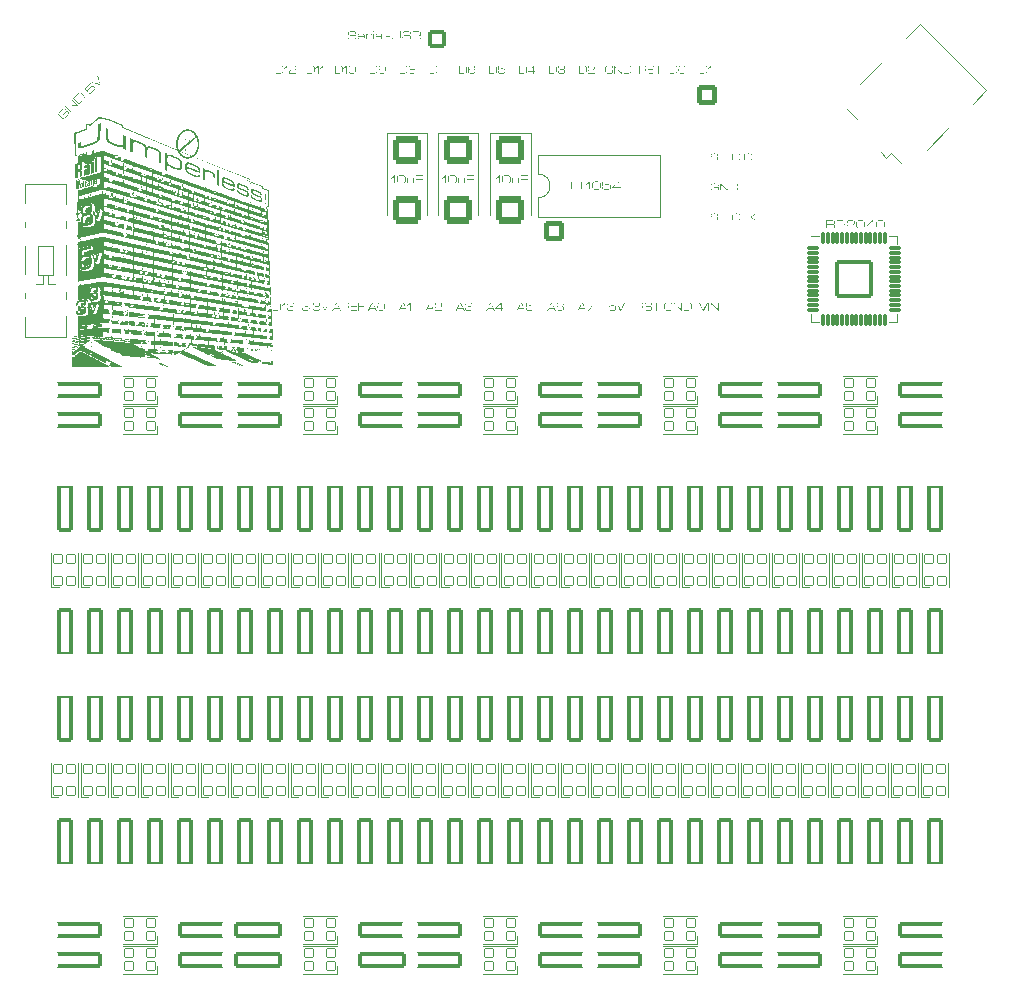
<source format=gto>
G04 #@! TF.GenerationSoftware,KiCad,Pcbnew,(7.0.0-rc1-358-g86c12d35b4)*
G04 #@! TF.CreationDate,2023-05-18T21:24:16-07:00*
G04 #@! TF.ProjectId,Jumperless2,4a756d70-6572-46c6-9573-73322e6b6963,rev?*
G04 #@! TF.SameCoordinates,Original*
G04 #@! TF.FileFunction,Legend,Top*
G04 #@! TF.FilePolarity,Positive*
%FSLAX46Y46*%
G04 Gerber Fmt 4.6, Leading zero omitted, Abs format (unit mm)*
G04 Created by KiCad (PCBNEW (7.0.0-rc1-358-g86c12d35b4)) date 2023-05-18 21:24:16*
%MOMM*%
%LPD*%
G01*
G04 APERTURE LIST*
G04 Aperture macros list*
%AMRoundRect*
0 Rectangle with rounded corners*
0 $1 Rounding radius*
0 $2 $3 $4 $5 $6 $7 $8 $9 X,Y pos of 4 corners*
0 Add a 4 corners polygon primitive as box body*
4,1,4,$2,$3,$4,$5,$6,$7,$8,$9,$2,$3,0*
0 Add four circle primitives for the rounded corners*
1,1,$1+$1,$2,$3*
1,1,$1+$1,$4,$5*
1,1,$1+$1,$6,$7*
1,1,$1+$1,$8,$9*
0 Add four rect primitives between the rounded corners*
20,1,$1+$1,$2,$3,$4,$5,0*
20,1,$1+$1,$4,$5,$6,$7,0*
20,1,$1+$1,$6,$7,$8,$9,0*
20,1,$1+$1,$8,$9,$2,$3,0*%
%AMHorizOval*
0 Thick line with rounded ends*
0 $1 width*
0 $2 $3 position (X,Y) of the first rounded end (center of the circle)*
0 $4 $5 position (X,Y) of the second rounded end (center of the circle)*
0 Add line between two ends*
20,1,$1,$2,$3,$4,$5,0*
0 Add two circle primitives to create the rounded ends*
1,1,$1,$2,$3*
1,1,$1,$4,$5*%
G04 Aperture macros list end*
%ADD10C,0.000000*%
%ADD11C,0.120000*%
%ADD12C,0.100000*%
%ADD13C,0.114000*%
%ADD14C,0.150000*%
%ADD15RoundRect,0.038000X0.350000X-0.350000X0.350000X0.350000X-0.350000X0.350000X-0.350000X-0.350000X0*%
%ADD16RoundRect,0.038000X0.350000X0.350000X-0.350000X0.350000X-0.350000X-0.350000X0.350000X-0.350000X0*%
%ADD17O,1.576000X1.376000*%
%ADD18RoundRect,0.198000X0.640000X-0.640000X0.640000X0.640000X-0.640000X0.640000X-0.640000X-0.640000X0*%
%ADD19O,1.676000X1.676000*%
%ADD20C,0.976000*%
%ADD21RoundRect,0.038000X1.060660X0.707107X0.707107X1.060660X-1.060660X-0.707107X-0.707107X-1.060660X0*%
%ADD22RoundRect,0.038000X1.590990X0.176777X0.176777X1.590990X-1.590990X-0.176777X-0.176777X-1.590990X0*%
%ADD23RoundRect,0.288000X-0.925000X0.875000X-0.925000X-0.875000X0.925000X-0.875000X0.925000X0.875000X0*%
%ADD24C,1.476000*%
%ADD25RoundRect,0.208000X-0.961665X0.000000X0.000000X-0.961665X0.961665X0.000000X0.000000X0.961665X0*%
%ADD26HorizOval,1.776000X0.000000X0.000000X0.000000X0.000000X0*%
%ADD27C,2.000000*%
%ADD28RoundRect,0.188000X0.600000X-0.600000X0.600000X0.600000X-0.600000X0.600000X-0.600000X-0.600000X0*%
%ADD29RoundRect,0.158000X1.880000X-0.480000X1.880000X0.480000X-1.880000X0.480000X-1.880000X-0.480000X0*%
%ADD30O,1.376000X2.076000*%
%ADD31RoundRect,0.158000X-1.880000X0.480000X-1.880000X-0.480000X1.880000X-0.480000X1.880000X0.480000X0*%
%ADD32RoundRect,0.158000X-0.480000X-1.880000X0.480000X-1.880000X0.480000X1.880000X-0.480000X1.880000X0*%
%ADD33O,1.776000X1.076000*%
%ADD34RoundRect,0.198000X-0.640000X0.640000X-0.640000X-0.640000X0.640000X-0.640000X0.640000X0.640000X0*%
%ADD35RoundRect,0.088000X-0.387500X-0.050000X0.387500X-0.050000X0.387500X0.050000X-0.387500X0.050000X0*%
%ADD36RoundRect,0.088000X-0.050000X-0.387500X0.050000X-0.387500X0.050000X0.387500X-0.050000X0.387500X0*%
%ADD37RoundRect,0.182000X-1.456000X-1.456000X1.456000X-1.456000X1.456000X1.456000X-1.456000X1.456000X0*%
G04 APERTURE END LIST*
D10*
G36*
X46209265Y-117684675D02*
G01*
X46209705Y-117684709D01*
X46210158Y-117684773D01*
X46210620Y-117684867D01*
X46211089Y-117684988D01*
X46211564Y-117685137D01*
X46212043Y-117685311D01*
X46212523Y-117685511D01*
X46213003Y-117685736D01*
X46213480Y-117685983D01*
X46213953Y-117686252D01*
X46214420Y-117686543D01*
X46214878Y-117686854D01*
X46215326Y-117687185D01*
X46215761Y-117687533D01*
X46216182Y-117687899D01*
X46216587Y-117688281D01*
X46216973Y-117688679D01*
X46217339Y-117689091D01*
X46217682Y-117689516D01*
X46218001Y-117689953D01*
X46218294Y-117690402D01*
X46218558Y-117690862D01*
X46218792Y-117691330D01*
X46218993Y-117691808D01*
X46220746Y-117696376D01*
X46217550Y-117703391D01*
X46214354Y-117710405D01*
X46209014Y-117710405D01*
X46208459Y-117710395D01*
X46207901Y-117710366D01*
X46207343Y-117710319D01*
X46206788Y-117710255D01*
X46206241Y-117710174D01*
X46205704Y-117710078D01*
X46205181Y-117709968D01*
X46204677Y-117709844D01*
X46204196Y-117709708D01*
X46203740Y-117709560D01*
X46203313Y-117709402D01*
X46202920Y-117709234D01*
X46202563Y-117709057D01*
X46202247Y-117708873D01*
X46201976Y-117708682D01*
X46201753Y-117708485D01*
X46201754Y-117708488D01*
X46201558Y-117708279D01*
X46201368Y-117708049D01*
X46201184Y-117707801D01*
X46201008Y-117707537D01*
X46200840Y-117707260D01*
X46200682Y-117706971D01*
X46200534Y-117706674D01*
X46200397Y-117706370D01*
X46200273Y-117706061D01*
X46200163Y-117705751D01*
X46200066Y-117705440D01*
X46199985Y-117705133D01*
X46199921Y-117704830D01*
X46199873Y-117704535D01*
X46199844Y-117704249D01*
X46199834Y-117703975D01*
X46199834Y-117701382D01*
X46205607Y-117703215D01*
X46211381Y-117705046D01*
X46213273Y-117700112D01*
X46215167Y-117695177D01*
X46209869Y-117691303D01*
X46204571Y-117687430D01*
X46206397Y-117685604D01*
X46206673Y-117685362D01*
X46206976Y-117685158D01*
X46207305Y-117684991D01*
X46207658Y-117684859D01*
X46208032Y-117684763D01*
X46208426Y-117684701D01*
X46208838Y-117684672D01*
X46209265Y-117684675D01*
G37*
G36*
X54413899Y-131975027D02*
G01*
X54418527Y-131979656D01*
X54418527Y-131993645D01*
X54413484Y-131998685D01*
X54408441Y-132003728D01*
X54402653Y-132002960D01*
X54402033Y-132002854D01*
X54401369Y-132002699D01*
X54400667Y-132002500D01*
X54399931Y-132002258D01*
X54399169Y-132001977D01*
X54398387Y-132001661D01*
X54397590Y-132001311D01*
X54396785Y-132000932D01*
X54395978Y-132000526D01*
X54395175Y-132000097D01*
X54394382Y-131999647D01*
X54393605Y-131999181D01*
X54392850Y-131998699D01*
X54392123Y-131998207D01*
X54391431Y-131997707D01*
X54390779Y-131997202D01*
X54384664Y-131992287D01*
X54382750Y-131984130D01*
X54380836Y-131975972D01*
X54383837Y-131977828D01*
X54386838Y-131979687D01*
X54386838Y-131971830D01*
X54398054Y-131971115D01*
X54409269Y-131970400D01*
X54413899Y-131975027D01*
G37*
G36*
X50147901Y-128489100D02*
G01*
X50130621Y-128489100D01*
X50130621Y-128480471D01*
X50147901Y-128480471D01*
X50147901Y-128489100D01*
G37*
G36*
X45304245Y-121324767D02*
G01*
X45306980Y-121323077D01*
X45309716Y-121321387D01*
X45312741Y-121327038D01*
X45313049Y-121327652D01*
X45313348Y-121328326D01*
X45313637Y-121329053D01*
X45313915Y-121329826D01*
X45314179Y-121330637D01*
X45314429Y-121331481D01*
X45314662Y-121332351D01*
X45314877Y-121333239D01*
X45315072Y-121334140D01*
X45315247Y-121335046D01*
X45315399Y-121335950D01*
X45315527Y-121336847D01*
X45315629Y-121337728D01*
X45315704Y-121338588D01*
X45315750Y-121339419D01*
X45315765Y-121340215D01*
X45315765Y-121347742D01*
X45308146Y-121354803D01*
X45305164Y-121357538D01*
X45302677Y-121359765D01*
X45301700Y-121360616D01*
X45300944Y-121361254D01*
X45300442Y-121361650D01*
X45300296Y-121361749D01*
X45300226Y-121361777D01*
X45300062Y-121361697D01*
X45299701Y-121361502D01*
X45298483Y-121360822D01*
X45296756Y-121359837D01*
X45294704Y-121358650D01*
X45294704Y-121358652D01*
X45294160Y-121358310D01*
X45293607Y-121357915D01*
X45293049Y-121357470D01*
X45292490Y-121356980D01*
X45291934Y-121356452D01*
X45291385Y-121355888D01*
X45290847Y-121355294D01*
X45290323Y-121354675D01*
X45289818Y-121354035D01*
X45289335Y-121353380D01*
X45288878Y-121352713D01*
X45288452Y-121352041D01*
X45288059Y-121351366D01*
X45287704Y-121350695D01*
X45287392Y-121350032D01*
X45287124Y-121349381D01*
X45284768Y-121343148D01*
X45287746Y-121337388D01*
X45288084Y-121336768D01*
X45288482Y-121336102D01*
X45288934Y-121335394D01*
X45289435Y-121334651D01*
X45289981Y-121333880D01*
X45290566Y-121333087D01*
X45291835Y-121331457D01*
X45293201Y-121329813D01*
X45294625Y-121328203D01*
X45295345Y-121327427D01*
X45296066Y-121326678D01*
X45296780Y-121325962D01*
X45297484Y-121325286D01*
X45304245Y-121318944D01*
X45304245Y-121324767D01*
G37*
G36*
X52859093Y-129445065D02*
G01*
X52860881Y-129450694D01*
X52858967Y-129460896D01*
X52857052Y-129471098D01*
X52846405Y-129471098D01*
X52842983Y-129459696D01*
X52839558Y-129448266D01*
X52843219Y-129443851D01*
X52843619Y-129443401D01*
X52844061Y-129442964D01*
X52844540Y-129442542D01*
X52845052Y-129442137D01*
X52845592Y-129441751D01*
X52846155Y-129441387D01*
X52846738Y-129441047D01*
X52847335Y-129440733D01*
X52847943Y-129440447D01*
X52848556Y-129440192D01*
X52849169Y-129439971D01*
X52849779Y-129439784D01*
X52850381Y-129439635D01*
X52850971Y-129439526D01*
X52851543Y-129439459D01*
X52852093Y-129439436D01*
X52857306Y-129439436D01*
X52859093Y-129445065D01*
G37*
G36*
X42456955Y-119246955D02*
G01*
X42457559Y-119247161D01*
X42458200Y-119247407D01*
X42458872Y-119247691D01*
X42459570Y-119248009D01*
X42460288Y-119248357D01*
X42461021Y-119248732D01*
X42461762Y-119249132D01*
X42462506Y-119249552D01*
X42463248Y-119249990D01*
X42463982Y-119250443D01*
X42464702Y-119250907D01*
X42465403Y-119251378D01*
X42466079Y-119251854D01*
X42466725Y-119252332D01*
X42467335Y-119252808D01*
X42467903Y-119253278D01*
X42473189Y-119257804D01*
X42469863Y-119263785D01*
X42469527Y-119264406D01*
X42469207Y-119265031D01*
X42468904Y-119265656D01*
X42468620Y-119266278D01*
X42468355Y-119266892D01*
X42468112Y-119267493D01*
X42467891Y-119268079D01*
X42467694Y-119268644D01*
X42467522Y-119269184D01*
X42467377Y-119269695D01*
X42467261Y-119270174D01*
X42467174Y-119270615D01*
X42467117Y-119271015D01*
X42467094Y-119271370D01*
X42467103Y-119271675D01*
X42467148Y-119271926D01*
X42467222Y-119272221D01*
X42467269Y-119272490D01*
X42467288Y-119272732D01*
X42467286Y-119272843D01*
X42467278Y-119272947D01*
X42467262Y-119273045D01*
X42467239Y-119273136D01*
X42467208Y-119273221D01*
X42467170Y-119273298D01*
X42467125Y-119273369D01*
X42467071Y-119273432D01*
X42467010Y-119273489D01*
X42466941Y-119273540D01*
X42466863Y-119273583D01*
X42466778Y-119273619D01*
X42466685Y-119273648D01*
X42466583Y-119273670D01*
X42466473Y-119273685D01*
X42466355Y-119273693D01*
X42466092Y-119273688D01*
X42465795Y-119273655D01*
X42465463Y-119273592D01*
X42465095Y-119273501D01*
X42464689Y-119273380D01*
X42464247Y-119273230D01*
X42463766Y-119273050D01*
X42463247Y-119272840D01*
X42462688Y-119272600D01*
X42462088Y-119272330D01*
X42461448Y-119272029D01*
X42460767Y-119271698D01*
X42460043Y-119271336D01*
X42459276Y-119270942D01*
X42458466Y-119270517D01*
X42456712Y-119269571D01*
X42454775Y-119268498D01*
X42452650Y-119267294D01*
X42452635Y-119267291D01*
X42441844Y-119261125D01*
X42441844Y-119248784D01*
X42446568Y-119246971D01*
X42451293Y-119245157D01*
X42456955Y-119246955D01*
G37*
G36*
X44903928Y-130661138D02*
G01*
X44903883Y-130662611D01*
X44903773Y-130664241D01*
X44903607Y-130665973D01*
X44903390Y-130667753D01*
X44903129Y-130669528D01*
X44902831Y-130671244D01*
X44902503Y-130672847D01*
X44902152Y-130674282D01*
X44900416Y-130680754D01*
X44886359Y-130680754D01*
X44887244Y-130668510D01*
X44887243Y-130668424D01*
X44888129Y-130656179D01*
X44896049Y-130655322D01*
X44903968Y-130654465D01*
X44903928Y-130661138D01*
G37*
G36*
X52523470Y-127605871D02*
G01*
X52524044Y-127605929D01*
X52524588Y-127605997D01*
X52525101Y-127606074D01*
X52525580Y-127606159D01*
X52526023Y-127606252D01*
X52526428Y-127606352D01*
X52526792Y-127606458D01*
X52527113Y-127606570D01*
X52527389Y-127606687D01*
X52527618Y-127606808D01*
X52527797Y-127606934D01*
X52527924Y-127607063D01*
X52527968Y-127607128D01*
X52527998Y-127607195D01*
X52528013Y-127607261D01*
X52528014Y-127607328D01*
X52528001Y-127607396D01*
X52527973Y-127607464D01*
X52527929Y-127607532D01*
X52527870Y-127607600D01*
X52527811Y-127607672D01*
X52527768Y-127607753D01*
X52527740Y-127607843D01*
X52527727Y-127607942D01*
X52527729Y-127608050D01*
X52527745Y-127608166D01*
X52527775Y-127608289D01*
X52527820Y-127608420D01*
X52527877Y-127608558D01*
X52527949Y-127608703D01*
X52528033Y-127608854D01*
X52528130Y-127609011D01*
X52528240Y-127609174D01*
X52528362Y-127609343D01*
X52528641Y-127609695D01*
X52528965Y-127610064D01*
X52529332Y-127610448D01*
X52529740Y-127610844D01*
X52530187Y-127611250D01*
X52530670Y-127611663D01*
X52531187Y-127612080D01*
X52531736Y-127612498D01*
X52532314Y-127612915D01*
X52538054Y-127616929D01*
X52538054Y-127632731D01*
X52534597Y-127636189D01*
X52534219Y-127636541D01*
X52533799Y-127636883D01*
X52533342Y-127637213D01*
X52532852Y-127637530D01*
X52532334Y-127637832D01*
X52531792Y-127638117D01*
X52531230Y-127638384D01*
X52530654Y-127638630D01*
X52530067Y-127638854D01*
X52529473Y-127639053D01*
X52528877Y-127639227D01*
X52528284Y-127639373D01*
X52527698Y-127639490D01*
X52527123Y-127639576D01*
X52526564Y-127639628D01*
X52526025Y-127639646D01*
X52520907Y-127639646D01*
X52515905Y-127631988D01*
X52514889Y-127630373D01*
X52513918Y-127628713D01*
X52513016Y-127627054D01*
X52512204Y-127625443D01*
X52511507Y-127623930D01*
X52510946Y-127622560D01*
X52510725Y-127621944D01*
X52510546Y-127621382D01*
X52510413Y-127620879D01*
X52510328Y-127620443D01*
X52509757Y-127616529D01*
X52515347Y-127613543D01*
X52520938Y-127610557D01*
X52519355Y-127608000D01*
X52517773Y-127605442D01*
X52523470Y-127605871D01*
G37*
G36*
X46382692Y-121117092D02*
G01*
X46380864Y-121122851D01*
X46391969Y-121122851D01*
X46393785Y-121137970D01*
X46394150Y-121141286D01*
X46394492Y-121144919D01*
X46394803Y-121148752D01*
X46395075Y-121152665D01*
X46395301Y-121156542D01*
X46395473Y-121160263D01*
X46395584Y-121163710D01*
X46395626Y-121166767D01*
X46395655Y-121180446D01*
X46381368Y-121180446D01*
X46379996Y-121173967D01*
X46379996Y-121173966D01*
X46379995Y-121173966D01*
X46379614Y-121171749D01*
X46379243Y-121168813D01*
X46378545Y-121161231D01*
X46377938Y-121152114D01*
X46377459Y-121142361D01*
X46377146Y-121132870D01*
X46377035Y-121124536D01*
X46377163Y-121118257D01*
X46377328Y-121116169D01*
X46377566Y-121114931D01*
X46377711Y-121114565D01*
X46377880Y-121114208D01*
X46378073Y-121113864D01*
X46378286Y-121113534D01*
X46378518Y-121113219D01*
X46378767Y-121112923D01*
X46379029Y-121112645D01*
X46379304Y-121112389D01*
X46379589Y-121112157D01*
X46379882Y-121111949D01*
X46380181Y-121111769D01*
X46380483Y-121111617D01*
X46380635Y-121111552D01*
X46380787Y-121111495D01*
X46380939Y-121111446D01*
X46381090Y-121111406D01*
X46381241Y-121111374D01*
X46381390Y-121111351D01*
X46381539Y-121111337D01*
X46381686Y-121111333D01*
X46384521Y-121111333D01*
X46382692Y-121117092D01*
G37*
G36*
X48812803Y-131076681D02*
G01*
X48812804Y-131076682D01*
X48812804Y-131076683D01*
X48812805Y-131076683D01*
X48812806Y-131076684D01*
X48812807Y-131076686D01*
X48812808Y-131076686D01*
X48812808Y-131076687D01*
X48812809Y-131076688D01*
X48812810Y-131076689D01*
X48812810Y-131076690D01*
X48812811Y-131076691D01*
X48812811Y-131076692D01*
X48812812Y-131076693D01*
X48812658Y-131076251D01*
X48812526Y-131075791D01*
X48812419Y-131075316D01*
X48812334Y-131074830D01*
X48812272Y-131074336D01*
X48812233Y-131073840D01*
X48812216Y-131073343D01*
X48812223Y-131072850D01*
X48812251Y-131072365D01*
X48812302Y-131071891D01*
X48812375Y-131071432D01*
X48812471Y-131070992D01*
X48812588Y-131070574D01*
X48812727Y-131070182D01*
X48812887Y-131069820D01*
X48813069Y-131069491D01*
X48813308Y-131069142D01*
X48813575Y-131068814D01*
X48813870Y-131068509D01*
X48814188Y-131068226D01*
X48814529Y-131067964D01*
X48814890Y-131067725D01*
X48815267Y-131067508D01*
X48815660Y-131067313D01*
X48816065Y-131067140D01*
X48816480Y-131066989D01*
X48816902Y-131066861D01*
X48817329Y-131066754D01*
X48817760Y-131066671D01*
X48818190Y-131066609D01*
X48818619Y-131066570D01*
X48819042Y-131066553D01*
X48819459Y-131066559D01*
X48819867Y-131066587D01*
X48820262Y-131066637D01*
X48820644Y-131066710D01*
X48821009Y-131066805D01*
X48821354Y-131066923D01*
X48821679Y-131067064D01*
X48821979Y-131067227D01*
X48822253Y-131067413D01*
X48822499Y-131067622D01*
X48822713Y-131067853D01*
X48822894Y-131068107D01*
X48823039Y-131068384D01*
X48823145Y-131068683D01*
X48823211Y-131069006D01*
X48823233Y-131069351D01*
X48823228Y-131069499D01*
X48823211Y-131069645D01*
X48823184Y-131069789D01*
X48823147Y-131069931D01*
X48823099Y-131070070D01*
X48823042Y-131070206D01*
X48822975Y-131070340D01*
X48822899Y-131070471D01*
X48822814Y-131070599D01*
X48822721Y-131070723D01*
X48822619Y-131070844D01*
X48822508Y-131070961D01*
X48822390Y-131071075D01*
X48822264Y-131071184D01*
X48822131Y-131071289D01*
X48821991Y-131071389D01*
X48821844Y-131071485D01*
X48821690Y-131071576D01*
X48821530Y-131071661D01*
X48821364Y-131071742D01*
X48821193Y-131071817D01*
X48821015Y-131071887D01*
X48820833Y-131071951D01*
X48820646Y-131072009D01*
X48820454Y-131072061D01*
X48820258Y-131072107D01*
X48820058Y-131072146D01*
X48819854Y-131072178D01*
X48819646Y-131072204D01*
X48819435Y-131072222D01*
X48819221Y-131072233D01*
X48819004Y-131072237D01*
X48814774Y-131072237D01*
X48816431Y-131076553D01*
X48816591Y-131076992D01*
X48816727Y-131077419D01*
X48816841Y-131077831D01*
X48816931Y-131078227D01*
X48816998Y-131078604D01*
X48817042Y-131078959D01*
X48817063Y-131079292D01*
X48817062Y-131079599D01*
X48817038Y-131079878D01*
X48816991Y-131080127D01*
X48816922Y-131080343D01*
X48816879Y-131080439D01*
X48816831Y-131080526D01*
X48816777Y-131080603D01*
X48816718Y-131080671D01*
X48816653Y-131080730D01*
X48816582Y-131080778D01*
X48816506Y-131080816D01*
X48816425Y-131080844D01*
X48816338Y-131080861D01*
X48816246Y-131080866D01*
X48816149Y-131080861D01*
X48816050Y-131080844D01*
X48815947Y-131080818D01*
X48815843Y-131080781D01*
X48815736Y-131080734D01*
X48815627Y-131080677D01*
X48815516Y-131080611D01*
X48815404Y-131080536D01*
X48815290Y-131080452D01*
X48815175Y-131080359D01*
X48815060Y-131080258D01*
X48814943Y-131080148D01*
X48814709Y-131079907D01*
X48814475Y-131079636D01*
X48814242Y-131079338D01*
X48814012Y-131079016D01*
X48813788Y-131078671D01*
X48813570Y-131078305D01*
X48813361Y-131077921D01*
X48813162Y-131077521D01*
X48812976Y-131077107D01*
X48812803Y-131076681D01*
G37*
G36*
X49328712Y-118122958D02*
G01*
X49328928Y-118123036D01*
X49329104Y-118123165D01*
X49329182Y-118123254D01*
X49329248Y-118123355D01*
X49329301Y-118123465D01*
X49329342Y-118123585D01*
X49329372Y-118123714D01*
X49329389Y-118123852D01*
X49329395Y-118123999D01*
X49329390Y-118124153D01*
X49329373Y-118124316D01*
X49329345Y-118124485D01*
X49329307Y-118124662D01*
X49329257Y-118124845D01*
X49329197Y-118125034D01*
X49329127Y-118125229D01*
X49328956Y-118125635D01*
X49328746Y-118126058D01*
X49328498Y-118126497D01*
X49328214Y-118126947D01*
X49327894Y-118127406D01*
X49327541Y-118127871D01*
X49327155Y-118128338D01*
X49326739Y-118128805D01*
X49326293Y-118129267D01*
X49325453Y-118130084D01*
X49324648Y-118130820D01*
X49323880Y-118131474D01*
X49323154Y-118132045D01*
X49322470Y-118132532D01*
X49321832Y-118132934D01*
X49321243Y-118133250D01*
X49320705Y-118133480D01*
X49320455Y-118133562D01*
X49320220Y-118133622D01*
X49319998Y-118133659D01*
X49319791Y-118133675D01*
X49319599Y-118133668D01*
X49319421Y-118133638D01*
X49319259Y-118133586D01*
X49319113Y-118133511D01*
X49318982Y-118133413D01*
X49318868Y-118133293D01*
X49318771Y-118133149D01*
X49318690Y-118132982D01*
X49318627Y-118132791D01*
X49318582Y-118132577D01*
X49318554Y-118132340D01*
X49318545Y-118132078D01*
X49318546Y-118132078D01*
X49318571Y-118131779D01*
X49318646Y-118131456D01*
X49318767Y-118131112D01*
X49318932Y-118130749D01*
X49319136Y-118130370D01*
X49319378Y-118129978D01*
X49319962Y-118129162D01*
X49320661Y-118128322D01*
X49321449Y-118127477D01*
X49322305Y-118126647D01*
X49323203Y-118125853D01*
X49324121Y-118125114D01*
X49325035Y-118124450D01*
X49325921Y-118123881D01*
X49326755Y-118123428D01*
X49327145Y-118123251D01*
X49327514Y-118123110D01*
X49327858Y-118123007D01*
X49328174Y-118122946D01*
X49328460Y-118122929D01*
X49328712Y-118122958D01*
G37*
G36*
X41280419Y-119323485D02*
G01*
X41284228Y-119326646D01*
X41283599Y-119334810D01*
X41282971Y-119342972D01*
X41290055Y-119350870D01*
X41296115Y-119357604D01*
X41300737Y-119362704D01*
X41304336Y-119366638D01*
X41304336Y-119385103D01*
X41299397Y-119392223D01*
X41297208Y-119395248D01*
X41294967Y-119398087D01*
X41292673Y-119400741D01*
X41290326Y-119403209D01*
X41287925Y-119405492D01*
X41285469Y-119407591D01*
X41282959Y-119409505D01*
X41280393Y-119411236D01*
X41277772Y-119412782D01*
X41275094Y-119414146D01*
X41272359Y-119415326D01*
X41269566Y-119416324D01*
X41266716Y-119417139D01*
X41263807Y-119417772D01*
X41260840Y-119418224D01*
X41257812Y-119418494D01*
X41255775Y-119418659D01*
X41253675Y-119418910D01*
X41251574Y-119419236D01*
X41249530Y-119419623D01*
X41247605Y-119420060D01*
X41245859Y-119420533D01*
X41245071Y-119420780D01*
X41244351Y-119421031D01*
X41243706Y-119421286D01*
X41243142Y-119421541D01*
X41238103Y-119424023D01*
X41238103Y-119437154D01*
X41248182Y-119441960D01*
X41258260Y-119446767D01*
X41258260Y-119450898D01*
X41258268Y-119451339D01*
X41258291Y-119451808D01*
X41258329Y-119452300D01*
X41258380Y-119452812D01*
X41258520Y-119453878D01*
X41258706Y-119454971D01*
X41258930Y-119456060D01*
X41259186Y-119457111D01*
X41259469Y-119458090D01*
X41259617Y-119458543D01*
X41259770Y-119458965D01*
X41261280Y-119462902D01*
X41255375Y-119463345D01*
X41254729Y-119463412D01*
X41254014Y-119463521D01*
X41253238Y-119463669D01*
X41252407Y-119463854D01*
X41251529Y-119464073D01*
X41250612Y-119464325D01*
X41248689Y-119464913D01*
X41246697Y-119465601D01*
X41244697Y-119466368D01*
X41242747Y-119467194D01*
X41241809Y-119467624D01*
X41240906Y-119468061D01*
X41232342Y-119472333D01*
X41223702Y-119468024D01*
X41222822Y-119467571D01*
X41221967Y-119467104D01*
X41221140Y-119466625D01*
X41220348Y-119466140D01*
X41219593Y-119465651D01*
X41218880Y-119465161D01*
X41218215Y-119464675D01*
X41217600Y-119464196D01*
X41217042Y-119463728D01*
X41216543Y-119463274D01*
X41216109Y-119462837D01*
X41215744Y-119462422D01*
X41215453Y-119462032D01*
X41215239Y-119461670D01*
X41215107Y-119461340D01*
X41215074Y-119461188D01*
X41215063Y-119461046D01*
X41215063Y-119458377D01*
X41203341Y-119458377D01*
X41206610Y-119464483D01*
X41209878Y-119470590D01*
X41206221Y-119468330D01*
X41202565Y-119466070D01*
X41204257Y-119470479D01*
X41205949Y-119474888D01*
X41193947Y-119478721D01*
X41191411Y-119479569D01*
X41188804Y-119480513D01*
X41186199Y-119481520D01*
X41183672Y-119482558D01*
X41181295Y-119483598D01*
X41179145Y-119484606D01*
X41177295Y-119485551D01*
X41175820Y-119486402D01*
X41175150Y-119486807D01*
X41174412Y-119487227D01*
X41172755Y-119488094D01*
X41170910Y-119488978D01*
X41168938Y-119489854D01*
X41166899Y-119490694D01*
X41164855Y-119491474D01*
X41162867Y-119492166D01*
X41160994Y-119492746D01*
X41152295Y-119495240D01*
X41144098Y-119490280D01*
X41142316Y-119489247D01*
X41140398Y-119488218D01*
X41138404Y-119487219D01*
X41136395Y-119486278D01*
X41134430Y-119485421D01*
X41132570Y-119484677D01*
X41130875Y-119484073D01*
X41130109Y-119483831D01*
X41129406Y-119483635D01*
X41122927Y-119481960D01*
X41122927Y-119484570D01*
X41122921Y-119484704D01*
X41122904Y-119484836D01*
X41122877Y-119484967D01*
X41122839Y-119485095D01*
X41122790Y-119485221D01*
X41122732Y-119485345D01*
X41122664Y-119485466D01*
X41122586Y-119485584D01*
X41122499Y-119485700D01*
X41122404Y-119485812D01*
X41122299Y-119485921D01*
X41122187Y-119486027D01*
X41122066Y-119486130D01*
X41121938Y-119486228D01*
X41121802Y-119486323D01*
X41121658Y-119486414D01*
X41121508Y-119486501D01*
X41121351Y-119486583D01*
X41121188Y-119486660D01*
X41121018Y-119486733D01*
X41120843Y-119486801D01*
X41120662Y-119486864D01*
X41120476Y-119486922D01*
X41120285Y-119486975D01*
X41120089Y-119487021D01*
X41119889Y-119487063D01*
X41119684Y-119487098D01*
X41119476Y-119487127D01*
X41119263Y-119487150D01*
X41119048Y-119487167D01*
X41118829Y-119487177D01*
X41118608Y-119487180D01*
X41118036Y-119487166D01*
X41117507Y-119487126D01*
X41117020Y-119487059D01*
X41116576Y-119486969D01*
X41116174Y-119486856D01*
X41115814Y-119486722D01*
X41115495Y-119486569D01*
X41115218Y-119486397D01*
X41114981Y-119486208D01*
X41114784Y-119486004D01*
X41114628Y-119485787D01*
X41114512Y-119485557D01*
X41114435Y-119485315D01*
X41114397Y-119485065D01*
X41114398Y-119484806D01*
X41114438Y-119484541D01*
X41114516Y-119484271D01*
X41114632Y-119483997D01*
X41114786Y-119483720D01*
X41114977Y-119483443D01*
X41115204Y-119483167D01*
X41115469Y-119482892D01*
X41115770Y-119482622D01*
X41116107Y-119482356D01*
X41116479Y-119482097D01*
X41116887Y-119481845D01*
X41117330Y-119481603D01*
X41117808Y-119481372D01*
X41118320Y-119481153D01*
X41118866Y-119480948D01*
X41119446Y-119480757D01*
X41120059Y-119480584D01*
X41125830Y-119479076D01*
X41124070Y-119474489D01*
X41123718Y-119473528D01*
X41123573Y-119473093D01*
X41123451Y-119472689D01*
X41123352Y-119472315D01*
X41123276Y-119471972D01*
X41123226Y-119471658D01*
X41123202Y-119471374D01*
X41123204Y-119471120D01*
X41123234Y-119470896D01*
X41123293Y-119470701D01*
X41123381Y-119470535D01*
X41123499Y-119470399D01*
X41123649Y-119470292D01*
X41123831Y-119470213D01*
X41124046Y-119470164D01*
X41124295Y-119470143D01*
X41124578Y-119470150D01*
X41124898Y-119470186D01*
X41125255Y-119470251D01*
X41125649Y-119470343D01*
X41126081Y-119470463D01*
X41126553Y-119470611D01*
X41127066Y-119470787D01*
X41128215Y-119471221D01*
X41129537Y-119471765D01*
X41131038Y-119472416D01*
X41132725Y-119473174D01*
X41139916Y-119476451D01*
X41149855Y-119471734D01*
X41150903Y-119471254D01*
X41151993Y-119470787D01*
X41154261Y-119469904D01*
X41156590Y-119469103D01*
X41158911Y-119468404D01*
X41161154Y-119467827D01*
X41162225Y-119467590D01*
X41163251Y-119467390D01*
X41164222Y-119467231D01*
X41165131Y-119467114D01*
X41165969Y-119467043D01*
X41166727Y-119467018D01*
X41167462Y-119466997D01*
X41168234Y-119466935D01*
X41169035Y-119466834D01*
X41169860Y-119466696D01*
X41170702Y-119466523D01*
X41171554Y-119466317D01*
X41172411Y-119466081D01*
X41173265Y-119465817D01*
X41174111Y-119465526D01*
X41174942Y-119465211D01*
X41175751Y-119464874D01*
X41176532Y-119464517D01*
X41177279Y-119464142D01*
X41177985Y-119463751D01*
X41178644Y-119463346D01*
X41179250Y-119462929D01*
X41184839Y-119458840D01*
X41185525Y-119439171D01*
X41185955Y-119427953D01*
X41186420Y-119418654D01*
X41186945Y-119411042D01*
X41187560Y-119404884D01*
X41188292Y-119399948D01*
X41188712Y-119397866D01*
X41189170Y-119396002D01*
X41189673Y-119394327D01*
X41190222Y-119392813D01*
X41190822Y-119391430D01*
X41191476Y-119390149D01*
X41191832Y-119389448D01*
X41192182Y-119388656D01*
X41192525Y-119387781D01*
X41192858Y-119386831D01*
X41193180Y-119385816D01*
X41193488Y-119384744D01*
X41193780Y-119383625D01*
X41194055Y-119382466D01*
X41194310Y-119381278D01*
X41194544Y-119380069D01*
X41194754Y-119378847D01*
X41194938Y-119377622D01*
X41195095Y-119376403D01*
X41195222Y-119375198D01*
X41195317Y-119374016D01*
X41195379Y-119372866D01*
X41195808Y-119361901D01*
X41191044Y-119352690D01*
X41190559Y-119351721D01*
X41190087Y-119350720D01*
X41189194Y-119348652D01*
X41188385Y-119346548D01*
X41187680Y-119344469D01*
X41187097Y-119342477D01*
X41186858Y-119341533D01*
X41186656Y-119340634D01*
X41186496Y-119339788D01*
X41186378Y-119339002D01*
X41186305Y-119338284D01*
X41186280Y-119337641D01*
X41186280Y-119331805D01*
X41193287Y-119327214D01*
X41200294Y-119322623D01*
X41206966Y-119326129D01*
X41207695Y-119326529D01*
X41208499Y-119327002D01*
X41210303Y-119328139D01*
X41212311Y-119329495D01*
X41214457Y-119331020D01*
X41216675Y-119332666D01*
X41218898Y-119334385D01*
X41221061Y-119336130D01*
X41223098Y-119337852D01*
X41232557Y-119346069D01*
X41243822Y-119346069D01*
X41250328Y-119335981D01*
X41256833Y-119325891D01*
X41266722Y-119323107D01*
X41276610Y-119320324D01*
X41280419Y-119323485D01*
G37*
G36*
X40033967Y-131465149D02*
G01*
X40032095Y-131467034D01*
X40041982Y-131476922D01*
X40044022Y-131478909D01*
X40046027Y-131480763D01*
X40047947Y-131482441D01*
X40049731Y-131483906D01*
X40050556Y-131484545D01*
X40051328Y-131485115D01*
X40052039Y-131485611D01*
X40052685Y-131486028D01*
X40053258Y-131486362D01*
X40053752Y-131486606D01*
X40054161Y-131486756D01*
X40054478Y-131486808D01*
X40054629Y-131486792D01*
X40054813Y-131486748D01*
X40055274Y-131486572D01*
X40055852Y-131486287D01*
X40056541Y-131485898D01*
X40057331Y-131485411D01*
X40058215Y-131484833D01*
X40059184Y-131484168D01*
X40060230Y-131483423D01*
X40061345Y-131482604D01*
X40062521Y-131481717D01*
X40065022Y-131479761D01*
X40067669Y-131477604D01*
X40069026Y-131476465D01*
X40070396Y-131475293D01*
X40083704Y-131463777D01*
X40099927Y-131463777D01*
X40103479Y-131468064D01*
X40107031Y-131472349D01*
X40105237Y-131483192D01*
X40104529Y-131487797D01*
X40103928Y-131492326D01*
X40103687Y-131494398D01*
X40103496Y-131496257D01*
X40103364Y-131497836D01*
X40103299Y-131499070D01*
X40103274Y-131499584D01*
X40103229Y-131500083D01*
X40103166Y-131500565D01*
X40103086Y-131501027D01*
X40102990Y-131501468D01*
X40102879Y-131501883D01*
X40102753Y-131502272D01*
X40102615Y-131502631D01*
X40102465Y-131502957D01*
X40102304Y-131503248D01*
X40102133Y-131503502D01*
X40101954Y-131503715D01*
X40101767Y-131503885D01*
X40101671Y-131503953D01*
X40101574Y-131504010D01*
X40101476Y-131504055D01*
X40101376Y-131504087D01*
X40101275Y-131504106D01*
X40101173Y-131504113D01*
X40101071Y-131504123D01*
X40100969Y-131504151D01*
X40100868Y-131504198D01*
X40100767Y-131504262D01*
X40100666Y-131504344D01*
X40100567Y-131504442D01*
X40100468Y-131504557D01*
X40100371Y-131504688D01*
X40100275Y-131504834D01*
X40100180Y-131504995D01*
X40100087Y-131505170D01*
X40099996Y-131505360D01*
X40099906Y-131505563D01*
X40099819Y-131505779D01*
X40099651Y-131506248D01*
X40099493Y-131506765D01*
X40099347Y-131507324D01*
X40099213Y-131507922D01*
X40099093Y-131508556D01*
X40098987Y-131509221D01*
X40098898Y-131509915D01*
X40098827Y-131510632D01*
X40098774Y-131511370D01*
X40098355Y-131518615D01*
X40090926Y-131528361D01*
X40083497Y-131538106D01*
X40065819Y-131549905D01*
X40062184Y-131552275D01*
X40058629Y-131554486D01*
X40055245Y-131556490D01*
X40052121Y-131558239D01*
X40049346Y-131559683D01*
X40047010Y-131560775D01*
X40046035Y-131561174D01*
X40045202Y-131561466D01*
X40044525Y-131561646D01*
X40044012Y-131561707D01*
X40043791Y-131561697D01*
X40043555Y-131561667D01*
X40043304Y-131561619D01*
X40043039Y-131561551D01*
X40042469Y-131561363D01*
X40041852Y-131561106D01*
X40041193Y-131560784D01*
X40040498Y-131560401D01*
X40039772Y-131559961D01*
X40039022Y-131559469D01*
X40038253Y-131558927D01*
X40037471Y-131558340D01*
X40036681Y-131557712D01*
X40035889Y-131557047D01*
X40035102Y-131556348D01*
X40034324Y-131555620D01*
X40033562Y-131554867D01*
X40032822Y-131554091D01*
X40032822Y-131554097D01*
X40032822Y-131554102D01*
X40032822Y-131554112D01*
X40031392Y-131552550D01*
X40030140Y-131551132D01*
X40029062Y-131549845D01*
X40028156Y-131548673D01*
X40027418Y-131547601D01*
X40027112Y-131547098D01*
X40026846Y-131546614D01*
X40026621Y-131546149D01*
X40026436Y-131545698D01*
X40026291Y-131545262D01*
X40026185Y-131544838D01*
X40026119Y-131544424D01*
X40026091Y-131544019D01*
X40026102Y-131543620D01*
X40026150Y-131543226D01*
X40026236Y-131542834D01*
X40026359Y-131542444D01*
X40026519Y-131542052D01*
X40026716Y-131541658D01*
X40026948Y-131541259D01*
X40027216Y-131540853D01*
X40027519Y-131540440D01*
X40027858Y-131540016D01*
X40028637Y-131539129D01*
X40029552Y-131538180D01*
X40029964Y-131537753D01*
X40030417Y-131537259D01*
X40031426Y-131536090D01*
X40032541Y-131534723D01*
X40033726Y-131533204D01*
X40034945Y-131531583D01*
X40036161Y-131529906D01*
X40037338Y-131528221D01*
X40038439Y-131526577D01*
X40043535Y-131518790D01*
X40041677Y-131515774D01*
X40041575Y-131515620D01*
X40041460Y-131515468D01*
X40041334Y-131515318D01*
X40041197Y-131515170D01*
X40041048Y-131515025D01*
X40040889Y-131514883D01*
X40040542Y-131514607D01*
X40040158Y-131514345D01*
X40039742Y-131514098D01*
X40039296Y-131513867D01*
X40038825Y-131513654D01*
X40038333Y-131513460D01*
X40037822Y-131513287D01*
X40037296Y-131513137D01*
X40036760Y-131513011D01*
X40036216Y-131512910D01*
X40035669Y-131512836D01*
X40035122Y-131512791D01*
X40034579Y-131512775D01*
X40029338Y-131512775D01*
X40025819Y-131522133D01*
X40023404Y-131528355D01*
X40022285Y-131531057D01*
X40021209Y-131533512D01*
X40020163Y-131535739D01*
X40019135Y-131537758D01*
X40018111Y-131539587D01*
X40017080Y-131541246D01*
X40016028Y-131542753D01*
X40014943Y-131544128D01*
X40013813Y-131545390D01*
X40012625Y-131546558D01*
X40011367Y-131547650D01*
X40010025Y-131548687D01*
X40008588Y-131549687D01*
X40007042Y-131550670D01*
X39998403Y-131555941D01*
X39980578Y-131555941D01*
X39975812Y-131550670D01*
X39971046Y-131545398D01*
X39971105Y-131535539D01*
X39971164Y-131525681D01*
X39984784Y-131501472D01*
X39998403Y-131477264D01*
X40005602Y-131472221D01*
X40006395Y-131471698D01*
X40007283Y-131471169D01*
X40008257Y-131470638D01*
X40009306Y-131470109D01*
X40010422Y-131469585D01*
X40011594Y-131469071D01*
X40012814Y-131468569D01*
X40014070Y-131468083D01*
X40015355Y-131467617D01*
X40016658Y-131467175D01*
X40017969Y-131466760D01*
X40019280Y-131466376D01*
X40020580Y-131466026D01*
X40021859Y-131465714D01*
X40023109Y-131465444D01*
X40024320Y-131465219D01*
X40035839Y-131463262D01*
X40033967Y-131465149D01*
G37*
G36*
X55511331Y-126466207D02*
G01*
X55511331Y-126474768D01*
X55505115Y-126475655D01*
X55498915Y-126476540D01*
X55496886Y-126473241D01*
X55494843Y-126469945D01*
X55500644Y-126464149D01*
X55511331Y-126466207D01*
G37*
G36*
X54350503Y-124364617D02*
G01*
X54350560Y-124364650D01*
X54350626Y-124364705D01*
X54350702Y-124364782D01*
X54350787Y-124364881D01*
X54350882Y-124365002D01*
X54351098Y-124365309D01*
X54351349Y-124365700D01*
X54351633Y-124366173D01*
X54351950Y-124366727D01*
X54352297Y-124367360D01*
X54352674Y-124368069D01*
X54353079Y-124368852D01*
X54353511Y-124369708D01*
X54354400Y-124371635D01*
X54355304Y-124373802D01*
X54356198Y-124376134D01*
X54357057Y-124378559D01*
X54357856Y-124381003D01*
X54358570Y-124383391D01*
X54359173Y-124385650D01*
X54359640Y-124387706D01*
X54361526Y-124397066D01*
X54359626Y-124407225D01*
X54357726Y-124417383D01*
X54355026Y-124415714D01*
X54352326Y-124414044D01*
X54354040Y-124418513D01*
X54355755Y-124422982D01*
X54352569Y-124422982D01*
X54352406Y-124422978D01*
X54352244Y-124422964D01*
X54352084Y-124422941D01*
X54351927Y-124422909D01*
X54351772Y-124422869D01*
X54351620Y-124422820D01*
X54351471Y-124422763D01*
X54351326Y-124422698D01*
X54351183Y-124422626D01*
X54351045Y-124422546D01*
X54350910Y-124422460D01*
X54350779Y-124422366D01*
X54350653Y-124422265D01*
X54350531Y-124422158D01*
X54350414Y-124422045D01*
X54350301Y-124421925D01*
X54350194Y-124421800D01*
X54350092Y-124421670D01*
X54349996Y-124421533D01*
X54349905Y-124421392D01*
X54349820Y-124421246D01*
X54349742Y-124421096D01*
X54349670Y-124420940D01*
X54349604Y-124420781D01*
X54349545Y-124420618D01*
X54349493Y-124420451D01*
X54349448Y-124420280D01*
X54349411Y-124420107D01*
X54349382Y-124419930D01*
X54349360Y-124419750D01*
X54349346Y-124419568D01*
X54349340Y-124419384D01*
X54349298Y-124415784D01*
X54346511Y-124420103D01*
X54346223Y-124420535D01*
X54345940Y-124420941D01*
X54345662Y-124421319D01*
X54345392Y-124421667D01*
X54345131Y-124421983D01*
X54344881Y-124422267D01*
X54344643Y-124422517D01*
X54344418Y-124422731D01*
X54344209Y-124422908D01*
X54344017Y-124423046D01*
X54343844Y-124423144D01*
X54343764Y-124423178D01*
X54343690Y-124423201D01*
X54343622Y-124423213D01*
X54343559Y-124423215D01*
X54343502Y-124423205D01*
X54343451Y-124423184D01*
X54343406Y-124423151D01*
X54343368Y-124423107D01*
X54343336Y-124423051D01*
X54343311Y-124422982D01*
X54343300Y-124422983D01*
X54343056Y-124422085D01*
X54342809Y-124421021D01*
X54342318Y-124418491D01*
X54341846Y-124415572D01*
X54341415Y-124412442D01*
X54341046Y-124409280D01*
X54340761Y-124406264D01*
X54340581Y-124403573D01*
X54340527Y-124401385D01*
X54340669Y-124384555D01*
X54340766Y-124373483D01*
X54346310Y-124372032D01*
X54351854Y-124370580D01*
X54350568Y-124365824D01*
X54350457Y-124365385D01*
X54350419Y-124365202D01*
X54350392Y-124365045D01*
X54350376Y-124364912D01*
X54350371Y-124364804D01*
X54350377Y-124364719D01*
X54350393Y-124364659D01*
X54350405Y-124364637D01*
X54350419Y-124364622D01*
X54350436Y-124364612D01*
X54350456Y-124364608D01*
X54350503Y-124364617D01*
G37*
G36*
X47852262Y-126816720D02*
G01*
X47852587Y-126816782D01*
X47852936Y-126816883D01*
X47853310Y-126817026D01*
X47853705Y-126817210D01*
X47854122Y-126817437D01*
X47854559Y-126817707D01*
X47855015Y-126818022D01*
X47855489Y-126818383D01*
X47855980Y-126818790D01*
X47856486Y-126819245D01*
X47857007Y-126819748D01*
X47857461Y-126820212D01*
X47857902Y-126820679D01*
X47858328Y-126821146D01*
X47858737Y-126821611D01*
X47859126Y-126822071D01*
X47859494Y-126822521D01*
X47859837Y-126822959D01*
X47860154Y-126823382D01*
X47860442Y-126823787D01*
X47860699Y-126824171D01*
X47860923Y-126824530D01*
X47861111Y-126824861D01*
X47861261Y-126825162D01*
X47861372Y-126825429D01*
X47861440Y-126825659D01*
X47861463Y-126825849D01*
X47861450Y-126826120D01*
X47861414Y-126826364D01*
X47861354Y-126826581D01*
X47861271Y-126826773D01*
X47861167Y-126826939D01*
X47861042Y-126827080D01*
X47860897Y-126827196D01*
X47860733Y-126827287D01*
X47860551Y-126827354D01*
X47860351Y-126827397D01*
X47860134Y-126827416D01*
X47859902Y-126827411D01*
X47859655Y-126827384D01*
X47859394Y-126827333D01*
X47859120Y-126827260D01*
X47858833Y-126827165D01*
X47858535Y-126827048D01*
X47858226Y-126826910D01*
X47857907Y-126826750D01*
X47857579Y-126826569D01*
X47857243Y-126826367D01*
X47856900Y-126826146D01*
X47856550Y-126825904D01*
X47856195Y-126825642D01*
X47855835Y-126825361D01*
X47855471Y-126825061D01*
X47855104Y-126824742D01*
X47854735Y-126824405D01*
X47854364Y-126824050D01*
X47853993Y-126823676D01*
X47853622Y-126823286D01*
X47853253Y-126822877D01*
X47853253Y-126822876D01*
X47852786Y-126822329D01*
X47852368Y-126821800D01*
X47851999Y-126821292D01*
X47851677Y-126820805D01*
X47851400Y-126820340D01*
X47851169Y-126819898D01*
X47850980Y-126819481D01*
X47850835Y-126819088D01*
X47850730Y-126818722D01*
X47850665Y-126818383D01*
X47850640Y-126818072D01*
X47850652Y-126817790D01*
X47850700Y-126817538D01*
X47850784Y-126817317D01*
X47850902Y-126817128D01*
X47851053Y-126816972D01*
X47851236Y-126816850D01*
X47851449Y-126816762D01*
X47851692Y-126816711D01*
X47851964Y-126816696D01*
X47852262Y-126816720D01*
G37*
G36*
X51503729Y-129415416D02*
G01*
X51503615Y-129415911D01*
X51503467Y-129416405D01*
X51503289Y-129416895D01*
X51503082Y-129417376D01*
X51502848Y-129417846D01*
X51502591Y-129418303D01*
X51502311Y-129418742D01*
X51502012Y-129419161D01*
X51501696Y-129419556D01*
X51501366Y-129419926D01*
X51501022Y-129420266D01*
X51500668Y-129420573D01*
X51500307Y-129420845D01*
X51499940Y-129421078D01*
X51499569Y-129421270D01*
X51499384Y-129421349D01*
X51499198Y-129421416D01*
X51495599Y-129422560D01*
X51495597Y-129416616D01*
X51495597Y-129410615D01*
X51504658Y-129410615D01*
X51503729Y-129415416D01*
G37*
G36*
X40693802Y-128244000D02*
G01*
X40713716Y-128253816D01*
X40718075Y-128256070D01*
X40722833Y-128258716D01*
X40727838Y-128261657D01*
X40732935Y-128264796D01*
X40737971Y-128268038D01*
X40742793Y-128271285D01*
X40747246Y-128274442D01*
X40751177Y-128277410D01*
X40768723Y-128291197D01*
X40768723Y-128294855D01*
X40768735Y-128295233D01*
X40768773Y-128295610D01*
X40768834Y-128295983D01*
X40768917Y-128296351D01*
X40769020Y-128296711D01*
X40769144Y-128297061D01*
X40769286Y-128297398D01*
X40769445Y-128297720D01*
X40769619Y-128298024D01*
X40769809Y-128298309D01*
X40770012Y-128298571D01*
X40770226Y-128298809D01*
X40770452Y-128299020D01*
X40770687Y-128299202D01*
X40770931Y-128299353D01*
X40771055Y-128299416D01*
X40771181Y-128299470D01*
X40771320Y-128299551D01*
X40771484Y-128299687D01*
X40771882Y-128300116D01*
X40772368Y-128300746D01*
X40772937Y-128301566D01*
X40773580Y-128302564D01*
X40774293Y-128303728D01*
X40775068Y-128305048D01*
X40775900Y-128306511D01*
X40777704Y-128309824D01*
X40779656Y-128313575D01*
X40781702Y-128317674D01*
X40783792Y-128322028D01*
X40785692Y-128326219D01*
X40787591Y-128330698D01*
X40791354Y-128340411D01*
X40795013Y-128350945D01*
X40798503Y-128362080D01*
X40801758Y-128373595D01*
X40804713Y-128385269D01*
X40807302Y-128396881D01*
X40809459Y-128408211D01*
X40812158Y-128423842D01*
X40810944Y-128516200D01*
X40809729Y-128608559D01*
X40803962Y-128634474D01*
X40800631Y-128649073D01*
X40797374Y-128662612D01*
X40794227Y-128674969D01*
X40791223Y-128686023D01*
X40788397Y-128695651D01*
X40785784Y-128703733D01*
X40783416Y-128710146D01*
X40781330Y-128714770D01*
X40771951Y-128732523D01*
X40770074Y-128735922D01*
X40768013Y-128739413D01*
X40765785Y-128742975D01*
X40763407Y-128746587D01*
X40760895Y-128750227D01*
X40758268Y-128753874D01*
X40755542Y-128757507D01*
X40752734Y-128761103D01*
X40749862Y-128764642D01*
X40746941Y-128768102D01*
X40743990Y-128771462D01*
X40741026Y-128774700D01*
X40738065Y-128777794D01*
X40735125Y-128780724D01*
X40732223Y-128783468D01*
X40729375Y-128786004D01*
X40713936Y-128799306D01*
X40684844Y-128814079D01*
X40678919Y-128817048D01*
X40673234Y-128819817D01*
X40667924Y-128822326D01*
X40663127Y-128824514D01*
X40658976Y-128826321D01*
X40655608Y-128827687D01*
X40653159Y-128828551D01*
X40652321Y-128828775D01*
X40651763Y-128828852D01*
X40651357Y-128828863D01*
X40650962Y-128828897D01*
X40650581Y-128828953D01*
X40650214Y-128829029D01*
X40649866Y-128829124D01*
X40649537Y-128829237D01*
X40649230Y-128829368D01*
X40648946Y-128829515D01*
X40648688Y-128829677D01*
X40648458Y-128829853D01*
X40648257Y-128830043D01*
X40648169Y-128830142D01*
X40648089Y-128830245D01*
X40648017Y-128830350D01*
X40647954Y-128830457D01*
X40647900Y-128830567D01*
X40647856Y-128830680D01*
X40647820Y-128830795D01*
X40647795Y-128830912D01*
X40647779Y-128831031D01*
X40647774Y-128831152D01*
X40647761Y-128831276D01*
X40647722Y-128831409D01*
X40647657Y-128831548D01*
X40647568Y-128831695D01*
X40647455Y-128831848D01*
X40647319Y-128832007D01*
X40647160Y-128832172D01*
X40646979Y-128832342D01*
X40646776Y-128832518D01*
X40646553Y-128832698D01*
X40646047Y-128833071D01*
X40645465Y-128833458D01*
X40644813Y-128833857D01*
X40644097Y-128834264D01*
X40643320Y-128834676D01*
X40642489Y-128835091D01*
X40641609Y-128835505D01*
X40640684Y-128835916D01*
X40639720Y-128836320D01*
X40638722Y-128836715D01*
X40637695Y-128837097D01*
X40627616Y-128840740D01*
X40627616Y-128851884D01*
X40662892Y-128851312D01*
X40670302Y-128851251D01*
X40677839Y-128851279D01*
X40692459Y-128851580D01*
X40699122Y-128851844D01*
X40705074Y-128852177D01*
X40710105Y-128852573D01*
X40714007Y-128853027D01*
X40729845Y-128855271D01*
X40742804Y-128862586D01*
X40745716Y-128864287D01*
X40749028Y-128866327D01*
X40752627Y-128868630D01*
X40756397Y-128871118D01*
X40760222Y-128873714D01*
X40763988Y-128876341D01*
X40767580Y-128878922D01*
X40770881Y-128881379D01*
X40786000Y-128892866D01*
X40786000Y-128896839D01*
X40786014Y-128897244D01*
X40786057Y-128897637D01*
X40786126Y-128898017D01*
X40786220Y-128898382D01*
X40786338Y-128898729D01*
X40786478Y-128899056D01*
X40786640Y-128899362D01*
X40786820Y-128899644D01*
X40787019Y-128899901D01*
X40787234Y-128900130D01*
X40787348Y-128900234D01*
X40787465Y-128900330D01*
X40787585Y-128900418D01*
X40787709Y-128900497D01*
X40787836Y-128900569D01*
X40787966Y-128900631D01*
X40788098Y-128900685D01*
X40788233Y-128900730D01*
X40788370Y-128900765D01*
X40788510Y-128900790D01*
X40788652Y-128900805D01*
X40788795Y-128900811D01*
X40789511Y-128900971D01*
X40790292Y-128901443D01*
X40791131Y-128902211D01*
X40792024Y-128903263D01*
X40793954Y-128906159D01*
X40796042Y-128910016D01*
X40798249Y-128914722D01*
X40800537Y-128920163D01*
X40802867Y-128926226D01*
X40805200Y-128932798D01*
X40807497Y-128939765D01*
X40809720Y-128947014D01*
X40811830Y-128954431D01*
X40813788Y-128961903D01*
X40815556Y-128969318D01*
X40817094Y-128976561D01*
X40818364Y-128983520D01*
X40819327Y-128990080D01*
X40819785Y-128993335D01*
X40820322Y-128996510D01*
X40820918Y-128999526D01*
X40821555Y-129002304D01*
X40822213Y-129004764D01*
X40822871Y-129006827D01*
X40823194Y-129007685D01*
X40823510Y-129008414D01*
X40823817Y-129009004D01*
X40824111Y-129009445D01*
X40826900Y-129012974D01*
X40824040Y-129201739D01*
X40818276Y-129231975D01*
X40816959Y-129238578D01*
X40815425Y-129245761D01*
X40811924Y-129260943D01*
X40808217Y-129275680D01*
X40806425Y-129282306D01*
X40804748Y-129288129D01*
X40801717Y-129298473D01*
X40799202Y-129307472D01*
X40797467Y-129314163D01*
X40796973Y-129316340D01*
X40796771Y-129317579D01*
X40796674Y-129318089D01*
X40796430Y-129318879D01*
X40796047Y-129319933D01*
X40795534Y-129321234D01*
X40794144Y-129324509D01*
X40792321Y-129328573D01*
X40790126Y-129333291D01*
X40787621Y-129338531D01*
X40784865Y-129344160D01*
X40781920Y-129350045D01*
X40767282Y-129378978D01*
X40748863Y-129401227D01*
X40744928Y-129405875D01*
X40740802Y-129410550D01*
X40736609Y-129415128D01*
X40732471Y-129419480D01*
X40728511Y-129423482D01*
X40724851Y-129427005D01*
X40721615Y-129429925D01*
X40720194Y-129431119D01*
X40718925Y-129432115D01*
X40704319Y-129442901D01*
X40691119Y-129452254D01*
X40678873Y-129460443D01*
X40667127Y-129467738D01*
X40661300Y-129471134D01*
X40655429Y-129474408D01*
X40643326Y-129480723D01*
X40630367Y-129486953D01*
X40616097Y-129493367D01*
X40608057Y-129496715D01*
X40598953Y-129500225D01*
X40589349Y-129503709D01*
X40579808Y-129506981D01*
X40570894Y-129509852D01*
X40563172Y-129512135D01*
X40557205Y-129513642D01*
X40555055Y-129514047D01*
X40553556Y-129514187D01*
X40552990Y-129514200D01*
X40552412Y-129514238D01*
X40551826Y-129514301D01*
X40551236Y-129514386D01*
X40550647Y-129514492D01*
X40550063Y-129514618D01*
X40549487Y-129514763D01*
X40548925Y-129514924D01*
X40548380Y-129515101D01*
X40547856Y-129515293D01*
X40547359Y-129515496D01*
X40546891Y-129515712D01*
X40546457Y-129515937D01*
X40546061Y-129516171D01*
X40545708Y-129516412D01*
X40545401Y-129516659D01*
X40545025Y-129516941D01*
X40544469Y-129517252D01*
X40543744Y-129517588D01*
X40542862Y-129517945D01*
X40541832Y-129518322D01*
X40540666Y-129518715D01*
X40539375Y-129519122D01*
X40537970Y-129519539D01*
X40534862Y-129520393D01*
X40531431Y-129521253D01*
X40527763Y-129522098D01*
X40523947Y-129522902D01*
X40520069Y-129523730D01*
X40516225Y-129524639D01*
X40512513Y-129525599D01*
X40509036Y-129526581D01*
X40505892Y-129527555D01*
X40503183Y-129528492D01*
X40501009Y-129529360D01*
X40500153Y-129529760D01*
X40499470Y-129530132D01*
X40498786Y-129530501D01*
X40497931Y-129530896D01*
X40496917Y-129531313D01*
X40495756Y-129531747D01*
X40493047Y-129532654D01*
X40489904Y-129533591D01*
X40486426Y-129534528D01*
X40482714Y-129535438D01*
X40478870Y-129536292D01*
X40474992Y-129537061D01*
X40457966Y-129540288D01*
X40443315Y-129543162D01*
X40435671Y-129544625D01*
X40424435Y-129546669D01*
X40411121Y-129549025D01*
X40397240Y-129551420D01*
X40382472Y-129554066D01*
X40366742Y-129557105D01*
X40351930Y-129560162D01*
X40339919Y-129562865D01*
X40335010Y-129564004D01*
X40330339Y-129565011D01*
X40326017Y-129565867D01*
X40322150Y-129566554D01*
X40318848Y-129567056D01*
X40316220Y-129567353D01*
X40314374Y-129567429D01*
X40313778Y-129567378D01*
X40313419Y-129567265D01*
X40313278Y-129567202D01*
X40313091Y-129567147D01*
X40312588Y-129567061D01*
X40311920Y-129567006D01*
X40311097Y-129566981D01*
X40310131Y-129566986D01*
X40309030Y-129567021D01*
X40307807Y-129567084D01*
X40306471Y-129567176D01*
X40303504Y-129567443D01*
X40300212Y-129567816D01*
X40296679Y-129568292D01*
X40292989Y-129568866D01*
X40284108Y-129570239D01*
X40274975Y-129571417D01*
X40265248Y-129572424D01*
X40254581Y-129573286D01*
X40242633Y-129574026D01*
X40229059Y-129574670D01*
X40213517Y-129575242D01*
X40195662Y-129575766D01*
X40153906Y-129576910D01*
X40123213Y-129570294D01*
X40123216Y-129570374D01*
X40116824Y-129568945D01*
X40110425Y-129567412D01*
X40104190Y-129565821D01*
X40098289Y-129564222D01*
X40092895Y-129562663D01*
X40088177Y-129561191D01*
X40084309Y-129559854D01*
X40081460Y-129558702D01*
X40078947Y-129557475D01*
X40076270Y-129556028D01*
X40073459Y-129554382D01*
X40070542Y-129552558D01*
X40067546Y-129550580D01*
X40064500Y-129548467D01*
X40061432Y-129546243D01*
X40058370Y-129543928D01*
X40055343Y-129541546D01*
X40052378Y-129539116D01*
X40049504Y-129536662D01*
X40046748Y-129534204D01*
X40044140Y-129531765D01*
X40041706Y-129529366D01*
X40039476Y-129527030D01*
X40037478Y-129524777D01*
X40034459Y-129521280D01*
X40031416Y-129517844D01*
X40028703Y-129514864D01*
X40027582Y-129513668D01*
X40026675Y-129512733D01*
X40025303Y-129511161D01*
X40023730Y-129509005D01*
X40021984Y-129506321D01*
X40020091Y-129503165D01*
X40018079Y-129499594D01*
X40015975Y-129495663D01*
X40011597Y-129486946D01*
X40007176Y-129477463D01*
X40002927Y-129467661D01*
X40000935Y-129462782D01*
X39999068Y-129457990D01*
X39997351Y-129453344D01*
X39995814Y-129448898D01*
X39988348Y-129426458D01*
X39983849Y-129394781D01*
X39979351Y-129363105D01*
X39977755Y-129285253D01*
X39976159Y-129207402D01*
X39980083Y-129204259D01*
X39980580Y-129203924D01*
X39981253Y-129203569D01*
X39982092Y-129203198D01*
X39983083Y-129202813D01*
X39984217Y-129202418D01*
X39985481Y-129202015D01*
X39986863Y-129201608D01*
X39988352Y-129201200D01*
X39989937Y-129200793D01*
X39991605Y-129200392D01*
X39995147Y-129199616D01*
X39998884Y-129198896D01*
X40000797Y-129198566D01*
X40002724Y-129198258D01*
X40009337Y-129197185D01*
X40017302Y-129195767D01*
X40038212Y-129191713D01*
X40067295Y-129185727D01*
X40106394Y-129177443D01*
X40112220Y-129176229D01*
X40118506Y-129174980D01*
X40124495Y-129173840D01*
X40129431Y-129172956D01*
X40139510Y-129171241D01*
X40140053Y-129242698D01*
X40140509Y-129284711D01*
X40140832Y-129299245D01*
X40141264Y-129310321D01*
X40141838Y-129318580D01*
X40142588Y-129324663D01*
X40143546Y-129329214D01*
X40144746Y-129332874D01*
X40145150Y-129334005D01*
X40145655Y-129335571D01*
X40146241Y-129337502D01*
X40146888Y-129339727D01*
X40147576Y-129342176D01*
X40148285Y-129344776D01*
X40148993Y-129347459D01*
X40149682Y-129350152D01*
X40150529Y-129353260D01*
X40151506Y-129356369D01*
X40152608Y-129359471D01*
X40153830Y-129362558D01*
X40155167Y-129365619D01*
X40156613Y-129368648D01*
X40158164Y-129371634D01*
X40159814Y-129374569D01*
X40161558Y-129377445D01*
X40163392Y-129380252D01*
X40165310Y-129382982D01*
X40167307Y-129385626D01*
X40169377Y-129388175D01*
X40171516Y-129390621D01*
X40173719Y-129392954D01*
X40175981Y-129395167D01*
X40185585Y-129404183D01*
X40197067Y-129407855D01*
X40208549Y-129411528D01*
X40246022Y-129411813D01*
X40264947Y-129411717D01*
X40283436Y-129411131D01*
X40301153Y-129410093D01*
X40317760Y-129408639D01*
X40332921Y-129406808D01*
X40346300Y-129404635D01*
X40357558Y-129402157D01*
X40362287Y-129400816D01*
X40366360Y-129399412D01*
X40367349Y-129399069D01*
X40368655Y-129398676D01*
X40372128Y-129397759D01*
X40376608Y-129396698D01*
X40381923Y-129395528D01*
X40387903Y-129394288D01*
X40394376Y-129393014D01*
X40401170Y-129391742D01*
X40408116Y-129390510D01*
X40445423Y-129383953D01*
X40471733Y-129379049D01*
X40488353Y-129375541D01*
X40493438Y-129374230D01*
X40496592Y-129373172D01*
X40497984Y-129372660D01*
X40499737Y-129372101D01*
X40501781Y-129371516D01*
X40504043Y-129370923D01*
X40506454Y-129370341D01*
X40508943Y-129369790D01*
X40511439Y-129369289D01*
X40513870Y-129368857D01*
X40515066Y-129368653D01*
X40516272Y-129368418D01*
X40518684Y-129367865D01*
X40521039Y-129367223D01*
X40523274Y-129366514D01*
X40525324Y-129365763D01*
X40526258Y-129365378D01*
X40527122Y-129364992D01*
X40527908Y-129364606D01*
X40528606Y-129364225D01*
X40529209Y-129363850D01*
X40529709Y-129363486D01*
X40530208Y-129363111D01*
X40530811Y-129362709D01*
X40531510Y-129362281D01*
X40532295Y-129361833D01*
X40533159Y-129361367D01*
X40534093Y-129360888D01*
X40536143Y-129359904D01*
X40538378Y-129358910D01*
X40540734Y-129357936D01*
X40543145Y-129357013D01*
X40545547Y-129356170D01*
X40553121Y-129353366D01*
X40562085Y-129349603D01*
X40571795Y-129345198D01*
X40581608Y-129340472D01*
X40590882Y-129335741D01*
X40598974Y-129331326D01*
X40605242Y-129327544D01*
X40607490Y-129325990D01*
X40609041Y-129324715D01*
X40613845Y-129319970D01*
X40618768Y-129314835D01*
X40623578Y-129309583D01*
X40628040Y-129304487D01*
X40631921Y-129299821D01*
X40634987Y-129295858D01*
X40636141Y-129294227D01*
X40637003Y-129292873D01*
X40637545Y-129291833D01*
X40637687Y-129291441D01*
X40637737Y-129291140D01*
X40637781Y-129290727D01*
X40637903Y-129290091D01*
X40638361Y-129288204D01*
X40639081Y-129285585D01*
X40640030Y-129282340D01*
X40641177Y-129278575D01*
X40642489Y-129274397D01*
X40643936Y-129269911D01*
X40645485Y-129265225D01*
X40653194Y-129242186D01*
X40656383Y-129219149D01*
X40657858Y-129208948D01*
X40659516Y-129198204D01*
X40661154Y-129188195D01*
X40662570Y-129180198D01*
X40665567Y-129164285D01*
X40664286Y-129096686D01*
X40663004Y-129029089D01*
X40655423Y-129006810D01*
X40647843Y-128984531D01*
X40632623Y-128968438D01*
X40617404Y-128952345D01*
X40590448Y-128945343D01*
X40563493Y-128938343D01*
X40545881Y-128939857D01*
X40542078Y-128940222D01*
X40538020Y-128940665D01*
X40529636Y-128941717D01*
X40525561Y-128942294D01*
X40521731Y-128942882D01*
X40518272Y-128943466D01*
X40515310Y-128944028D01*
X40508006Y-128945431D01*
X40497699Y-128947291D01*
X40485758Y-128949362D01*
X40473554Y-128951400D01*
X40447295Y-128955851D01*
X40424599Y-128959915D01*
X40404441Y-128963590D01*
X40384283Y-128967102D01*
X40375548Y-128968664D01*
X40366663Y-128970399D01*
X40358670Y-128972097D01*
X40355332Y-128972866D01*
X40352607Y-128973546D01*
X40347381Y-128974910D01*
X40341667Y-128976359D01*
X40336155Y-128977719D01*
X40331539Y-128978818D01*
X40321989Y-128981033D01*
X40320698Y-128977662D01*
X40320578Y-128976952D01*
X40320483Y-128975544D01*
X40320370Y-128970787D01*
X40320354Y-128963693D01*
X40320432Y-128954565D01*
X40320855Y-128931418D01*
X40321608Y-128903770D01*
X40323810Y-128833243D01*
X40338637Y-128831428D01*
X40341675Y-128831026D01*
X40344625Y-128830580D01*
X40347414Y-128830104D01*
X40349970Y-128829614D01*
X40352218Y-128829123D01*
X40354087Y-128828648D01*
X40355504Y-128828201D01*
X40356020Y-128827994D01*
X40356395Y-128827799D01*
X40356826Y-128827585D01*
X40357503Y-128827321D01*
X40359540Y-128826658D01*
X40362391Y-128825838D01*
X40365938Y-128824892D01*
X40370065Y-128823849D01*
X40374656Y-128822740D01*
X40379594Y-128821594D01*
X40384764Y-128820441D01*
X40406535Y-128815562D01*
X40416121Y-128813333D01*
X40423160Y-128811627D01*
X40426394Y-128810855D01*
X40430632Y-128809915D01*
X40441397Y-128807674D01*
X40454016Y-128805195D01*
X40467048Y-128802769D01*
X40477692Y-128800704D01*
X40488136Y-128798402D01*
X40498193Y-128795919D01*
X40507677Y-128793309D01*
X40516401Y-128790627D01*
X40524178Y-128787926D01*
X40530823Y-128785261D01*
X40533663Y-128783960D01*
X40536149Y-128782688D01*
X40536681Y-128782410D01*
X40537243Y-128782140D01*
X40537830Y-128781879D01*
X40538437Y-128781629D01*
X40539060Y-128781390D01*
X40539693Y-128781165D01*
X40540332Y-128780955D01*
X40540972Y-128780761D01*
X40541608Y-128780585D01*
X40542235Y-128780427D01*
X40542849Y-128780290D01*
X40543445Y-128780175D01*
X40544017Y-128780083D01*
X40544561Y-128780015D01*
X40545073Y-128779973D01*
X40545547Y-128779959D01*
X40546021Y-128779946D01*
X40546532Y-128779907D01*
X40547076Y-128779844D01*
X40547649Y-128779759D01*
X40548244Y-128779651D01*
X40548858Y-128779523D01*
X40549485Y-128779376D01*
X40550121Y-128779211D01*
X40550761Y-128779029D01*
X40551400Y-128778833D01*
X40552033Y-128778622D01*
X40552656Y-128778398D01*
X40553263Y-128778163D01*
X40553850Y-128777918D01*
X40554412Y-128777664D01*
X40554945Y-128777402D01*
X40558022Y-128775864D01*
X40562706Y-128773595D01*
X40568358Y-128770897D01*
X40574343Y-128768072D01*
X40588742Y-128761314D01*
X40605606Y-128745444D01*
X40622470Y-128729574D01*
X40626796Y-128718773D01*
X40627250Y-128717672D01*
X40627718Y-128716602D01*
X40628195Y-128715569D01*
X40628679Y-128714577D01*
X40629165Y-128713634D01*
X40629651Y-128712743D01*
X40630132Y-128711911D01*
X40630606Y-128711143D01*
X40631068Y-128710445D01*
X40631516Y-128709822D01*
X40631945Y-128709279D01*
X40632352Y-128708823D01*
X40632733Y-128708459D01*
X40633086Y-128708192D01*
X40633406Y-128708028D01*
X40633553Y-128707986D01*
X40633690Y-128707972D01*
X40633821Y-128707965D01*
X40633951Y-128707944D01*
X40634079Y-128707910D01*
X40634205Y-128707863D01*
X40634329Y-128707803D01*
X40634451Y-128707731D01*
X40634570Y-128707647D01*
X40634686Y-128707551D01*
X40634800Y-128707444D01*
X40634911Y-128707326D01*
X40635018Y-128707197D01*
X40635122Y-128707058D01*
X40635223Y-128706910D01*
X40635320Y-128706751D01*
X40635413Y-128706583D01*
X40635503Y-128706407D01*
X40635588Y-128706222D01*
X40635669Y-128706029D01*
X40635745Y-128705828D01*
X40635817Y-128705619D01*
X40635884Y-128705403D01*
X40635946Y-128705181D01*
X40636003Y-128704951D01*
X40636054Y-128704716D01*
X40636100Y-128704475D01*
X40636141Y-128704229D01*
X40636176Y-128703978D01*
X40636204Y-128703721D01*
X40636227Y-128703461D01*
X40636244Y-128703196D01*
X40636254Y-128702928D01*
X40636257Y-128702656D01*
X40636278Y-128702070D01*
X40636339Y-128701416D01*
X40636439Y-128700700D01*
X40636576Y-128699929D01*
X40636746Y-128699111D01*
X40636949Y-128698252D01*
X40637182Y-128697360D01*
X40637444Y-128696441D01*
X40637731Y-128695503D01*
X40638042Y-128694552D01*
X40638375Y-128693596D01*
X40638728Y-128692642D01*
X40639099Y-128691697D01*
X40639486Y-128690767D01*
X40639886Y-128689860D01*
X40640297Y-128688982D01*
X40644337Y-128680624D01*
X40647505Y-128634548D01*
X40648726Y-128614046D01*
X40649709Y-128592281D01*
X40650352Y-128571852D01*
X40650557Y-128555358D01*
X40650441Y-128522242D01*
X40645155Y-128486244D01*
X40643109Y-128472556D01*
X40641368Y-128461883D01*
X40640555Y-128457493D01*
X40639749Y-128453636D01*
X40638927Y-128450237D01*
X40638067Y-128447222D01*
X40637145Y-128444519D01*
X40636138Y-128442053D01*
X40635024Y-128439749D01*
X40633779Y-128437536D01*
X40632380Y-128435338D01*
X40630804Y-128433081D01*
X40627030Y-128428098D01*
X40625038Y-128425638D01*
X40622991Y-128423307D01*
X40620884Y-128421103D01*
X40618712Y-128419023D01*
X40616470Y-128417063D01*
X40614153Y-128415220D01*
X40611755Y-128413492D01*
X40609273Y-128411875D01*
X40606702Y-128410367D01*
X40604035Y-128408964D01*
X40601269Y-128407664D01*
X40598398Y-128406462D01*
X40595418Y-128405357D01*
X40592323Y-128404345D01*
X40589108Y-128403424D01*
X40585770Y-128402589D01*
X40571464Y-128399260D01*
X40538784Y-128399546D01*
X40506103Y-128399832D01*
X40489829Y-128404047D01*
X40486060Y-128404978D01*
X40481578Y-128406015D01*
X40471145Y-128408263D01*
X40459865Y-128410514D01*
X40449077Y-128412490D01*
X40398111Y-128421423D01*
X40362588Y-128427943D01*
X40339352Y-128432651D01*
X40331356Y-128434515D01*
X40325250Y-128436152D01*
X40295013Y-128445039D01*
X40288741Y-128446866D01*
X40282306Y-128448691D01*
X40276466Y-128450305D01*
X40271975Y-128451496D01*
X40269165Y-128452313D01*
X40265972Y-128453413D01*
X40262455Y-128454766D01*
X40258677Y-128456339D01*
X40250580Y-128460020D01*
X40242168Y-128464204D01*
X40233927Y-128468640D01*
X40226346Y-128473076D01*
X40222956Y-128475214D01*
X40219913Y-128477258D01*
X40217279Y-128479175D01*
X40215114Y-128480935D01*
X40208469Y-128486809D01*
X40205643Y-128489373D01*
X40203109Y-128491737D01*
X40200836Y-128493937D01*
X40198792Y-128496008D01*
X40196948Y-128497989D01*
X40195274Y-128499914D01*
X40193738Y-128501821D01*
X40192310Y-128503746D01*
X40190961Y-128505724D01*
X40189659Y-128507793D01*
X40188373Y-128509989D01*
X40187075Y-128512348D01*
X40184315Y-128517701D01*
X40176280Y-128533748D01*
X40170268Y-128563985D01*
X40164256Y-128594222D01*
X40162237Y-128654082D01*
X40160218Y-128713940D01*
X40158164Y-128715227D01*
X40157814Y-128715381D01*
X40157199Y-128715576D01*
X40155234Y-128716072D01*
X40152387Y-128716694D01*
X40148776Y-128717418D01*
X40144522Y-128718221D01*
X40139744Y-128719082D01*
X40134561Y-128719977D01*
X40129091Y-128720884D01*
X40117465Y-128722821D01*
X40105780Y-128724851D01*
X40095397Y-128726733D01*
X40087675Y-128728228D01*
X40035342Y-128738685D01*
X40000228Y-128745424D01*
X40000176Y-128745391D01*
X40000131Y-128745294D01*
X40000061Y-128744910D01*
X40000017Y-128744286D01*
X39999997Y-128743435D01*
X40000030Y-128741105D01*
X40000156Y-128738021D01*
X40000368Y-128734287D01*
X40000663Y-128730008D01*
X40001034Y-128725287D01*
X40001477Y-128720226D01*
X40001929Y-128714548D01*
X40002327Y-128708057D01*
X40002664Y-128700981D01*
X40002932Y-128693549D01*
X40003125Y-128685986D01*
X40003236Y-128678521D01*
X40003257Y-128671380D01*
X40003182Y-128664792D01*
X40003119Y-128652126D01*
X40003425Y-128639033D01*
X40004095Y-128625581D01*
X40005123Y-128611840D01*
X40006503Y-128597879D01*
X40008229Y-128583766D01*
X40010294Y-128569571D01*
X40012693Y-128555363D01*
X40016177Y-128535540D01*
X40017517Y-128527534D01*
X40018341Y-128522248D01*
X40018772Y-128519617D01*
X40019344Y-128516797D01*
X40020058Y-128513791D01*
X40020912Y-128510600D01*
X40021906Y-128507225D01*
X40023040Y-128503667D01*
X40024314Y-128499927D01*
X40025726Y-128496007D01*
X40028964Y-128487631D01*
X40032753Y-128478549D01*
X40037087Y-128468770D01*
X40041964Y-128458305D01*
X40054589Y-128431799D01*
X40068346Y-128413670D01*
X40074134Y-128406101D01*
X40079726Y-128398895D01*
X40084483Y-128392866D01*
X40087768Y-128388831D01*
X40089855Y-128386506D01*
X40092361Y-128383967D01*
X40095246Y-128381245D01*
X40098467Y-128378371D01*
X40101983Y-128375378D01*
X40105751Y-128372295D01*
X40109730Y-128369155D01*
X40113879Y-128365989D01*
X40118155Y-128362828D01*
X40122517Y-128359704D01*
X40126922Y-128356647D01*
X40131330Y-128353690D01*
X40135698Y-128350863D01*
X40139985Y-128348199D01*
X40144149Y-128345727D01*
X40148148Y-128343480D01*
X40156088Y-128339080D01*
X40162807Y-128335203D01*
X40165487Y-128333592D01*
X40167596Y-128332271D01*
X40169045Y-128331292D01*
X40169494Y-128330947D01*
X40169746Y-128330708D01*
X40169959Y-128330496D01*
X40170299Y-128330239D01*
X40170757Y-128329940D01*
X40171327Y-128329603D01*
X40172000Y-128329231D01*
X40172770Y-128328828D01*
X40174569Y-128327941D01*
X40176665Y-128326970D01*
X40178999Y-128325943D01*
X40181511Y-128324889D01*
X40184144Y-128323835D01*
X40189857Y-128321576D01*
X40195834Y-128319172D01*
X40201365Y-128316909D01*
X40205742Y-128315076D01*
X40211874Y-128312483D01*
X40217345Y-128310225D01*
X40222492Y-128308177D01*
X40227651Y-128306211D01*
X40233162Y-128304203D01*
X40239360Y-128302027D01*
X40255172Y-128296666D01*
X40260586Y-128294903D01*
X40266177Y-128293177D01*
X40271781Y-128291533D01*
X40277239Y-128290014D01*
X40282390Y-128288662D01*
X40287073Y-128287522D01*
X40291127Y-128286637D01*
X40294391Y-128286050D01*
X40297165Y-128285582D01*
X40299816Y-128285048D01*
X40302279Y-128284465D01*
X40304494Y-128283851D01*
X40306398Y-128283225D01*
X40307213Y-128282913D01*
X40307928Y-128282604D01*
X40308533Y-128282301D01*
X40309021Y-128282006D01*
X40309385Y-128281721D01*
X40309616Y-128281448D01*
X40309707Y-128281315D01*
X40309817Y-128281184D01*
X40309945Y-128281056D01*
X40310092Y-128280929D01*
X40310255Y-128280805D01*
X40310435Y-128280683D01*
X40310632Y-128280564D01*
X40310843Y-128280448D01*
X40311311Y-128280226D01*
X40311833Y-128280016D01*
X40312405Y-128279821D01*
X40313021Y-128279641D01*
X40313678Y-128279478D01*
X40314371Y-128279333D01*
X40315093Y-128279208D01*
X40315842Y-128279102D01*
X40316612Y-128279018D01*
X40317397Y-128278956D01*
X40318194Y-128278918D01*
X40318998Y-128278905D01*
X40319897Y-128278877D01*
X40320976Y-128278793D01*
X40323615Y-128278469D01*
X40326800Y-128277958D01*
X40330416Y-128277280D01*
X40334349Y-128276460D01*
X40338484Y-128275518D01*
X40342708Y-128274478D01*
X40346905Y-128273362D01*
X40351324Y-128272186D01*
X40356186Y-128270963D01*
X40366599Y-128268522D01*
X40376869Y-128266322D01*
X40381552Y-128265401D01*
X40385723Y-128264647D01*
X40409939Y-128260313D01*
X40441877Y-128254360D01*
X40457662Y-128251504D01*
X40472969Y-128248990D01*
X40486048Y-128247089D01*
X40491206Y-128246454D01*
X40495151Y-128246073D01*
X40498539Y-128245755D01*
X40502096Y-128245346D01*
X40505718Y-128244862D01*
X40509298Y-128244316D01*
X40512729Y-128243726D01*
X40515905Y-128243104D01*
X40518721Y-128242467D01*
X40521069Y-128241830D01*
X40531148Y-128238773D01*
X40572903Y-128237628D01*
X40614659Y-128236485D01*
X40693802Y-128244000D01*
G37*
G36*
X50218622Y-131758804D02*
G01*
X50218039Y-131759253D01*
X50217446Y-131759690D01*
X50216848Y-131760112D01*
X50216249Y-131760516D01*
X50215652Y-131760901D01*
X50215062Y-131761264D01*
X50214483Y-131761603D01*
X50213919Y-131761915D01*
X50213375Y-131762200D01*
X50212854Y-131762453D01*
X50212362Y-131762674D01*
X50211901Y-131762859D01*
X50211477Y-131763008D01*
X50211093Y-131763116D01*
X50210753Y-131763183D01*
X50210462Y-131763206D01*
X50207893Y-131763206D01*
X50209077Y-131759716D01*
X50210264Y-131756115D01*
X50217237Y-131755258D01*
X50224211Y-131754402D01*
X50218622Y-131758804D01*
G37*
G36*
X49052171Y-130548506D02*
G01*
X49053952Y-130551395D01*
X49051621Y-130551108D01*
X49050976Y-130551010D01*
X49050033Y-130550827D01*
X49048838Y-130550572D01*
X49047436Y-130550254D01*
X49045872Y-130549884D01*
X49044190Y-130549472D01*
X49042436Y-130549028D01*
X49040653Y-130548564D01*
X49040651Y-130548393D01*
X49032012Y-130546191D01*
X49041201Y-130545907D01*
X49050392Y-130545620D01*
X49052171Y-130548506D01*
G37*
G36*
X51758652Y-120842639D02*
G01*
X51759430Y-120847561D01*
X51759978Y-120851562D01*
X51760166Y-120853241D01*
X51760295Y-120854717D01*
X51760366Y-120856000D01*
X51760379Y-120857100D01*
X51760334Y-120858025D01*
X51760230Y-120858785D01*
X51760067Y-120859389D01*
X51759845Y-120859846D01*
X51759565Y-120860166D01*
X51759225Y-120860357D01*
X51758825Y-120860430D01*
X51758367Y-120860393D01*
X51754893Y-120859746D01*
X51749573Y-120858733D01*
X51749574Y-120858736D01*
X51749574Y-120858739D01*
X51749576Y-120858745D01*
X51742942Y-120857473D01*
X51743814Y-120845454D01*
X51744687Y-120833435D01*
X51750764Y-120832564D01*
X51756843Y-120831693D01*
X51758652Y-120842639D01*
G37*
G36*
X52752894Y-125166235D02*
G01*
X52753452Y-125166395D01*
X52754086Y-125166664D01*
X52754787Y-125167035D01*
X52755550Y-125167505D01*
X52756369Y-125168066D01*
X52757238Y-125168714D01*
X52759098Y-125170249D01*
X52761082Y-125172065D01*
X52763137Y-125174119D01*
X52765215Y-125176366D01*
X52767266Y-125178764D01*
X52769239Y-125181269D01*
X52771083Y-125183836D01*
X52771942Y-125185130D01*
X52772750Y-125186422D01*
X52773501Y-125187709D01*
X52774188Y-125188984D01*
X52774756Y-125190046D01*
X52775382Y-125191148D01*
X52776060Y-125192281D01*
X52776783Y-125193436D01*
X52778342Y-125195779D01*
X52780006Y-125198107D01*
X52781725Y-125200351D01*
X52783447Y-125202441D01*
X52784293Y-125203407D01*
X52785121Y-125204309D01*
X52785924Y-125205138D01*
X52786695Y-125205885D01*
X52794005Y-125212705D01*
X52805754Y-125212548D01*
X52817503Y-125212391D01*
X52815714Y-125215284D01*
X52813924Y-125218178D01*
X52819476Y-125219630D01*
X52825028Y-125221082D01*
X52824613Y-125226617D01*
X52824538Y-125227219D01*
X52824401Y-125227878D01*
X52824205Y-125228588D01*
X52823953Y-125229342D01*
X52823649Y-125230134D01*
X52823297Y-125230956D01*
X52822900Y-125231804D01*
X52822461Y-125232669D01*
X52821984Y-125233545D01*
X52821472Y-125234427D01*
X52820929Y-125235306D01*
X52820358Y-125236177D01*
X52819763Y-125237033D01*
X52819146Y-125237868D01*
X52818512Y-125238675D01*
X52817864Y-125239446D01*
X52811523Y-125246740D01*
X52793480Y-125244891D01*
X52775437Y-125243042D01*
X52771400Y-125247906D01*
X52767364Y-125252770D01*
X52768007Y-125265274D01*
X52768650Y-125277778D01*
X52765605Y-125279662D01*
X52762559Y-125281545D01*
X52764215Y-125284225D01*
X52765871Y-125286906D01*
X52761552Y-125286906D01*
X52761101Y-125286889D01*
X52760642Y-125286839D01*
X52760178Y-125286756D01*
X52759712Y-125286644D01*
X52759248Y-125286504D01*
X52758789Y-125286336D01*
X52758338Y-125286145D01*
X52757898Y-125285930D01*
X52757473Y-125285693D01*
X52757065Y-125285437D01*
X52756679Y-125285163D01*
X52756317Y-125284872D01*
X52755983Y-125284567D01*
X52755679Y-125284249D01*
X52755410Y-125283920D01*
X52755178Y-125283582D01*
X52755180Y-125283580D01*
X52755181Y-125283578D01*
X52755184Y-125283575D01*
X52755186Y-125283573D01*
X52755187Y-125283571D01*
X52755188Y-125283570D01*
X52755189Y-125283568D01*
X52753135Y-125280244D01*
X52756459Y-125282298D01*
X52756952Y-125282592D01*
X52757403Y-125282840D01*
X52757813Y-125283043D01*
X52758182Y-125283203D01*
X52758511Y-125283321D01*
X52758800Y-125283399D01*
X52759050Y-125283438D01*
X52759262Y-125283439D01*
X52759435Y-125283404D01*
X52759508Y-125283373D01*
X52759571Y-125283334D01*
X52759625Y-125283286D01*
X52759670Y-125283230D01*
X52759705Y-125283167D01*
X52759732Y-125283095D01*
X52759758Y-125282929D01*
X52759749Y-125282734D01*
X52759704Y-125282511D01*
X52759625Y-125282262D01*
X52759513Y-125281988D01*
X52759366Y-125281690D01*
X52759187Y-125281370D01*
X52758975Y-125281029D01*
X52758731Y-125280669D01*
X52758456Y-125280292D01*
X52758150Y-125279897D01*
X52757814Y-125279488D01*
X52757447Y-125279064D01*
X52757052Y-125278629D01*
X52756627Y-125278183D01*
X52756174Y-125277727D01*
X52755693Y-125277263D01*
X52755185Y-125276792D01*
X52754651Y-125276316D01*
X52754089Y-125275836D01*
X52748394Y-125271055D01*
X52746481Y-125226314D01*
X52744568Y-125181573D01*
X52748807Y-125177333D01*
X52753046Y-125173094D01*
X52751861Y-125169521D01*
X52751597Y-125168615D01*
X52751459Y-125167862D01*
X52751438Y-125167256D01*
X52751530Y-125166791D01*
X52751616Y-125166610D01*
X52751728Y-125166462D01*
X52751865Y-125166347D01*
X52752025Y-125166263D01*
X52752416Y-125166189D01*
X52752894Y-125166235D01*
G37*
G36*
X50574450Y-131965368D02*
G01*
X50574928Y-131966195D01*
X50575356Y-131967082D01*
X50575735Y-131968025D01*
X50576066Y-131969018D01*
X50576586Y-131971128D01*
X50576926Y-131973369D01*
X50577092Y-131975692D01*
X50577093Y-131978054D01*
X50576936Y-131980409D01*
X50576629Y-131982709D01*
X50576179Y-131984911D01*
X50575594Y-131986967D01*
X50574882Y-131988832D01*
X50574050Y-131990461D01*
X50573592Y-131991173D01*
X50573107Y-131991808D01*
X50572596Y-131992361D01*
X50572060Y-131992826D01*
X50571499Y-131993198D01*
X50570916Y-131993471D01*
X50570310Y-131993639D01*
X50569683Y-131993696D01*
X50565883Y-131993696D01*
X50564418Y-131998739D01*
X50562955Y-132003782D01*
X50563352Y-131998059D01*
X50563376Y-131997437D01*
X50563361Y-131996765D01*
X50563310Y-131996050D01*
X50563224Y-131995298D01*
X50563105Y-131994514D01*
X50562954Y-131993706D01*
X50562775Y-131992880D01*
X50562567Y-131992042D01*
X50562333Y-131991198D01*
X50562075Y-131990355D01*
X50561794Y-131989520D01*
X50561492Y-131988698D01*
X50561170Y-131987895D01*
X50560831Y-131987119D01*
X50560477Y-131986375D01*
X50560108Y-131985671D01*
X50556460Y-131979056D01*
X50557361Y-131971284D01*
X50558261Y-131963512D01*
X50565135Y-131962513D01*
X50572008Y-131961512D01*
X50574450Y-131965368D01*
G37*
G36*
X40024583Y-131862305D02*
G01*
X40028643Y-131863862D01*
X40028643Y-131869391D01*
X40028391Y-131870883D01*
X40027667Y-131873180D01*
X40026522Y-131876184D01*
X40025005Y-131879794D01*
X40021059Y-131888436D01*
X40016227Y-131898311D01*
X40010909Y-131908624D01*
X40005507Y-131918577D01*
X40000419Y-131927376D01*
X39998119Y-131931093D01*
X39996047Y-131934224D01*
X39994665Y-131936019D01*
X39992941Y-131937934D01*
X39990923Y-131939934D01*
X39988659Y-131941989D01*
X39986195Y-131944066D01*
X39983580Y-131946132D01*
X39980861Y-131948155D01*
X39978085Y-131950102D01*
X39975300Y-131951941D01*
X39972553Y-131953641D01*
X39969892Y-131955168D01*
X39967365Y-131956489D01*
X39965019Y-131957574D01*
X39962902Y-131958388D01*
X39961060Y-131958901D01*
X39960258Y-131959034D01*
X39959542Y-131959079D01*
X39959054Y-131959061D01*
X39958544Y-131959008D01*
X39958016Y-131958923D01*
X39957476Y-131958806D01*
X39956926Y-131958660D01*
X39956372Y-131958486D01*
X39955817Y-131958286D01*
X39955265Y-131958063D01*
X39954720Y-131957817D01*
X39954187Y-131957550D01*
X39953670Y-131957265D01*
X39953173Y-131956963D01*
X39952700Y-131956645D01*
X39952255Y-131956315D01*
X39951843Y-131955972D01*
X39951467Y-131955620D01*
X39951467Y-131955684D01*
X39951006Y-131955195D01*
X39950580Y-131954685D01*
X39950189Y-131954151D01*
X39949833Y-131953591D01*
X39949513Y-131953005D01*
X39949229Y-131952390D01*
X39948981Y-131951744D01*
X39948768Y-131951066D01*
X39948592Y-131950355D01*
X39948453Y-131949608D01*
X39948350Y-131948823D01*
X39948284Y-131948000D01*
X39948254Y-131947136D01*
X39948262Y-131946230D01*
X39948307Y-131945279D01*
X39948390Y-131944283D01*
X39948510Y-131943239D01*
X39948668Y-131942146D01*
X39948864Y-131941002D01*
X39949098Y-131939806D01*
X39949681Y-131937248D01*
X39950418Y-131934459D01*
X39951312Y-131931425D01*
X39952363Y-131928133D01*
X39953572Y-131924569D01*
X39954942Y-131920719D01*
X39961872Y-131901613D01*
X39970979Y-131890110D01*
X39972966Y-131887689D01*
X39975124Y-131885218D01*
X39977384Y-131882765D01*
X39979678Y-131880401D01*
X39981936Y-131878194D01*
X39984090Y-131876213D01*
X39985105Y-131875330D01*
X39986069Y-131874529D01*
X39986972Y-131873819D01*
X39987806Y-131873208D01*
X39995526Y-131867809D01*
X39998931Y-131868950D01*
X39999117Y-131869011D01*
X39999325Y-131869058D01*
X39999800Y-131869114D01*
X40000351Y-131869119D01*
X40000970Y-131869077D01*
X40001652Y-131868988D01*
X40002389Y-131868854D01*
X40003176Y-131868677D01*
X40004007Y-131868459D01*
X40004873Y-131868202D01*
X40005770Y-131867907D01*
X40006691Y-131867577D01*
X40007630Y-131867212D01*
X40008579Y-131866815D01*
X40009533Y-131866388D01*
X40010485Y-131865932D01*
X40011429Y-131865449D01*
X40020524Y-131860750D01*
X40024583Y-131862305D01*
G37*
G36*
X44393464Y-119760751D02*
G01*
X44393892Y-119766510D01*
X44383271Y-119766510D01*
X44384789Y-119760751D01*
X44386295Y-119754992D01*
X44393036Y-119754992D01*
X44393464Y-119760751D01*
G37*
G36*
X43845045Y-128771437D02*
G01*
X43845962Y-128771494D01*
X43846983Y-128771590D01*
X43848096Y-128771724D01*
X43850559Y-128772095D01*
X43853267Y-128772590D01*
X43856136Y-128773191D01*
X43859080Y-128773882D01*
X43862015Y-128774645D01*
X43864857Y-128775463D01*
X43867586Y-128776248D01*
X43870200Y-128776911D01*
X43872636Y-128777445D01*
X43874832Y-128777839D01*
X43876726Y-128778085D01*
X43877540Y-128778149D01*
X43878256Y-128778172D01*
X43878865Y-128778154D01*
X43879359Y-128778092D01*
X43879732Y-128777987D01*
X43879975Y-128777835D01*
X43880063Y-128777746D01*
X43880150Y-128777666D01*
X43880235Y-128777595D01*
X43880319Y-128777533D01*
X43880402Y-128777479D01*
X43880483Y-128777434D01*
X43880562Y-128777397D01*
X43880639Y-128777369D01*
X43880715Y-128777349D01*
X43880788Y-128777337D01*
X43880860Y-128777332D01*
X43880929Y-128777336D01*
X43880995Y-128777347D01*
X43881060Y-128777366D01*
X43881122Y-128777392D01*
X43881181Y-128777425D01*
X43881237Y-128777465D01*
X43881290Y-128777513D01*
X43881341Y-128777567D01*
X43881388Y-128777628D01*
X43881433Y-128777695D01*
X43881474Y-128777770D01*
X43881511Y-128777850D01*
X43881545Y-128777936D01*
X43881576Y-128778029D01*
X43881602Y-128778128D01*
X43881625Y-128778232D01*
X43881644Y-128778342D01*
X43881659Y-128778458D01*
X43881670Y-128778579D01*
X43881676Y-128778705D01*
X43881679Y-128778837D01*
X43881690Y-128778983D01*
X43881724Y-128779141D01*
X43881780Y-128779310D01*
X43881857Y-128779490D01*
X43881955Y-128779680D01*
X43882073Y-128779879D01*
X43882210Y-128780087D01*
X43882367Y-128780304D01*
X43882735Y-128780761D01*
X43883173Y-128781245D01*
X43883677Y-128781754D01*
X43884241Y-128782282D01*
X43884861Y-128782825D01*
X43885533Y-128783380D01*
X43886252Y-128783943D01*
X43887014Y-128784509D01*
X43887814Y-128785074D01*
X43888648Y-128785634D01*
X43889512Y-128786185D01*
X43890400Y-128786723D01*
X43899121Y-128791881D01*
X43907509Y-128790038D01*
X43915898Y-128788195D01*
X43921466Y-128791180D01*
X43922041Y-128791514D01*
X43922616Y-128791899D01*
X43923186Y-128792329D01*
X43923749Y-128792800D01*
X43924300Y-128793308D01*
X43924836Y-128793848D01*
X43925353Y-128794415D01*
X43925848Y-128795005D01*
X43926317Y-128795614D01*
X43926757Y-128796236D01*
X43927162Y-128796868D01*
X43927531Y-128797505D01*
X43927860Y-128798142D01*
X43928144Y-128798775D01*
X43928380Y-128799399D01*
X43928565Y-128800010D01*
X43930096Y-128805867D01*
X43927485Y-128804253D01*
X43924874Y-128802639D01*
X43924874Y-128805411D01*
X43924822Y-128805751D01*
X43924668Y-128806137D01*
X43924416Y-128806564D01*
X43924070Y-128807031D01*
X43923636Y-128807534D01*
X43923116Y-128808072D01*
X43921839Y-128809237D01*
X43920274Y-128810507D01*
X43918453Y-128811858D01*
X43916412Y-128813271D01*
X43914184Y-128814722D01*
X43911802Y-128816191D01*
X43909302Y-128817656D01*
X43906717Y-128819096D01*
X43904081Y-128820488D01*
X43901428Y-128821813D01*
X43898791Y-128823048D01*
X43896206Y-128824171D01*
X43893705Y-128825162D01*
X43892685Y-128825564D01*
X43891606Y-128826030D01*
X43890476Y-128826553D01*
X43889306Y-128827127D01*
X43886881Y-128828409D01*
X43884405Y-128829830D01*
X43881952Y-128831346D01*
X43879599Y-128832912D01*
X43878482Y-128833701D01*
X43877418Y-128834485D01*
X43876417Y-128835260D01*
X43875486Y-128836019D01*
X43866838Y-128843292D01*
X43859140Y-128843007D01*
X43858266Y-128842951D01*
X43857241Y-128842840D01*
X43854787Y-128842463D01*
X43851882Y-128841900D01*
X43848628Y-128841176D01*
X43845126Y-128840314D01*
X43841479Y-128839340D01*
X43837791Y-128838276D01*
X43834163Y-128837148D01*
X43834162Y-128837215D01*
X43816884Y-128831629D01*
X43799606Y-128833215D01*
X43782327Y-128834801D01*
X43773909Y-128832443D01*
X43773037Y-128832182D01*
X43772161Y-128831882D01*
X43771286Y-128831547D01*
X43770419Y-128831181D01*
X43769565Y-128830788D01*
X43768730Y-128830370D01*
X43767920Y-128829932D01*
X43767141Y-128829476D01*
X43766397Y-128829007D01*
X43765696Y-128828528D01*
X43765042Y-128828043D01*
X43764442Y-128827554D01*
X43763901Y-128827067D01*
X43763425Y-128826583D01*
X43763019Y-128826107D01*
X43762691Y-128825643D01*
X43759890Y-128821199D01*
X43766404Y-128812384D01*
X43772918Y-128803568D01*
X43785103Y-128800154D01*
X43797290Y-128796739D01*
X43805648Y-128789423D01*
X43807720Y-128787695D01*
X43809957Y-128785993D01*
X43812333Y-128784327D01*
X43814822Y-128782710D01*
X43817398Y-128781154D01*
X43820037Y-128779669D01*
X43822713Y-128778270D01*
X43825399Y-128776966D01*
X43828072Y-128775770D01*
X43830705Y-128774694D01*
X43833273Y-128773750D01*
X43835750Y-128772949D01*
X43838111Y-128772304D01*
X43840330Y-128771827D01*
X43842382Y-128771528D01*
X43844242Y-128771421D01*
X43845045Y-128771437D01*
G37*
G36*
X49099527Y-123627924D02*
G01*
X49101988Y-123631907D01*
X49106329Y-123630242D01*
X49110669Y-123628576D01*
X49114114Y-123652140D01*
X49114785Y-123657079D01*
X49115371Y-123662085D01*
X49115862Y-123667019D01*
X49116248Y-123671743D01*
X49116519Y-123676119D01*
X49116665Y-123680010D01*
X49116676Y-123683276D01*
X49116542Y-123685782D01*
X49115528Y-123695861D01*
X49107896Y-123696747D01*
X49100265Y-123697633D01*
X49098619Y-123666513D01*
X49098620Y-123666509D01*
X49097472Y-123642849D01*
X49097132Y-123634343D01*
X49097019Y-123629665D01*
X49097066Y-123623941D01*
X49099527Y-123627924D01*
G37*
G36*
X53669788Y-129362177D02*
G01*
X53670616Y-129362212D01*
X53671421Y-129362271D01*
X53672198Y-129362353D01*
X53672940Y-129362458D01*
X53673641Y-129362587D01*
X53674294Y-129362739D01*
X53674893Y-129362915D01*
X53680424Y-129364672D01*
X53686466Y-129377932D01*
X53684947Y-129391405D01*
X53683429Y-129404878D01*
X53678079Y-129404878D01*
X53679859Y-129407765D01*
X53681639Y-129410651D01*
X53672322Y-129410651D01*
X53674101Y-129413537D01*
X53675881Y-129416424D01*
X53671873Y-129416424D01*
X53671653Y-129416412D01*
X53671409Y-129416375D01*
X53670848Y-129416233D01*
X53670198Y-129416001D01*
X53669467Y-129415685D01*
X53668662Y-129415289D01*
X53667791Y-129414819D01*
X53666861Y-129414279D01*
X53665880Y-129413673D01*
X53664856Y-129413008D01*
X53663796Y-129412287D01*
X53662707Y-129411515D01*
X53661597Y-129410698D01*
X53660475Y-129409839D01*
X53659346Y-129408944D01*
X53658220Y-129408018D01*
X53657103Y-129407066D01*
X53657101Y-129407064D01*
X53657100Y-129407062D01*
X53657099Y-129407060D01*
X53657097Y-129407058D01*
X53657092Y-129407049D01*
X53646331Y-129397691D01*
X53646103Y-129388490D01*
X53645873Y-129379290D01*
X53650663Y-129371974D01*
X53655453Y-129364659D01*
X53662408Y-129362915D01*
X53663145Y-129362739D01*
X53663918Y-129362587D01*
X53664720Y-129362458D01*
X53665545Y-129362353D01*
X53666387Y-129362271D01*
X53667238Y-129362212D01*
X53668093Y-129362177D01*
X53668945Y-129362165D01*
X53669788Y-129362177D01*
G37*
G36*
X42495559Y-120028133D02*
G01*
X42496761Y-120028292D01*
X42497982Y-120028529D01*
X42498310Y-120028595D01*
X42498698Y-120028660D01*
X42499629Y-120028785D01*
X42500737Y-120028899D01*
X42501983Y-120029002D01*
X42503327Y-120029089D01*
X42504730Y-120029158D01*
X42506154Y-120029205D01*
X42507558Y-120029229D01*
X42514253Y-120029287D01*
X42511157Y-120032383D01*
X42510841Y-120032718D01*
X42510535Y-120033082D01*
X42510239Y-120033472D01*
X42509954Y-120033884D01*
X42509684Y-120034314D01*
X42509429Y-120034759D01*
X42509190Y-120035216D01*
X42508970Y-120035681D01*
X42508770Y-120036150D01*
X42508591Y-120036620D01*
X42508436Y-120037088D01*
X42508305Y-120037549D01*
X42508201Y-120038001D01*
X42508124Y-120038439D01*
X42508077Y-120038861D01*
X42508061Y-120039262D01*
X42508049Y-120039468D01*
X42508012Y-120039692D01*
X42507952Y-120039935D01*
X42507870Y-120040196D01*
X42507638Y-120040769D01*
X42507322Y-120041404D01*
X42506927Y-120042094D01*
X42506457Y-120042834D01*
X42505916Y-120043616D01*
X42505311Y-120044436D01*
X42504646Y-120045286D01*
X42503925Y-120046160D01*
X42503153Y-120047052D01*
X42502335Y-120047956D01*
X42501476Y-120048865D01*
X42500581Y-120049773D01*
X42499654Y-120050674D01*
X42498701Y-120051561D01*
X42489343Y-120060074D01*
X42483343Y-120060158D01*
X42482722Y-120060156D01*
X42482099Y-120060135D01*
X42481477Y-120060096D01*
X42480862Y-120060038D01*
X42480257Y-120059964D01*
X42479665Y-120059874D01*
X42479093Y-120059770D01*
X42478542Y-120059651D01*
X42478017Y-120059520D01*
X42477523Y-120059377D01*
X42477064Y-120059222D01*
X42476643Y-120059058D01*
X42476264Y-120058885D01*
X42475932Y-120058704D01*
X42475651Y-120058516D01*
X42475424Y-120058322D01*
X42475425Y-120058322D01*
X42475327Y-120058213D01*
X42475229Y-120058084D01*
X42475039Y-120057772D01*
X42474855Y-120057389D01*
X42474679Y-120056941D01*
X42474511Y-120056433D01*
X42474353Y-120055871D01*
X42474205Y-120055259D01*
X42474069Y-120054602D01*
X42473945Y-120053906D01*
X42473834Y-120053175D01*
X42473737Y-120052415D01*
X42473656Y-120051631D01*
X42473592Y-120050828D01*
X42473544Y-120050011D01*
X42473515Y-120049185D01*
X42473505Y-120048355D01*
X42473505Y-120040308D01*
X42479807Y-120034438D01*
X42480919Y-120033442D01*
X42482026Y-120032533D01*
X42483130Y-120031709D01*
X42484232Y-120030971D01*
X42485334Y-120030317D01*
X42486439Y-120029746D01*
X42487547Y-120029259D01*
X42488661Y-120028855D01*
X42489782Y-120028532D01*
X42490912Y-120028292D01*
X42492053Y-120028132D01*
X42493207Y-120028053D01*
X42494375Y-120028053D01*
X42495559Y-120028133D01*
G37*
G36*
X45905537Y-128581489D02*
G01*
X45906072Y-128581538D01*
X45906588Y-128581625D01*
X45907084Y-128581749D01*
X45907562Y-128581910D01*
X45908020Y-128582109D01*
X45908458Y-128582345D01*
X45908875Y-128582619D01*
X45909271Y-128582931D01*
X45909646Y-128583280D01*
X45910000Y-128583667D01*
X45910331Y-128584093D01*
X45910640Y-128584556D01*
X45912636Y-128587785D01*
X45903933Y-128595914D01*
X45903038Y-128596733D01*
X45902149Y-128597511D01*
X45901273Y-128598245D01*
X45900415Y-128598931D01*
X45899580Y-128599566D01*
X45898773Y-128600147D01*
X45898001Y-128600671D01*
X45897268Y-128601135D01*
X45896579Y-128601534D01*
X45895941Y-128601867D01*
X45895358Y-128602129D01*
X45894836Y-128602317D01*
X45894379Y-128602429D01*
X45893995Y-128602461D01*
X45893831Y-128602446D01*
X45893687Y-128602410D01*
X45893564Y-128602352D01*
X45893462Y-128602272D01*
X45893462Y-128602271D01*
X45893463Y-128602271D01*
X45893379Y-128602171D01*
X45893309Y-128602057D01*
X45893253Y-128601930D01*
X45893211Y-128601791D01*
X45893182Y-128601641D01*
X45893167Y-128601478D01*
X45893164Y-128601305D01*
X45893175Y-128601122D01*
X45893198Y-128600928D01*
X45893233Y-128600725D01*
X45893281Y-128600513D01*
X45893341Y-128600292D01*
X45893495Y-128599826D01*
X45893696Y-128599332D01*
X45893940Y-128598812D01*
X45894226Y-128598271D01*
X45894553Y-128597712D01*
X45894919Y-128597140D01*
X45895323Y-128596557D01*
X45895761Y-128595968D01*
X45896234Y-128595376D01*
X45896739Y-128594784D01*
X45901785Y-128589070D01*
X45894356Y-128593842D01*
X45893395Y-128594444D01*
X45892484Y-128594983D01*
X45891623Y-128595461D01*
X45890814Y-128595878D01*
X45890057Y-128596237D01*
X45889353Y-128596537D01*
X45888702Y-128596782D01*
X45888105Y-128596971D01*
X45887562Y-128597106D01*
X45887075Y-128597188D01*
X45886643Y-128597219D01*
X45886267Y-128597200D01*
X45885949Y-128597132D01*
X45885688Y-128597016D01*
X45885486Y-128596854D01*
X45885343Y-128596646D01*
X45885258Y-128596395D01*
X45885235Y-128596101D01*
X45885271Y-128595765D01*
X45885370Y-128595389D01*
X45885530Y-128594974D01*
X45885753Y-128594522D01*
X45886039Y-128594033D01*
X45886389Y-128593509D01*
X45886803Y-128592951D01*
X45887282Y-128592360D01*
X45887828Y-128591738D01*
X45888439Y-128591085D01*
X45889118Y-128590404D01*
X45889864Y-128589695D01*
X45890678Y-128588959D01*
X45891561Y-128588199D01*
X45893196Y-128586877D01*
X45894787Y-128585698D01*
X45896330Y-128584663D01*
X45897822Y-128583772D01*
X45899261Y-128583025D01*
X45900643Y-128582425D01*
X45901964Y-128581970D01*
X45902602Y-128581798D01*
X45903223Y-128581662D01*
X45903827Y-128581563D01*
X45904415Y-128581502D01*
X45904985Y-128581477D01*
X45905537Y-128581489D01*
G37*
G36*
X43608104Y-130010044D02*
G01*
X43608584Y-130010223D01*
X43609035Y-130010431D01*
X43609458Y-130010666D01*
X43609852Y-130010925D01*
X43610218Y-130011208D01*
X43610555Y-130011512D01*
X43610862Y-130011834D01*
X43611141Y-130012173D01*
X43611391Y-130012527D01*
X43611611Y-130012893D01*
X43611802Y-130013269D01*
X43611963Y-130013654D01*
X43612094Y-130014046D01*
X43612195Y-130014441D01*
X43612267Y-130014838D01*
X43612308Y-130015236D01*
X43612319Y-130015631D01*
X43612299Y-130016023D01*
X43612249Y-130016408D01*
X43612168Y-130016785D01*
X43612056Y-130017151D01*
X43611913Y-130017505D01*
X43611739Y-130017845D01*
X43611533Y-130018168D01*
X43611297Y-130018472D01*
X43611028Y-130018755D01*
X43610728Y-130019016D01*
X43610396Y-130019251D01*
X43610032Y-130019460D01*
X43609636Y-130019640D01*
X43609208Y-130019788D01*
X43608747Y-130019903D01*
X43605075Y-130020617D01*
X43608154Y-130019117D01*
X43611226Y-130017617D01*
X43607506Y-130013116D01*
X43603785Y-130008616D01*
X43608104Y-130010044D01*
G37*
G36*
X40205801Y-132281407D02*
G01*
X40204080Y-132284195D01*
X40209655Y-132287680D01*
X40215231Y-132291165D01*
X40208201Y-132301797D01*
X40201171Y-132312412D01*
X40189953Y-132316826D01*
X40178735Y-132321228D01*
X40173982Y-132315971D01*
X40169228Y-132310712D01*
X40170988Y-132305169D01*
X40172747Y-132299626D01*
X40185974Y-132292824D01*
X40188661Y-132291381D01*
X40191222Y-132289889D01*
X40193600Y-132288391D01*
X40195733Y-132286930D01*
X40196689Y-132286227D01*
X40197562Y-132285550D01*
X40198343Y-132284903D01*
X40199026Y-132284293D01*
X40199603Y-132283724D01*
X40200066Y-132283202D01*
X40200408Y-132282733D01*
X40200621Y-132282322D01*
X40200780Y-132281946D01*
X40200962Y-132281580D01*
X40201165Y-132281226D01*
X40201388Y-132280887D01*
X40201628Y-132280564D01*
X40201882Y-132280259D01*
X40202150Y-132279974D01*
X40202428Y-132279711D01*
X40202715Y-132279471D01*
X40203008Y-132279257D01*
X40203305Y-132279071D01*
X40203605Y-132278915D01*
X40203904Y-132278790D01*
X40204053Y-132278740D01*
X40204202Y-132278698D01*
X40204349Y-132278665D01*
X40204495Y-132278642D01*
X40204639Y-132278627D01*
X40204781Y-132278622D01*
X40207523Y-132278622D01*
X40205801Y-132281407D01*
G37*
G36*
X51563162Y-124190753D02*
G01*
X51570464Y-124191182D01*
X51569564Y-124193881D01*
X51569410Y-124194300D01*
X51569236Y-124194693D01*
X51569042Y-124195061D01*
X51568830Y-124195403D01*
X51568600Y-124195720D01*
X51568354Y-124196012D01*
X51568092Y-124196278D01*
X51567815Y-124196518D01*
X51567525Y-124196732D01*
X51567222Y-124196921D01*
X51566907Y-124197084D01*
X51566581Y-124197221D01*
X51566245Y-124197333D01*
X51565901Y-124197418D01*
X51565548Y-124197477D01*
X51565189Y-124197511D01*
X51564823Y-124197518D01*
X51564453Y-124197499D01*
X51564078Y-124197453D01*
X51563700Y-124197382D01*
X51563321Y-124197284D01*
X51562939Y-124197159D01*
X51562558Y-124197009D01*
X51562178Y-124196832D01*
X51561799Y-124196628D01*
X51561422Y-124196397D01*
X51561050Y-124196140D01*
X51560681Y-124195856D01*
X51560319Y-124195546D01*
X51559963Y-124195208D01*
X51559614Y-124194844D01*
X51559274Y-124194453D01*
X51559275Y-124194450D01*
X51559275Y-124194448D01*
X51559275Y-124194447D01*
X51559276Y-124194446D01*
X51559276Y-124194445D01*
X51559277Y-124194444D01*
X51559277Y-124194443D01*
X51559278Y-124194442D01*
X51555860Y-124190325D01*
X51563162Y-124190753D01*
G37*
G36*
X50005145Y-122731363D02*
G01*
X50009197Y-122736904D01*
X50006203Y-122740512D01*
X50005872Y-122740896D01*
X50005536Y-122741259D01*
X50005196Y-122741601D01*
X50004852Y-122741920D01*
X50004507Y-122742217D01*
X50004160Y-122742493D01*
X50003814Y-122742746D01*
X50003469Y-122742976D01*
X50003125Y-122743184D01*
X50002785Y-122743370D01*
X50002449Y-122743533D01*
X50002118Y-122743673D01*
X50001793Y-122743790D01*
X50001476Y-122743884D01*
X50001166Y-122743954D01*
X50000866Y-122744002D01*
X50000576Y-122744025D01*
X50000298Y-122744026D01*
X50000031Y-122744002D01*
X49999778Y-122743955D01*
X49999540Y-122743884D01*
X49999317Y-122743788D01*
X49999110Y-122743669D01*
X49998920Y-122743525D01*
X49998749Y-122743356D01*
X49998598Y-122743163D01*
X49998467Y-122742946D01*
X49998357Y-122742703D01*
X49998270Y-122742436D01*
X49998207Y-122742144D01*
X49998168Y-122741826D01*
X49998155Y-122741483D01*
X49998155Y-122741481D01*
X49998160Y-122741344D01*
X49998174Y-122741204D01*
X49998197Y-122741063D01*
X49998228Y-122740921D01*
X49998269Y-122740777D01*
X49998318Y-122740632D01*
X49998374Y-122740486D01*
X49998439Y-122740340D01*
X49998511Y-122740194D01*
X49998591Y-122740048D01*
X49998772Y-122739757D01*
X49998980Y-122739469D01*
X49999213Y-122739187D01*
X49999469Y-122738912D01*
X49999746Y-122738647D01*
X50000043Y-122738394D01*
X50000357Y-122738155D01*
X50000687Y-122737932D01*
X50001032Y-122737727D01*
X50001388Y-122737542D01*
X50001755Y-122737380D01*
X50005353Y-122735919D01*
X50001118Y-122732978D01*
X49996882Y-122730034D01*
X49998988Y-122727929D01*
X50001093Y-122725822D01*
X50005145Y-122731363D01*
G37*
G36*
X43941359Y-127415106D02*
G01*
X43941507Y-127415118D01*
X43941656Y-127415140D01*
X43941804Y-127415169D01*
X43941952Y-127415208D01*
X43942099Y-127415254D01*
X43942245Y-127415309D01*
X43942389Y-127415372D01*
X43942532Y-127415443D01*
X43942672Y-127415521D01*
X43942811Y-127415607D01*
X43942947Y-127415700D01*
X43943081Y-127415800D01*
X43943212Y-127415906D01*
X43943339Y-127416020D01*
X43943463Y-127416140D01*
X43943584Y-127416266D01*
X43943701Y-127416398D01*
X43943813Y-127416536D01*
X43943921Y-127416680D01*
X43944024Y-127416829D01*
X43944123Y-127416984D01*
X43944216Y-127417144D01*
X43944304Y-127417309D01*
X43944386Y-127417478D01*
X43944462Y-127417652D01*
X43944532Y-127417831D01*
X43944595Y-127418014D01*
X43945767Y-127421515D01*
X43942838Y-127419700D01*
X43939910Y-127417884D01*
X43940310Y-127422499D01*
X43940710Y-127427115D01*
X43934514Y-127429473D01*
X43933876Y-127429704D01*
X43933241Y-127429915D01*
X43932613Y-127430105D01*
X43931997Y-127430274D01*
X43931396Y-127430421D01*
X43930814Y-127430546D01*
X43930256Y-127430649D01*
X43929724Y-127430728D01*
X43929223Y-127430784D01*
X43928757Y-127430816D01*
X43928329Y-127430823D01*
X43927944Y-127430805D01*
X43927606Y-127430762D01*
X43927318Y-127430692D01*
X43927084Y-127430596D01*
X43926989Y-127430538D01*
X43926909Y-127430473D01*
X43926909Y-127430466D01*
X43926910Y-127430462D01*
X43926910Y-127430458D01*
X43926840Y-127430384D01*
X43926775Y-127430297D01*
X43926713Y-127430197D01*
X43926656Y-127430084D01*
X43926604Y-127429959D01*
X43926556Y-127429823D01*
X43926474Y-127429517D01*
X43926409Y-127429171D01*
X43926363Y-127428787D01*
X43926334Y-127428370D01*
X43926323Y-127427924D01*
X43926330Y-127427451D01*
X43926355Y-127426957D01*
X43926397Y-127426443D01*
X43926458Y-127425915D01*
X43926537Y-127425376D01*
X43926634Y-127424830D01*
X43926749Y-127424279D01*
X43926882Y-127423729D01*
X43928268Y-127418400D01*
X43933041Y-127417114D01*
X43935116Y-127416563D01*
X43937236Y-127416021D01*
X43940622Y-127415185D01*
X43940768Y-127415150D01*
X43940914Y-127415125D01*
X43941062Y-127415109D01*
X43941210Y-127415103D01*
X43941359Y-127415106D01*
G37*
G36*
X48553680Y-127528365D02*
G01*
X48560838Y-127530165D01*
X48562671Y-127542396D01*
X48563022Y-127545088D01*
X48563312Y-127548054D01*
X48563537Y-127551195D01*
X48563694Y-127554416D01*
X48563779Y-127557618D01*
X48563790Y-127560704D01*
X48563721Y-127563577D01*
X48563571Y-127566141D01*
X48562629Y-127577656D01*
X48555429Y-127578371D01*
X48548230Y-127579084D01*
X48545351Y-127575465D01*
X48542471Y-127571893D01*
X48542471Y-127551256D01*
X48542512Y-127547071D01*
X48542631Y-127543085D01*
X48542819Y-127539394D01*
X48543067Y-127536088D01*
X48543368Y-127533262D01*
X48543712Y-127531009D01*
X48543897Y-127530126D01*
X48544091Y-127529421D01*
X48544291Y-127528906D01*
X48544497Y-127528592D01*
X48546522Y-127526563D01*
X48553680Y-127528365D01*
G37*
G36*
X46015455Y-130343734D02*
G01*
X46022028Y-130349434D01*
X46023875Y-130375552D01*
X46025723Y-130401670D01*
X46029983Y-130404371D01*
X46030474Y-130404646D01*
X46031062Y-130404914D01*
X46031738Y-130405173D01*
X46032497Y-130405422D01*
X46033329Y-130405659D01*
X46034228Y-130405884D01*
X46035184Y-130406094D01*
X46036192Y-130406289D01*
X46037242Y-130406466D01*
X46038326Y-130406625D01*
X46039438Y-130406764D01*
X46040570Y-130406882D01*
X46041713Y-130406978D01*
X46042860Y-130407049D01*
X46044003Y-130407095D01*
X46045135Y-130407114D01*
X46056026Y-130407160D01*
X46065293Y-130411175D01*
X46067272Y-130412073D01*
X46069345Y-130413094D01*
X46071452Y-130414202D01*
X46073529Y-130415363D01*
X46075516Y-130416540D01*
X46077351Y-130417698D01*
X46078973Y-130418803D01*
X46079684Y-130419324D01*
X46080318Y-130419818D01*
X46086078Y-130424447D01*
X46078158Y-130430447D01*
X46070239Y-130436448D01*
X46070239Y-130443235D01*
X46070254Y-130443935D01*
X46070298Y-130444634D01*
X46070369Y-130445327D01*
X46070467Y-130446009D01*
X46070588Y-130446677D01*
X46070733Y-130447326D01*
X46070900Y-130447952D01*
X46071086Y-130448550D01*
X46071291Y-130449116D01*
X46071513Y-130449645D01*
X46071750Y-130450134D01*
X46072002Y-130450576D01*
X46072266Y-130450970D01*
X46072541Y-130451309D01*
X46072825Y-130451589D01*
X46073117Y-130451807D01*
X46075998Y-130453593D01*
X46075998Y-130462210D01*
X46075976Y-130463127D01*
X46075912Y-130464102D01*
X46075809Y-130465124D01*
X46075668Y-130466187D01*
X46075492Y-130467280D01*
X46075282Y-130468396D01*
X46075040Y-130469525D01*
X46074770Y-130470660D01*
X46074473Y-130471792D01*
X46074151Y-130472912D01*
X46073807Y-130474011D01*
X46073441Y-130475082D01*
X46073058Y-130476114D01*
X46072658Y-130477101D01*
X46072244Y-130478033D01*
X46071819Y-130478901D01*
X46071390Y-130479786D01*
X46070965Y-130480767D01*
X46070548Y-130481834D01*
X46070141Y-130482976D01*
X46069747Y-130484184D01*
X46069367Y-130485447D01*
X46069005Y-130486756D01*
X46068662Y-130488098D01*
X46068342Y-130489465D01*
X46068047Y-130490847D01*
X46067779Y-130492232D01*
X46067541Y-130493611D01*
X46067336Y-130494973D01*
X46067166Y-130496308D01*
X46067032Y-130497605D01*
X46066939Y-130498856D01*
X46066239Y-130510727D01*
X46073060Y-130517986D01*
X46073779Y-130518725D01*
X46074524Y-130519443D01*
X46075289Y-130520136D01*
X46076069Y-130520802D01*
X46076857Y-130521436D01*
X46077649Y-130522034D01*
X46078438Y-130522594D01*
X46079218Y-130523110D01*
X46079983Y-130523579D01*
X46080729Y-130523998D01*
X46081448Y-130524363D01*
X46082135Y-130524670D01*
X46082784Y-130524915D01*
X46083389Y-130525095D01*
X46083945Y-130525206D01*
X46084446Y-130525244D01*
X46089011Y-130525244D01*
X46092677Y-130519371D01*
X46096344Y-130513500D01*
X46100801Y-130517956D01*
X46105259Y-130522413D01*
X46111443Y-130518586D01*
X46109511Y-130521713D01*
X46107580Y-130524842D01*
X46110506Y-130526657D01*
X46110874Y-130526915D01*
X46111217Y-130527215D01*
X46111533Y-130527555D01*
X46111823Y-130527933D01*
X46112088Y-130528345D01*
X46112327Y-130528790D01*
X46112540Y-130529264D01*
X46112728Y-130529766D01*
X46112890Y-130530293D01*
X46113027Y-130530842D01*
X46113138Y-130531411D01*
X46113225Y-130531997D01*
X46113286Y-130532597D01*
X46113323Y-130533210D01*
X46113322Y-130534462D01*
X46113222Y-130535733D01*
X46113024Y-130537001D01*
X46112730Y-130538248D01*
X46112547Y-130538857D01*
X46112340Y-130539453D01*
X46112109Y-130540034D01*
X46111854Y-130540596D01*
X46111576Y-130541138D01*
X46111274Y-130541656D01*
X46110949Y-130542149D01*
X46110601Y-130542614D01*
X46110229Y-130543048D01*
X46109834Y-130543449D01*
X46109406Y-130543838D01*
X46108869Y-130544298D01*
X46107498Y-130545407D01*
X46105787Y-130546730D01*
X46103799Y-130548220D01*
X46101597Y-130549830D01*
X46099244Y-130551513D01*
X46096805Y-130553222D01*
X46094342Y-130554909D01*
X46082449Y-130562982D01*
X46062665Y-130562840D01*
X46053847Y-130562726D01*
X46044463Y-130562536D01*
X46035634Y-130562284D01*
X46028482Y-130561983D01*
X46025413Y-130561865D01*
X46022210Y-130561830D01*
X46018966Y-130561871D01*
X46015776Y-130561981D01*
X46012734Y-130562154D01*
X46009935Y-130562383D01*
X46007474Y-130562662D01*
X46005445Y-130562984D01*
X46004468Y-130563158D01*
X46003327Y-130563305D01*
X46002038Y-130563426D01*
X46000613Y-130563521D01*
X45997415Y-130563634D01*
X45993845Y-130563644D01*
X45990015Y-130563554D01*
X45986037Y-130563365D01*
X45982024Y-130563079D01*
X45978088Y-130562697D01*
X45978093Y-130562825D01*
X45970489Y-130561848D01*
X45962392Y-130560489D01*
X45954119Y-130558828D01*
X45945987Y-130556944D01*
X45938311Y-130554914D01*
X45931407Y-130552817D01*
X45925592Y-130550732D01*
X45923192Y-130549718D01*
X45921182Y-130548737D01*
X45915696Y-130545794D01*
X45915068Y-130528455D01*
X45914866Y-130524384D01*
X45914530Y-130519445D01*
X45913527Y-130507724D01*
X45912203Y-130494811D01*
X45910700Y-130482224D01*
X45906958Y-130453331D01*
X45909469Y-130438215D01*
X45911980Y-130423100D01*
X45910356Y-130413785D01*
X45908731Y-130404470D01*
X45912346Y-130397954D01*
X45913063Y-130396612D01*
X45913716Y-130395298D01*
X45914292Y-130394045D01*
X45914777Y-130392887D01*
X45915158Y-130391856D01*
X45915306Y-130391400D01*
X45915422Y-130390987D01*
X45915507Y-130390624D01*
X45915557Y-130390313D01*
X45915571Y-130390059D01*
X45915548Y-130389867D01*
X45915551Y-130389788D01*
X45915602Y-130389714D01*
X45915701Y-130389644D01*
X45915845Y-130389579D01*
X45916266Y-130389460D01*
X45916857Y-130389358D01*
X45917609Y-130389272D01*
X45918511Y-130389203D01*
X45919554Y-130389152D01*
X45920730Y-130389116D01*
X45922028Y-130389098D01*
X45923440Y-130389096D01*
X45926566Y-130389143D01*
X45930034Y-130389257D01*
X45933768Y-130389438D01*
X45952402Y-130390581D01*
X45957700Y-130385782D01*
X45962997Y-130380980D01*
X45964879Y-130369208D01*
X45966760Y-130357435D01*
X45976455Y-130347735D01*
X45986151Y-130338032D01*
X46008883Y-130338032D01*
X46015455Y-130343734D01*
G37*
G36*
X52358058Y-132781469D02*
G01*
X52358727Y-132781612D01*
X52359539Y-132781822D01*
X52361544Y-132782429D01*
X52363987Y-132783258D01*
X52366778Y-132784276D01*
X52369829Y-132785449D01*
X52373051Y-132786744D01*
X52376356Y-132788128D01*
X52379655Y-132789569D01*
X52383242Y-132791082D01*
X52387371Y-132792672D01*
X52391896Y-132794293D01*
X52396671Y-132795895D01*
X52401549Y-132797433D01*
X52406384Y-132798856D01*
X52411030Y-132800119D01*
X52415340Y-132801173D01*
X52419259Y-132802093D01*
X52422816Y-132802986D01*
X52426024Y-132803859D01*
X52428901Y-132804721D01*
X52431460Y-132805581D01*
X52433717Y-132806449D01*
X52435687Y-132807333D01*
X52437385Y-132808242D01*
X52438827Y-132809185D01*
X52440027Y-132810170D01*
X52441001Y-132811207D01*
X52441764Y-132812304D01*
X52442331Y-132813471D01*
X52442717Y-132814717D01*
X52442938Y-132816049D01*
X52443008Y-132817477D01*
X52443008Y-132822748D01*
X52435679Y-132830078D01*
X52428349Y-132837407D01*
X52432007Y-132856898D01*
X52428562Y-132859026D01*
X52425116Y-132861154D01*
X52428939Y-132863511D01*
X52432761Y-132865867D01*
X52430841Y-132867781D01*
X52428920Y-132869694D01*
X52415293Y-132865051D01*
X52409817Y-132863231D01*
X52407491Y-132862507D01*
X52405395Y-132861907D01*
X52403497Y-132861428D01*
X52401764Y-132861069D01*
X52400164Y-132860829D01*
X52398663Y-132860706D01*
X52397230Y-132860699D01*
X52395830Y-132860806D01*
X52394433Y-132861025D01*
X52393003Y-132861356D01*
X52391510Y-132861798D01*
X52389921Y-132862347D01*
X52388201Y-132863004D01*
X52386320Y-132863766D01*
X52384323Y-132864567D01*
X52382469Y-132865274D01*
X52380736Y-132865887D01*
X52379106Y-132866410D01*
X52377560Y-132866844D01*
X52376078Y-132867191D01*
X52374641Y-132867452D01*
X52373230Y-132867630D01*
X52371825Y-132867726D01*
X52370407Y-132867742D01*
X52368957Y-132867681D01*
X52367455Y-132867542D01*
X52365882Y-132867330D01*
X52364219Y-132867045D01*
X52362447Y-132866689D01*
X52360546Y-132866265D01*
X52360549Y-132866335D01*
X52359586Y-132866094D01*
X52358567Y-132865803D01*
X52357499Y-132865465D01*
X52356392Y-132865084D01*
X52354096Y-132864210D01*
X52351748Y-132863214D01*
X52349422Y-132862126D01*
X52347186Y-132860979D01*
X52346124Y-132860393D01*
X52345112Y-132859805D01*
X52344157Y-132859217D01*
X52343270Y-132858635D01*
X52341451Y-132857438D01*
X52339442Y-132856187D01*
X52337309Y-132854920D01*
X52335118Y-132853672D01*
X52332935Y-132852481D01*
X52330828Y-132851384D01*
X52328861Y-132850418D01*
X52327102Y-132849620D01*
X52319182Y-132846219D01*
X52319182Y-132835646D01*
X52327720Y-132827460D01*
X52336257Y-132819286D01*
X52334749Y-132816843D01*
X52333242Y-132814400D01*
X52336412Y-132814400D01*
X52336582Y-132814392D01*
X52336766Y-132814371D01*
X52337170Y-132814286D01*
X52337621Y-132814149D01*
X52338114Y-132813961D01*
X52338643Y-132813726D01*
X52339205Y-132813447D01*
X52339794Y-132813126D01*
X52340405Y-132812767D01*
X52341035Y-132812372D01*
X52341678Y-132811944D01*
X52342330Y-132811485D01*
X52342986Y-132811000D01*
X52343641Y-132810490D01*
X52344290Y-132809958D01*
X52344930Y-132809408D01*
X52345555Y-132808842D01*
X52351526Y-132803284D01*
X52351913Y-132791882D01*
X52352298Y-132780468D01*
X52358058Y-132781469D01*
G37*
G36*
X56233057Y-130397146D02*
G01*
X56233189Y-130397232D01*
X56233320Y-130397326D01*
X56233449Y-130397429D01*
X56233575Y-130397540D01*
X56233698Y-130397660D01*
X56233819Y-130397788D01*
X56233937Y-130397923D01*
X56234052Y-130398065D01*
X56234273Y-130398368D01*
X56234480Y-130398696D01*
X56234672Y-130399045D01*
X56234849Y-130399413D01*
X56235010Y-130399796D01*
X56235152Y-130400191D01*
X56235275Y-130400597D01*
X56235379Y-130401010D01*
X56235461Y-130401427D01*
X56235521Y-130401845D01*
X56235558Y-130402262D01*
X56235571Y-130402675D01*
X56235558Y-130403088D01*
X56235519Y-130403506D01*
X56235456Y-130403925D01*
X56235371Y-130404343D01*
X56235264Y-130404757D01*
X56235137Y-130405164D01*
X56234991Y-130405561D01*
X56234828Y-130405945D01*
X56234648Y-130406314D01*
X56234454Y-130406665D01*
X56234247Y-130406994D01*
X56234028Y-130407299D01*
X56233798Y-130407577D01*
X56233558Y-130407825D01*
X56233311Y-130408041D01*
X56233057Y-130408221D01*
X56230541Y-130409778D01*
X56230541Y-130395589D01*
X56233057Y-130397146D01*
G37*
G36*
X40393031Y-116037314D02*
G01*
X40393247Y-116037357D01*
X40393446Y-116037432D01*
X40393629Y-116037540D01*
X40393794Y-116037680D01*
X40393939Y-116037852D01*
X40394065Y-116038059D01*
X40394170Y-116038299D01*
X40394253Y-116038574D01*
X40394314Y-116038883D01*
X40394351Y-116039227D01*
X40394363Y-116039607D01*
X40394345Y-116039897D01*
X40394293Y-116040204D01*
X40394207Y-116040526D01*
X40394089Y-116040862D01*
X40393943Y-116041210D01*
X40393768Y-116041569D01*
X40393342Y-116042309D01*
X40392825Y-116043070D01*
X40392231Y-116043838D01*
X40391574Y-116044598D01*
X40390869Y-116045337D01*
X40390128Y-116046041D01*
X40389366Y-116046696D01*
X40388596Y-116047288D01*
X40387833Y-116047804D01*
X40387091Y-116048229D01*
X40386731Y-116048403D01*
X40386382Y-116048550D01*
X40386045Y-116048667D01*
X40385722Y-116048752D01*
X40385414Y-116048805D01*
X40385124Y-116048823D01*
X40382796Y-116048823D01*
X40386393Y-116043064D01*
X40387081Y-116042019D01*
X40387778Y-116041071D01*
X40388477Y-116040221D01*
X40389171Y-116039473D01*
X40389513Y-116039138D01*
X40389851Y-116038830D01*
X40390184Y-116038548D01*
X40390511Y-116038295D01*
X40390831Y-116038069D01*
X40391144Y-116037872D01*
X40391447Y-116037703D01*
X40391741Y-116037563D01*
X40392024Y-116037453D01*
X40392295Y-116037372D01*
X40392554Y-116037322D01*
X40392799Y-116037303D01*
X40393031Y-116037314D01*
G37*
G36*
X56468847Y-127970837D02*
G01*
X56463074Y-127970837D01*
X56463074Y-127959322D01*
X56468847Y-127959322D01*
X56468847Y-127970837D01*
G37*
G36*
X39779950Y-131750391D02*
G01*
X39780349Y-131750969D01*
X39780736Y-131751595D01*
X39781111Y-131752262D01*
X39781470Y-131752966D01*
X39781813Y-131753700D01*
X39782136Y-131754458D01*
X39782437Y-131755234D01*
X39782716Y-131756022D01*
X39782969Y-131756816D01*
X39783195Y-131757611D01*
X39783392Y-131758400D01*
X39783558Y-131759177D01*
X39783690Y-131759937D01*
X39783787Y-131760673D01*
X39783846Y-131761379D01*
X39783867Y-131762050D01*
X39783867Y-131768349D01*
X39779322Y-131772121D01*
X39778823Y-131772576D01*
X39778267Y-131773159D01*
X39777660Y-131773860D01*
X39777008Y-131774670D01*
X39776316Y-131775580D01*
X39775592Y-131776582D01*
X39774839Y-131777666D01*
X39774065Y-131778824D01*
X39773276Y-131780046D01*
X39772477Y-131781324D01*
X39771673Y-131782648D01*
X39770872Y-131784009D01*
X39770079Y-131785399D01*
X39769300Y-131786808D01*
X39768541Y-131788228D01*
X39767807Y-131789649D01*
X39760836Y-131803407D01*
X39740277Y-131826701D01*
X39719718Y-131849993D01*
X39712197Y-131849136D01*
X39704675Y-131848279D01*
X39700355Y-131838877D01*
X39696036Y-131829478D01*
X39688988Y-131827620D01*
X39681941Y-131825764D01*
X39680775Y-131829264D01*
X39680620Y-131829657D01*
X39680400Y-131830109D01*
X39680118Y-131830615D01*
X39679778Y-131831169D01*
X39679384Y-131831766D01*
X39678942Y-131832401D01*
X39678454Y-131833069D01*
X39677925Y-131833764D01*
X39677359Y-131834480D01*
X39676760Y-131835214D01*
X39676133Y-131835958D01*
X39675481Y-131836709D01*
X39674808Y-131837461D01*
X39674120Y-131838207D01*
X39673419Y-131838945D01*
X39672710Y-131839666D01*
X39665812Y-131846565D01*
X39655007Y-131849564D01*
X39650535Y-131850807D01*
X39648727Y-131851292D01*
X39647159Y-131851682D01*
X39645798Y-131851976D01*
X39644609Y-131852170D01*
X39643559Y-131852262D01*
X39642614Y-131852250D01*
X39642170Y-131852204D01*
X39641740Y-131852131D01*
X39641318Y-131852031D01*
X39640902Y-131851903D01*
X39640069Y-131851564D01*
X39639204Y-131851110D01*
X39638275Y-131850541D01*
X39637248Y-131849852D01*
X39634763Y-131848108D01*
X39634763Y-131848019D01*
X39628363Y-131843533D01*
X39628363Y-131829476D01*
X39635427Y-131815802D01*
X39636912Y-131812868D01*
X39638424Y-131809776D01*
X39639923Y-131806617D01*
X39641364Y-131803486D01*
X39642707Y-131800474D01*
X39643908Y-131797676D01*
X39644927Y-131795184D01*
X39645719Y-131793091D01*
X39646529Y-131791100D01*
X39647561Y-131789015D01*
X39648795Y-131786856D01*
X39650211Y-131784646D01*
X39651790Y-131782406D01*
X39653513Y-131780158D01*
X39655358Y-131777923D01*
X39657308Y-131775722D01*
X39659341Y-131773578D01*
X39661438Y-131771511D01*
X39663580Y-131769543D01*
X39665746Y-131767696D01*
X39667917Y-131765991D01*
X39670073Y-131764450D01*
X39672195Y-131763094D01*
X39674263Y-131761945D01*
X39681637Y-131758173D01*
X39687993Y-131760573D01*
X39694349Y-131762973D01*
X39709067Y-131786291D01*
X39719509Y-131786291D01*
X39725771Y-131779634D01*
X39726409Y-131778938D01*
X39727028Y-131778229D01*
X39727627Y-131777513D01*
X39728202Y-131776795D01*
X39728749Y-131776079D01*
X39729265Y-131775371D01*
X39729748Y-131774676D01*
X39730193Y-131773999D01*
X39730598Y-131773344D01*
X39730959Y-131772717D01*
X39731273Y-131772123D01*
X39731538Y-131771566D01*
X39731749Y-131771053D01*
X39731904Y-131770587D01*
X39732000Y-131770175D01*
X39732032Y-131769820D01*
X39732043Y-131769648D01*
X39732075Y-131769461D01*
X39732128Y-131769258D01*
X39732202Y-131769041D01*
X39732407Y-131768565D01*
X39732687Y-131768039D01*
X39733038Y-131767468D01*
X39733455Y-131766857D01*
X39733934Y-131766211D01*
X39734471Y-131765535D01*
X39735062Y-131764834D01*
X39735701Y-131764114D01*
X39736386Y-131763380D01*
X39737112Y-131762636D01*
X39737873Y-131761889D01*
X39738668Y-131761143D01*
X39739490Y-131760403D01*
X39740336Y-131759675D01*
X39748639Y-131752688D01*
X39762336Y-131748860D01*
X39776032Y-131745031D01*
X39779950Y-131750391D01*
G37*
G36*
X53299466Y-119552210D02*
G01*
X53299643Y-119552733D01*
X53299816Y-119553357D01*
X53299982Y-119554075D01*
X53300143Y-119554877D01*
X53300439Y-119556702D01*
X53300698Y-119558769D01*
X53300912Y-119561012D01*
X53301074Y-119563365D01*
X53301177Y-119565763D01*
X53301213Y-119568141D01*
X53301213Y-119579517D01*
X53305424Y-119589598D01*
X53309637Y-119599680D01*
X53307085Y-119606390D01*
X53306871Y-119606919D01*
X53306635Y-119607441D01*
X53306378Y-119607957D01*
X53306101Y-119608464D01*
X53305488Y-119609453D01*
X53304805Y-119610404D01*
X53304057Y-119611310D01*
X53303253Y-119612165D01*
X53302399Y-119612966D01*
X53301502Y-119613705D01*
X53300570Y-119614378D01*
X53299609Y-119614979D01*
X53298627Y-119615503D01*
X53297631Y-119615944D01*
X53297130Y-119616131D01*
X53296628Y-119616296D01*
X53296126Y-119616437D01*
X53295625Y-119616555D01*
X53295126Y-119616647D01*
X53294629Y-119616714D01*
X53294136Y-119616754D01*
X53293648Y-119616768D01*
X53293570Y-119616759D01*
X53293476Y-119616731D01*
X53293364Y-119616686D01*
X53293236Y-119616623D01*
X53292934Y-119616448D01*
X53292572Y-119616208D01*
X53292156Y-119615909D01*
X53291690Y-119615552D01*
X53291178Y-119615143D01*
X53290624Y-119614684D01*
X53290033Y-119614180D01*
X53289409Y-119613634D01*
X53288757Y-119613049D01*
X53288080Y-119612429D01*
X53287384Y-119611778D01*
X53286672Y-119611100D01*
X53285949Y-119610398D01*
X53285219Y-119609676D01*
X53285224Y-119609676D01*
X53278132Y-119602583D01*
X53279032Y-119578628D01*
X53279259Y-119573744D01*
X53279556Y-119569050D01*
X53279911Y-119564657D01*
X53280310Y-119560679D01*
X53280741Y-119557228D01*
X53281193Y-119554417D01*
X53281651Y-119552358D01*
X53281880Y-119551646D01*
X53282105Y-119551164D01*
X53284275Y-119547655D01*
X53297717Y-119547655D01*
X53299466Y-119552210D01*
G37*
G36*
X44081978Y-130857724D02*
G01*
X44090286Y-130860638D01*
X44094622Y-130868367D01*
X44098958Y-130876096D01*
X44092049Y-130883452D01*
X44089494Y-130886147D01*
X44088427Y-130887220D01*
X44087466Y-130888119D01*
X44087019Y-130888505D01*
X44086589Y-130888850D01*
X44086174Y-130889153D01*
X44085771Y-130889417D01*
X44085377Y-130889641D01*
X44084988Y-130889827D01*
X44084603Y-130889974D01*
X44084217Y-130890085D01*
X44083827Y-130890159D01*
X44083432Y-130890197D01*
X44083027Y-130890200D01*
X44082610Y-130890169D01*
X44082178Y-130890104D01*
X44081727Y-130890007D01*
X44081255Y-130889877D01*
X44080759Y-130889716D01*
X44080235Y-130889524D01*
X44079681Y-130889303D01*
X44078470Y-130888772D01*
X44077101Y-130888130D01*
X44075550Y-130887383D01*
X44075539Y-130887383D01*
X44069265Y-130884354D01*
X44065851Y-130876111D01*
X44062438Y-130867867D01*
X44064185Y-130863310D01*
X44065932Y-130858751D01*
X44068586Y-130860395D01*
X44071240Y-130862037D01*
X44072455Y-130858424D01*
X44073669Y-130854809D01*
X44081978Y-130857724D01*
G37*
G36*
X48267330Y-131562770D02*
G01*
X48268005Y-131568259D01*
X48268618Y-131573777D01*
X48269607Y-131584305D01*
X48269960Y-131589016D01*
X48270201Y-131593160D01*
X48270319Y-131596587D01*
X48270301Y-131599148D01*
X48270094Y-131605873D01*
X48269947Y-131615117D01*
X48269829Y-131640886D01*
X48269947Y-131675909D01*
X48270301Y-131719638D01*
X48270844Y-131775333D01*
X48264326Y-131782277D01*
X48262983Y-131783668D01*
X48261665Y-131784963D01*
X48260405Y-131786134D01*
X48259236Y-131787150D01*
X48258697Y-131787593D01*
X48258193Y-131787986D01*
X48257729Y-131788327D01*
X48257309Y-131788611D01*
X48256936Y-131788837D01*
X48256616Y-131788999D01*
X48256353Y-131789094D01*
X48256244Y-131789116D01*
X48256150Y-131789120D01*
X48256056Y-131789108D01*
X48255946Y-131789081D01*
X48255679Y-131788987D01*
X48255354Y-131788839D01*
X48254975Y-131788641D01*
X48254546Y-131788396D01*
X48254071Y-131788107D01*
X48253556Y-131787777D01*
X48253003Y-131787408D01*
X48252418Y-131787003D01*
X48251805Y-131786566D01*
X48251167Y-131786099D01*
X48250510Y-131785605D01*
X48249838Y-131785087D01*
X48249154Y-131784549D01*
X48248463Y-131783992D01*
X48247770Y-131783420D01*
X48247770Y-131783418D01*
X48247771Y-131783417D01*
X48247771Y-131783416D01*
X48247772Y-131783415D01*
X48247772Y-131783414D01*
X48247773Y-131783413D01*
X48247773Y-131783412D01*
X48247774Y-131783412D01*
X48241052Y-131777811D01*
X48244169Y-131768368D01*
X48247287Y-131758923D01*
X48246744Y-131735912D01*
X48246678Y-131730378D01*
X48246703Y-131723455D01*
X48246994Y-131706548D01*
X48247565Y-131687411D01*
X48248363Y-131668263D01*
X48249859Y-131634203D01*
X48250292Y-131621867D01*
X48250425Y-131614991D01*
X48249767Y-131573378D01*
X48249210Y-131540407D01*
X48256567Y-131538438D01*
X48263923Y-131536466D01*
X48267330Y-131562770D01*
G37*
G36*
X48091794Y-131351461D02*
G01*
X48087645Y-131351461D01*
X48087213Y-131351447D01*
X48086776Y-131351403D01*
X48086335Y-131351332D01*
X48085894Y-131351235D01*
X48085456Y-131351114D01*
X48085025Y-131350970D01*
X48084602Y-131350804D01*
X48084192Y-131350618D01*
X48083797Y-131350413D01*
X48083421Y-131350191D01*
X48083065Y-131349953D01*
X48082734Y-131349700D01*
X48082431Y-131349434D01*
X48082158Y-131349157D01*
X48081919Y-131348870D01*
X48081716Y-131348573D01*
X48081716Y-131348604D01*
X48079936Y-131345718D01*
X48081716Y-131342832D01*
X48081813Y-131342685D01*
X48081920Y-131342539D01*
X48082036Y-131342395D01*
X48082160Y-131342253D01*
X48082293Y-131342114D01*
X48082434Y-131341977D01*
X48082737Y-131341712D01*
X48083068Y-131341460D01*
X48083424Y-131341222D01*
X48083800Y-131340999D01*
X48084195Y-131340794D01*
X48084605Y-131340607D01*
X48085027Y-131340440D01*
X48085458Y-131340295D01*
X48085895Y-131340173D01*
X48086335Y-131340075D01*
X48086776Y-131340003D01*
X48087214Y-131339959D01*
X48087430Y-131339948D01*
X48087645Y-131339944D01*
X48091794Y-131339944D01*
X48091794Y-131351461D01*
G37*
G36*
X44081427Y-128621841D02*
G01*
X44089014Y-128627813D01*
X44089014Y-128634629D01*
X44088999Y-128635334D01*
X44088955Y-128636037D01*
X44088882Y-128636735D01*
X44088784Y-128637421D01*
X44088660Y-128638094D01*
X44088513Y-128638746D01*
X44088345Y-128639376D01*
X44088156Y-128639977D01*
X44087948Y-128640546D01*
X44087722Y-128641079D01*
X44087481Y-128641570D01*
X44087225Y-128642016D01*
X44086957Y-128642412D01*
X44086677Y-128642754D01*
X44086387Y-128643037D01*
X44086088Y-128643258D01*
X44083162Y-128645074D01*
X44084750Y-128647644D01*
X44086339Y-128650216D01*
X44075439Y-128656202D01*
X44070525Y-128658940D01*
X44065203Y-128661978D01*
X44060114Y-128664947D01*
X44055900Y-128667475D01*
X44054972Y-128668024D01*
X44053976Y-128668574D01*
X44052920Y-128669123D01*
X44051816Y-128669666D01*
X44049493Y-128670722D01*
X44047082Y-128671714D01*
X44044655Y-128672612D01*
X44042286Y-128673388D01*
X44041145Y-128673722D01*
X44040047Y-128674015D01*
X44039000Y-128674262D01*
X44038013Y-128674462D01*
X44028766Y-128676162D01*
X44024332Y-128671725D01*
X44023880Y-128671245D01*
X44023442Y-128670721D01*
X44023018Y-128670156D01*
X44022611Y-128669557D01*
X44022224Y-128668929D01*
X44021859Y-128668276D01*
X44021518Y-128667604D01*
X44021203Y-128666919D01*
X44020916Y-128666225D01*
X44020661Y-128665528D01*
X44020438Y-128664832D01*
X44020251Y-128664144D01*
X44020101Y-128663468D01*
X44019992Y-128662810D01*
X44019924Y-128662174D01*
X44019901Y-128661566D01*
X44019901Y-128655838D01*
X44035020Y-128639540D01*
X44053532Y-128619555D01*
X44056925Y-128615869D01*
X44073839Y-128615869D01*
X44081427Y-128621841D01*
G37*
G36*
X44169559Y-130035530D02*
G01*
X44170771Y-130035609D01*
X44172014Y-130035757D01*
X44173286Y-130035975D01*
X44174584Y-130036264D01*
X44175906Y-130036624D01*
X44177250Y-130037057D01*
X44178613Y-130037562D01*
X44179994Y-130038141D01*
X44181390Y-130038794D01*
X44182798Y-130039521D01*
X44184217Y-130040324D01*
X44192477Y-130045198D01*
X44191705Y-130050270D01*
X44191581Y-130050936D01*
X44191410Y-130051617D01*
X44191194Y-130052310D01*
X44190936Y-130053012D01*
X44190303Y-130054435D01*
X44189529Y-130055868D01*
X44188630Y-130057292D01*
X44187625Y-130058689D01*
X44186532Y-130060039D01*
X44185369Y-130061324D01*
X44184154Y-130062526D01*
X44182904Y-130063625D01*
X44181637Y-130064603D01*
X44180372Y-130065442D01*
X44179126Y-130066122D01*
X44178516Y-130066397D01*
X44177917Y-130066625D01*
X44177332Y-130066804D01*
X44176763Y-130066932D01*
X44176212Y-130067007D01*
X44175682Y-130067025D01*
X44175173Y-130066985D01*
X44174597Y-130066887D01*
X44173962Y-130066732D01*
X44173273Y-130066525D01*
X44172537Y-130066267D01*
X44171761Y-130065964D01*
X44170950Y-130065616D01*
X44170111Y-130065228D01*
X44169251Y-130064802D01*
X44168376Y-130064341D01*
X44167493Y-130063849D01*
X44166607Y-130063329D01*
X44165725Y-130062783D01*
X44164854Y-130062215D01*
X44164000Y-130061628D01*
X44163170Y-130061025D01*
X44163170Y-130061026D01*
X44163170Y-130061028D01*
X44163169Y-130061032D01*
X44163168Y-130061034D01*
X44163168Y-130061036D01*
X44163168Y-130061039D01*
X44163168Y-130061040D01*
X44163167Y-130061041D01*
X44155248Y-130055127D01*
X44155248Y-130048739D01*
X44155288Y-130047513D01*
X44155407Y-130046343D01*
X44155601Y-130045228D01*
X44155870Y-130044171D01*
X44156211Y-130043171D01*
X44156620Y-130042229D01*
X44157098Y-130041346D01*
X44157640Y-130040522D01*
X44158244Y-130039759D01*
X44158909Y-130039056D01*
X44159632Y-130038415D01*
X44160411Y-130037836D01*
X44161243Y-130037320D01*
X44162127Y-130036867D01*
X44163060Y-130036478D01*
X44164039Y-130036154D01*
X44165063Y-130035896D01*
X44166129Y-130035703D01*
X44167236Y-130035578D01*
X44168379Y-130035520D01*
X44169559Y-130035530D01*
G37*
G36*
X45528024Y-118620463D02*
G01*
X45528478Y-118620551D01*
X45528967Y-118620696D01*
X45529488Y-118620897D01*
X45530038Y-118621149D01*
X45530613Y-118621450D01*
X45531827Y-118622183D01*
X45533102Y-118623071D01*
X45534410Y-118624088D01*
X45535726Y-118625207D01*
X45537022Y-118626403D01*
X45538271Y-118627651D01*
X45539446Y-118628923D01*
X45540520Y-118630194D01*
X45541466Y-118631438D01*
X45542256Y-118632628D01*
X45542585Y-118633196D01*
X45542865Y-118633740D01*
X45543092Y-118634259D01*
X45543264Y-118634748D01*
X45543377Y-118635204D01*
X45543427Y-118635624D01*
X45546490Y-118741340D01*
X45546483Y-118743982D01*
X45546396Y-118747639D01*
X45546014Y-118757341D01*
X45545403Y-118769120D01*
X45544624Y-118781656D01*
X45542583Y-118811893D01*
X45538162Y-118816932D01*
X45537356Y-118817825D01*
X45536590Y-118818612D01*
X45536218Y-118818967D01*
X45535852Y-118819297D01*
X45535488Y-118819601D01*
X45535127Y-118819880D01*
X45534765Y-118820136D01*
X45534402Y-118820367D01*
X45534036Y-118820574D01*
X45533664Y-118820758D01*
X45533286Y-118820918D01*
X45532900Y-118821056D01*
X45532503Y-118821172D01*
X45532095Y-118821265D01*
X45531674Y-118821337D01*
X45531237Y-118821387D01*
X45530784Y-118821416D01*
X45530312Y-118821425D01*
X45529820Y-118821413D01*
X45529307Y-118821380D01*
X45528770Y-118821328D01*
X45528208Y-118821257D01*
X45527619Y-118821167D01*
X45527001Y-118821058D01*
X45525674Y-118820784D01*
X45524213Y-118820440D01*
X45522605Y-118820027D01*
X45522601Y-118820023D01*
X45517772Y-118818751D01*
X45515769Y-118800050D01*
X45513766Y-118781348D01*
X45515593Y-118737586D01*
X45516779Y-118708694D01*
X45517308Y-118691067D01*
X45517373Y-118683691D01*
X45517330Y-118675788D01*
X45516992Y-118653937D01*
X45516521Y-118625568D01*
X45520537Y-118623025D01*
X45520962Y-118622765D01*
X45521407Y-118622512D01*
X45521866Y-118622268D01*
X45522338Y-118622033D01*
X45522818Y-118621809D01*
X45523303Y-118621597D01*
X45523788Y-118621398D01*
X45524272Y-118621215D01*
X45524749Y-118621047D01*
X45525216Y-118620897D01*
X45525670Y-118620766D01*
X45526106Y-118620655D01*
X45526522Y-118620565D01*
X45526914Y-118620498D01*
X45527278Y-118620455D01*
X45527610Y-118620437D01*
X45528024Y-118620463D01*
G37*
G36*
X51657850Y-129476356D02*
G01*
X51658963Y-129477627D01*
X51659918Y-129478811D01*
X51660336Y-129479376D01*
X51660713Y-129479923D01*
X51661050Y-129480456D01*
X51661347Y-129480976D01*
X51661602Y-129481484D01*
X51661817Y-129481982D01*
X51661991Y-129482472D01*
X51662123Y-129482955D01*
X51662214Y-129483434D01*
X51662263Y-129483909D01*
X51662271Y-129484382D01*
X51662236Y-129484856D01*
X51662159Y-129485331D01*
X51662039Y-129485809D01*
X51661877Y-129486292D01*
X51661671Y-129486782D01*
X51661423Y-129487280D01*
X51661131Y-129487788D01*
X51660796Y-129488307D01*
X51660417Y-129488840D01*
X51659994Y-129489388D01*
X51659528Y-129489952D01*
X51659016Y-129490534D01*
X51658461Y-129491136D01*
X51657216Y-129492406D01*
X51655790Y-129493775D01*
X51648965Y-129500190D01*
X51642832Y-129500619D01*
X51642207Y-129500683D01*
X51641600Y-129500767D01*
X51641013Y-129500870D01*
X51640450Y-129500991D01*
X51639914Y-129501128D01*
X51639409Y-129501280D01*
X51638936Y-129501446D01*
X51638500Y-129501624D01*
X51638103Y-129501813D01*
X51637750Y-129502013D01*
X51637441Y-129502221D01*
X51637182Y-129502437D01*
X51636975Y-129502658D01*
X51636892Y-129502771D01*
X51636824Y-129502885D01*
X51636770Y-129502999D01*
X51636730Y-129503115D01*
X51636707Y-129503231D01*
X51636699Y-129503347D01*
X51636694Y-129503467D01*
X51636682Y-129503585D01*
X51636662Y-129503700D01*
X51636633Y-129503814D01*
X51636598Y-129503925D01*
X51636555Y-129504034D01*
X51636504Y-129504141D01*
X51636447Y-129504244D01*
X51636383Y-129504345D01*
X51636312Y-129504444D01*
X51636235Y-129504539D01*
X51636152Y-129504631D01*
X51636063Y-129504719D01*
X51635968Y-129504805D01*
X51635868Y-129504887D01*
X51635762Y-129504965D01*
X51635651Y-129505039D01*
X51635535Y-129505110D01*
X51635415Y-129505176D01*
X51635290Y-129505239D01*
X51635160Y-129505297D01*
X51635027Y-129505350D01*
X51634890Y-129505400D01*
X51634748Y-129505444D01*
X51634604Y-129505484D01*
X51634456Y-129505519D01*
X51634305Y-129505549D01*
X51634151Y-129505573D01*
X51633995Y-129505593D01*
X51633835Y-129505607D01*
X51633674Y-129505615D01*
X51633511Y-129505618D01*
X51630324Y-129505618D01*
X51632104Y-129500975D01*
X51632105Y-129500994D01*
X51632107Y-129501014D01*
X51633887Y-129496370D01*
X51629860Y-129497914D01*
X51625831Y-129499457D01*
X51626002Y-129486599D01*
X51626173Y-129473741D01*
X51629904Y-129475170D01*
X51633634Y-129476599D01*
X51635336Y-129473842D01*
X51635434Y-129473701D01*
X51635552Y-129473561D01*
X51635689Y-129473424D01*
X51635843Y-129473288D01*
X51636016Y-129473155D01*
X51636205Y-129473025D01*
X51636632Y-129472772D01*
X51637120Y-129472531D01*
X51637663Y-129472304D01*
X51638257Y-129472091D01*
X51638897Y-129471895D01*
X51639577Y-129471716D01*
X51640293Y-129471557D01*
X51641039Y-129471418D01*
X51641812Y-129471302D01*
X51642605Y-129471208D01*
X51643414Y-129471140D01*
X51644234Y-129471098D01*
X51645060Y-129471083D01*
X51653082Y-129471083D01*
X51657850Y-129476356D01*
G37*
G36*
X50154583Y-132231450D02*
G01*
X50167543Y-132233392D01*
X50191556Y-132245336D01*
X50215570Y-132257281D01*
X50217399Y-132273139D01*
X50212433Y-132275040D01*
X50207466Y-132276942D01*
X50191073Y-132273555D01*
X50174679Y-132270171D01*
X50162011Y-132274657D01*
X50149342Y-132279144D01*
X50144420Y-132277856D01*
X50139497Y-132276571D01*
X50123305Y-132289143D01*
X50107115Y-132301716D01*
X50096552Y-132303558D01*
X50094146Y-132304044D01*
X50091689Y-132304673D01*
X50089165Y-132305452D01*
X50086557Y-132306391D01*
X50083851Y-132307499D01*
X50081030Y-132308784D01*
X50078080Y-132310254D01*
X50074985Y-132311920D01*
X50071729Y-132313788D01*
X50068296Y-132315868D01*
X50064671Y-132318169D01*
X50060838Y-132320699D01*
X50056782Y-132323466D01*
X50052487Y-132326481D01*
X50047938Y-132329751D01*
X50043118Y-132333285D01*
X50023287Y-132347958D01*
X50012642Y-132347958D01*
X50010474Y-132347932D01*
X50008397Y-132347855D01*
X50006459Y-132347732D01*
X50004709Y-132347565D01*
X50003197Y-132347359D01*
X50002546Y-132347241D01*
X50001973Y-132347115D01*
X50001484Y-132346980D01*
X50001086Y-132346838D01*
X50000784Y-132346688D01*
X50000585Y-132346530D01*
X50000583Y-132346349D01*
X50000314Y-132346184D01*
X49999805Y-132345961D01*
X49999070Y-132345683D01*
X49998122Y-132345355D01*
X49995638Y-132344564D01*
X49992459Y-132343620D01*
X49988691Y-132342555D01*
X49984439Y-132341402D01*
X49979809Y-132340194D01*
X49974906Y-132338962D01*
X49969679Y-132337598D01*
X49964121Y-132336007D01*
X49958402Y-132334247D01*
X49952693Y-132332376D01*
X49947164Y-132330451D01*
X49941985Y-132328530D01*
X49937328Y-132326672D01*
X49933362Y-132324932D01*
X49925584Y-132321417D01*
X49917180Y-132317803D01*
X49909161Y-132314514D01*
X49905612Y-132313123D01*
X49902539Y-132311973D01*
X49888994Y-132307072D01*
X49880222Y-132297086D01*
X49871447Y-132287099D01*
X49871447Y-132281354D01*
X49871468Y-132280720D01*
X49871528Y-132280006D01*
X49871626Y-132279221D01*
X49871760Y-132278373D01*
X49871928Y-132277469D01*
X49872127Y-132276517D01*
X49872612Y-132274503D01*
X49873200Y-132272392D01*
X49873873Y-132270248D01*
X49874616Y-132268134D01*
X49875009Y-132267107D01*
X49875413Y-132266112D01*
X49879377Y-132256624D01*
X49887651Y-132253440D01*
X49895923Y-132250255D01*
X49921841Y-132249254D01*
X49947758Y-132248253D01*
X49967036Y-132241294D01*
X49986312Y-132234350D01*
X49995832Y-132237722D01*
X50005351Y-132241097D01*
X50022630Y-132241381D01*
X50032961Y-132241361D01*
X50048318Y-132241114D01*
X50066628Y-132240678D01*
X50085818Y-132240095D01*
X50131727Y-132238480D01*
X50136676Y-132233994D01*
X50141625Y-132229507D01*
X50154583Y-132231450D01*
G37*
G36*
X50006941Y-122597262D02*
G01*
X50007087Y-122597278D01*
X50007230Y-122597305D01*
X50007372Y-122597341D01*
X50007511Y-122597388D01*
X50007647Y-122597444D01*
X50007780Y-122597509D01*
X50007911Y-122597584D01*
X50008038Y-122597667D01*
X50008163Y-122597759D01*
X50008283Y-122597859D01*
X50008400Y-122597968D01*
X50008513Y-122598084D01*
X50008622Y-122598207D01*
X50008726Y-122598338D01*
X50008826Y-122598475D01*
X50008922Y-122598620D01*
X50009013Y-122598770D01*
X50009098Y-122598927D01*
X50009179Y-122599090D01*
X50009254Y-122599258D01*
X50009323Y-122599432D01*
X50009387Y-122599611D01*
X50009445Y-122599795D01*
X50009497Y-122599983D01*
X50009542Y-122600175D01*
X50009581Y-122600372D01*
X50009613Y-122600572D01*
X50009639Y-122600776D01*
X50009657Y-122600983D01*
X50009668Y-122601193D01*
X50009672Y-122601405D01*
X50009657Y-122601837D01*
X50009613Y-122602275D01*
X50009542Y-122602716D01*
X50009444Y-122603157D01*
X50009322Y-122603594D01*
X50009178Y-122604026D01*
X50009011Y-122604448D01*
X50008825Y-122604858D01*
X50008620Y-122605253D01*
X50008398Y-122605630D01*
X50008161Y-122605985D01*
X50007909Y-122606316D01*
X50007645Y-122606619D01*
X50007370Y-122606892D01*
X50007086Y-122607131D01*
X50006793Y-122607334D01*
X50003914Y-122609114D01*
X50003914Y-122597257D01*
X50006793Y-122597257D01*
X50006941Y-122597262D01*
G37*
G36*
X47333289Y-130537532D02*
G01*
X47461457Y-130537532D01*
X47461479Y-130537857D01*
X47461531Y-130538171D01*
X47461616Y-130538476D01*
X47461735Y-130538775D01*
X47461889Y-130539069D01*
X47462080Y-130539363D01*
X47462308Y-130539657D01*
X47462576Y-130539954D01*
X47462885Y-130540256D01*
X47463236Y-130540566D01*
X47463630Y-130540886D01*
X47464070Y-130541219D01*
X47464555Y-130541567D01*
X47465670Y-130542315D01*
X47466987Y-130543152D01*
X47470269Y-130545161D01*
X47479401Y-130550719D01*
X47484666Y-130547905D01*
X47489931Y-130545091D01*
X47489935Y-130540003D01*
X47489917Y-130539467D01*
X47489864Y-130538911D01*
X47489779Y-130538339D01*
X47489662Y-130537756D01*
X47489516Y-130537167D01*
X47489342Y-130536574D01*
X47489143Y-130535984D01*
X47488997Y-130535603D01*
X47530038Y-130535603D01*
X47531891Y-130540432D01*
X47532113Y-130540986D01*
X47532339Y-130541504D01*
X47532569Y-130541987D01*
X47532805Y-130542434D01*
X47533046Y-130542845D01*
X47533293Y-130543220D01*
X47533546Y-130543560D01*
X47533806Y-130543864D01*
X47534074Y-130544132D01*
X47534349Y-130544364D01*
X47534633Y-130544561D01*
X47534925Y-130544722D01*
X47535227Y-130544847D01*
X47535538Y-130544936D01*
X47535860Y-130544990D01*
X47536192Y-130545008D01*
X47536535Y-130544990D01*
X47536889Y-130544936D01*
X47537256Y-130544847D01*
X47537635Y-130544722D01*
X47538027Y-130544561D01*
X47538432Y-130544364D01*
X47538851Y-130544132D01*
X47539285Y-130543864D01*
X47539733Y-130543560D01*
X47540196Y-130543220D01*
X47540675Y-130542845D01*
X47541170Y-130542434D01*
X47541682Y-130541987D01*
X47542211Y-130541504D01*
X47542758Y-130540986D01*
X47543322Y-130540432D01*
X47548167Y-130535589D01*
X47542939Y-130531759D01*
X47537711Y-130527930D01*
X47533875Y-130531774D01*
X47530038Y-130535603D01*
X47488997Y-130535603D01*
X47488920Y-130535400D01*
X47488674Y-130534826D01*
X47488408Y-130534266D01*
X47488123Y-130533726D01*
X47487821Y-130533209D01*
X47487503Y-130532720D01*
X47487173Y-130532262D01*
X47486831Y-130531841D01*
X47486479Y-130531460D01*
X47483022Y-130528002D01*
X47464631Y-130528002D01*
X47462884Y-130532560D01*
X47462439Y-130533725D01*
X47462064Y-130534753D01*
X47461769Y-130535660D01*
X47461656Y-130536076D01*
X47461566Y-130536468D01*
X47461502Y-130536840D01*
X47461466Y-130537194D01*
X47461457Y-130537532D01*
X47333289Y-130537532D01*
X47337676Y-130533141D01*
X47345707Y-130534913D01*
X47353738Y-130536670D01*
X47358545Y-130529341D01*
X47363351Y-130522012D01*
X47360599Y-130522012D01*
X47360456Y-130522004D01*
X47360310Y-130521983D01*
X47360161Y-130521947D01*
X47360011Y-130521897D01*
X47359858Y-130521835D01*
X47359703Y-130521759D01*
X47359548Y-130521671D01*
X47359391Y-130521571D01*
X47359234Y-130521458D01*
X47359076Y-130521334D01*
X47358918Y-130521200D01*
X47358760Y-130521054D01*
X47358602Y-130520898D01*
X47358445Y-130520731D01*
X47358135Y-130520370D01*
X47357831Y-130519973D01*
X47357535Y-130519542D01*
X47357250Y-130519082D01*
X47356979Y-130518594D01*
X47356723Y-130518081D01*
X47356485Y-130517547D01*
X47356267Y-130516994D01*
X47356072Y-130516425D01*
X47354298Y-130510824D01*
X47361293Y-130499865D01*
X47362852Y-130497521D01*
X47364604Y-130495058D01*
X47366490Y-130492551D01*
X47368450Y-130490073D01*
X47370424Y-130487697D01*
X47372352Y-130485497D01*
X47374175Y-130483546D01*
X47375028Y-130482688D01*
X47375833Y-130481919D01*
X47383376Y-130474934D01*
X47383376Y-130469848D01*
X47383361Y-130469320D01*
X47383317Y-130468789D01*
X47383246Y-130468258D01*
X47383148Y-130467731D01*
X47383026Y-130467211D01*
X47382881Y-130466702D01*
X47382715Y-130466207D01*
X47382528Y-130465730D01*
X47382323Y-130465275D01*
X47382101Y-130464844D01*
X47381864Y-130464441D01*
X47381612Y-130464070D01*
X47381348Y-130463734D01*
X47381073Y-130463438D01*
X47380789Y-130463183D01*
X47380496Y-130462974D01*
X47380348Y-130462872D01*
X47380202Y-130462753D01*
X47380059Y-130462619D01*
X47379917Y-130462470D01*
X47379778Y-130462306D01*
X47379642Y-130462128D01*
X47379377Y-130461731D01*
X47379125Y-130461285D01*
X47378888Y-130460793D01*
X47378666Y-130460261D01*
X47378461Y-130459691D01*
X47378275Y-130459089D01*
X47378109Y-130458459D01*
X47377964Y-130457805D01*
X47377842Y-130457131D01*
X47377745Y-130456443D01*
X47377674Y-130455744D01*
X47377630Y-130455038D01*
X47377615Y-130454330D01*
X47377615Y-130447456D01*
X47371279Y-130443015D01*
X47364942Y-130438572D01*
X47361259Y-130444541D01*
X47352056Y-130435941D01*
X47342854Y-130427339D01*
X47343539Y-130417066D01*
X47344225Y-130406793D01*
X47348675Y-130406509D01*
X47349618Y-130406462D01*
X47350591Y-130406429D01*
X47351566Y-130406411D01*
X47352516Y-130406410D01*
X47353413Y-130406425D01*
X47354228Y-130406458D01*
X47354933Y-130406510D01*
X47355501Y-130406581D01*
X47357876Y-130407009D01*
X47356130Y-130404181D01*
X47354384Y-130401351D01*
X47349438Y-130402879D01*
X47344490Y-130404408D01*
X47349611Y-130401122D01*
X47354731Y-130397834D01*
X47363687Y-130405364D01*
X47372642Y-130412893D01*
X47378724Y-130412036D01*
X47384806Y-130411179D01*
X47384806Y-130397064D01*
X47373522Y-130389405D01*
X47362240Y-130381748D01*
X47357289Y-130383034D01*
X47352339Y-130384321D01*
X47350204Y-130380863D01*
X47348071Y-130377406D01*
X47351566Y-130375247D01*
X47351919Y-130375029D01*
X47352258Y-130374804D01*
X47352580Y-130374573D01*
X47352884Y-130374340D01*
X47353169Y-130374106D01*
X47353433Y-130373872D01*
X47353675Y-130373640D01*
X47353892Y-130373413D01*
X47354084Y-130373192D01*
X47354249Y-130372979D01*
X47354384Y-130372777D01*
X47354490Y-130372585D01*
X47354564Y-130372408D01*
X47354588Y-130372325D01*
X47354604Y-130372246D01*
X47354612Y-130372171D01*
X47354610Y-130372101D01*
X47354599Y-130372036D01*
X47354579Y-130371976D01*
X47354557Y-130371912D01*
X47354539Y-130371828D01*
X47354521Y-130371602D01*
X47354524Y-130371303D01*
X47354546Y-130370935D01*
X47354588Y-130370503D01*
X47354649Y-130370013D01*
X47354821Y-130368874D01*
X47355057Y-130367558D01*
X47355351Y-130366103D01*
X47355696Y-130364548D01*
X47356085Y-130362931D01*
X47358072Y-130355017D01*
X47366427Y-130355017D01*
X47364647Y-130352131D01*
X47362867Y-130349245D01*
X47368435Y-130349245D01*
X47369066Y-130349267D01*
X47369804Y-130349333D01*
X47370639Y-130349440D01*
X47371563Y-130349585D01*
X47373641Y-130349984D01*
X47375964Y-130350512D01*
X47378459Y-130351151D01*
X47381053Y-130351884D01*
X47383673Y-130352692D01*
X47386246Y-130353558D01*
X47398488Y-130357872D01*
X47431963Y-130357872D01*
X47450140Y-130362031D01*
X47468317Y-130366188D01*
X47499499Y-130367759D01*
X47511778Y-130368472D01*
X47522159Y-130369257D01*
X47526296Y-130369648D01*
X47529548Y-130370019D01*
X47531779Y-130370361D01*
X47532469Y-130370516D01*
X47532851Y-130370660D01*
X47533199Y-130370801D01*
X47533784Y-130370955D01*
X47534592Y-130371121D01*
X47535609Y-130371297D01*
X47538220Y-130371672D01*
X47541507Y-130372067D01*
X47545363Y-130372471D01*
X47549680Y-130372870D01*
X47554349Y-130373252D01*
X47559263Y-130373603D01*
X47564397Y-130373973D01*
X47569698Y-130374425D01*
X47575013Y-130374943D01*
X47580190Y-130375507D01*
X47585076Y-130376099D01*
X47589518Y-130376701D01*
X47593365Y-130377295D01*
X47596463Y-130377861D01*
X47599536Y-130378429D01*
X47603312Y-130379027D01*
X47607644Y-130379637D01*
X47612382Y-130380242D01*
X47617381Y-130380823D01*
X47622491Y-130381363D01*
X47627567Y-130381844D01*
X47632459Y-130382247D01*
X47642651Y-130383032D01*
X47650896Y-130383736D01*
X47657514Y-130384409D01*
X47662827Y-130385097D01*
X47667155Y-130385850D01*
X47670819Y-130386716D01*
X47674139Y-130387742D01*
X47677437Y-130388977D01*
X47684980Y-130391990D01*
X47733592Y-130393919D01*
X47782204Y-130395849D01*
X47793723Y-130398920D01*
X47805241Y-130401991D01*
X47821707Y-130401563D01*
X47838174Y-130401134D01*
X47866297Y-130408449D01*
X47894421Y-130415752D01*
X47908245Y-130412207D01*
X47922070Y-130408664D01*
X47934968Y-130412120D01*
X47937904Y-130412814D01*
X47941309Y-130413460D01*
X47945062Y-130414045D01*
X47949039Y-130414555D01*
X47953118Y-130414976D01*
X47957179Y-130415294D01*
X47961097Y-130415494D01*
X47964753Y-130415564D01*
X47981638Y-130415564D01*
X47992788Y-130420465D01*
X48003938Y-130425366D01*
X48029023Y-130427081D01*
X48038854Y-130427874D01*
X48047076Y-130428697D01*
X48050316Y-130429095D01*
X48052830Y-130429470D01*
X48054513Y-130429811D01*
X48055008Y-130429966D01*
X48055255Y-130430110D01*
X48055381Y-130430283D01*
X48055523Y-130430533D01*
X48055680Y-130430853D01*
X48055849Y-130431241D01*
X48056029Y-130431690D01*
X48056219Y-130432196D01*
X48056622Y-130433359D01*
X48057044Y-130434693D01*
X48057473Y-130436160D01*
X48057897Y-130437722D01*
X48058302Y-130439340D01*
X48060203Y-130447254D01*
X48053670Y-130447283D01*
X48052944Y-130447300D01*
X48052122Y-130447348D01*
X48050224Y-130447534D01*
X48048048Y-130447827D01*
X48045671Y-130448216D01*
X48043165Y-130448686D01*
X48040604Y-130449225D01*
X48038063Y-130449819D01*
X48035616Y-130450456D01*
X48024098Y-130453613D01*
X48010648Y-130467473D01*
X47997198Y-130481330D01*
X47998155Y-130501361D01*
X47999112Y-130521392D01*
X48002942Y-130527522D01*
X48003343Y-130528146D01*
X48003755Y-130528753D01*
X48004173Y-130529339D01*
X48004596Y-130529901D01*
X48005020Y-130530437D01*
X48005442Y-130530942D01*
X48005859Y-130531414D01*
X48006268Y-130531850D01*
X48006666Y-130532246D01*
X48007049Y-130532600D01*
X48007416Y-130532908D01*
X48007763Y-130533167D01*
X48008086Y-130533373D01*
X48008383Y-130533525D01*
X48008650Y-130533618D01*
X48008772Y-130533642D01*
X48008886Y-130533650D01*
X48009092Y-130533694D01*
X48009337Y-130533821D01*
X48009616Y-130534028D01*
X48009927Y-130534309D01*
X48010632Y-130535073D01*
X48011430Y-130536075D01*
X48012298Y-130537274D01*
X48013211Y-130538631D01*
X48014148Y-130540107D01*
X48015084Y-130541663D01*
X48015997Y-130543259D01*
X48016863Y-130544854D01*
X48017660Y-130546411D01*
X48018363Y-130547889D01*
X48018951Y-130549249D01*
X48019399Y-130550452D01*
X48019685Y-130551458D01*
X48019760Y-130551874D01*
X48019786Y-130552227D01*
X48019780Y-130552307D01*
X48019763Y-130552386D01*
X48019736Y-130552464D01*
X48019698Y-130552541D01*
X48019649Y-130552617D01*
X48019591Y-130552691D01*
X48019523Y-130552764D01*
X48019445Y-130552836D01*
X48019358Y-130552906D01*
X48019263Y-130552974D01*
X48019158Y-130553041D01*
X48019046Y-130553105D01*
X48018925Y-130553168D01*
X48018797Y-130553228D01*
X48018660Y-130553286D01*
X48018517Y-130553341D01*
X48018367Y-130553394D01*
X48018210Y-130553444D01*
X48018047Y-130553492D01*
X48017877Y-130553537D01*
X48017702Y-130553579D01*
X48017521Y-130553618D01*
X48017335Y-130553653D01*
X48017144Y-130553686D01*
X48016948Y-130553714D01*
X48016748Y-130553740D01*
X48016543Y-130553762D01*
X48016334Y-130553780D01*
X48016122Y-130553794D01*
X48015907Y-130553804D01*
X48015688Y-130553811D01*
X48015467Y-130553813D01*
X48011147Y-130553813D01*
X48011147Y-130561012D01*
X47969400Y-130561869D01*
X47959609Y-130566113D01*
X47949820Y-130570356D01*
X47919294Y-130569071D01*
X47888769Y-130567785D01*
X47884450Y-130570756D01*
X47880130Y-130573728D01*
X47883314Y-130578841D01*
X47886497Y-130583956D01*
X47903330Y-130585800D01*
X47920164Y-130587643D01*
X47924988Y-130593601D01*
X47929811Y-130599560D01*
X47931608Y-130597760D01*
X47931856Y-130597519D01*
X47932084Y-130597312D01*
X47932292Y-130597140D01*
X47932481Y-130597004D01*
X47932649Y-130596904D01*
X47932726Y-130596869D01*
X47932798Y-130596842D01*
X47932865Y-130596825D01*
X47932926Y-130596818D01*
X47932983Y-130596821D01*
X47933035Y-130596834D01*
X47933081Y-130596857D01*
X47933122Y-130596889D01*
X47933158Y-130596933D01*
X47933189Y-130596986D01*
X47933214Y-130597050D01*
X47933235Y-130597125D01*
X47933250Y-130597210D01*
X47933259Y-130597306D01*
X47933263Y-130597531D01*
X47933245Y-130597801D01*
X47933206Y-130598117D01*
X47933145Y-130598479D01*
X47933062Y-130598888D01*
X47932957Y-130599345D01*
X47932830Y-130599852D01*
X47932681Y-130600409D01*
X47932509Y-130601016D01*
X47932314Y-130601676D01*
X47932097Y-130602388D01*
X47931857Y-130603154D01*
X47931306Y-130604850D01*
X47930662Y-130606771D01*
X47929923Y-130608925D01*
X47929087Y-130611318D01*
X47928141Y-130614083D01*
X47927320Y-130616673D01*
X47926624Y-130619104D01*
X47926053Y-130621392D01*
X47925608Y-130623555D01*
X47925287Y-130625607D01*
X47925091Y-130627566D01*
X47925020Y-130629449D01*
X47925073Y-130631270D01*
X47925251Y-130633047D01*
X47925553Y-130634797D01*
X47925980Y-130636535D01*
X47926531Y-130638277D01*
X47927206Y-130640041D01*
X47928006Y-130641843D01*
X47928930Y-130643698D01*
X47929765Y-130645469D01*
X47930592Y-130647546D01*
X47931402Y-130649887D01*
X47932188Y-130652447D01*
X47932941Y-130655182D01*
X47933652Y-130658047D01*
X47934313Y-130661000D01*
X47934916Y-130663994D01*
X47935453Y-130666988D01*
X47935914Y-130669935D01*
X47936291Y-130672793D01*
X47936577Y-130675517D01*
X47936763Y-130678063D01*
X47936840Y-130680386D01*
X47936800Y-130682443D01*
X47936634Y-130684190D01*
X47936584Y-130684831D01*
X47936586Y-130685672D01*
X47936639Y-130686701D01*
X47936740Y-130687902D01*
X47937079Y-130690771D01*
X47937586Y-130694168D01*
X47938242Y-130697986D01*
X47939031Y-130702114D01*
X47939935Y-130706442D01*
X47940936Y-130710862D01*
X47945998Y-130732337D01*
X47940138Y-130740225D01*
X47934278Y-130748112D01*
X47927365Y-130748543D01*
X47926578Y-130748583D01*
X47925651Y-130748598D01*
X47923425Y-130748555D01*
X47920779Y-130748426D01*
X47917808Y-130748220D01*
X47914605Y-130747948D01*
X47911264Y-130747618D01*
X47907878Y-130747242D01*
X47904541Y-130746829D01*
X47904539Y-130746994D01*
X47901223Y-130746511D01*
X47897896Y-130745934D01*
X47894647Y-130745284D01*
X47891567Y-130744584D01*
X47888745Y-130743855D01*
X47886270Y-130743121D01*
X47884231Y-130742402D01*
X47883404Y-130742056D01*
X47882719Y-130741722D01*
X47882073Y-130741394D01*
X47881360Y-130741063D01*
X47880587Y-130740732D01*
X47879760Y-130740404D01*
X47877978Y-130739762D01*
X47876072Y-130739155D01*
X47874102Y-130738600D01*
X47872126Y-130738114D01*
X47870203Y-130737716D01*
X47869279Y-130737554D01*
X47868391Y-130737421D01*
X47859975Y-130736280D01*
X47850998Y-130740006D01*
X47842020Y-130743735D01*
X47833921Y-130742264D01*
X47832231Y-130741917D01*
X47830535Y-130741525D01*
X47828877Y-130741100D01*
X47827303Y-130740655D01*
X47825860Y-130740201D01*
X47824592Y-130739750D01*
X47823546Y-130739315D01*
X47823121Y-130739106D01*
X47822768Y-130738906D01*
X47822303Y-130738724D01*
X47821550Y-130738554D01*
X47820525Y-130738396D01*
X47819245Y-130738251D01*
X47815987Y-130738003D01*
X47811910Y-130737815D01*
X47807148Y-130737692D01*
X47801834Y-130737638D01*
X47796104Y-130737661D01*
X47790091Y-130737763D01*
X47760465Y-130738478D01*
X47730387Y-130730078D01*
X47701322Y-130728234D01*
X47672258Y-130726390D01*
X47664568Y-130729317D01*
X47656878Y-130732247D01*
X47643238Y-130726930D01*
X47629598Y-130721615D01*
X47610880Y-130719673D01*
X47600755Y-130718522D01*
X47591019Y-130717223D01*
X47581753Y-130715792D01*
X47573039Y-130714243D01*
X47564958Y-130712593D01*
X47557594Y-130710856D01*
X47551028Y-130709048D01*
X47545343Y-130707185D01*
X47533079Y-130702757D01*
X47516546Y-130704827D01*
X47502559Y-130706563D01*
X47492148Y-130707814D01*
X47491291Y-130707904D01*
X47490347Y-130707962D01*
X47489326Y-130707990D01*
X47488238Y-130707988D01*
X47485899Y-130707899D01*
X47483406Y-130707708D01*
X47480836Y-130707423D01*
X47478265Y-130707055D01*
X47475771Y-130706615D01*
X47473430Y-130706112D01*
X47472187Y-130705847D01*
X47470708Y-130705589D01*
X47467121Y-130705096D01*
X47462824Y-130704646D01*
X47457968Y-130704250D01*
X47452708Y-130703919D01*
X47447197Y-130703664D01*
X47441589Y-130703497D01*
X47436036Y-130703428D01*
X47409496Y-130703348D01*
X47397483Y-130699104D01*
X47385470Y-130694861D01*
X47362109Y-130693262D01*
X47352096Y-130692665D01*
X47342103Y-130692194D01*
X47333287Y-130691899D01*
X47326807Y-130691833D01*
X47314865Y-130691975D01*
X47300541Y-130682332D01*
X47286217Y-130672688D01*
X47278616Y-130676674D01*
X47271015Y-130680660D01*
X47268084Y-130672960D01*
X47267793Y-130672166D01*
X47267527Y-130671379D01*
X47267284Y-130670604D01*
X47267066Y-130669846D01*
X47266875Y-130669108D01*
X47266709Y-130668396D01*
X47266571Y-130667715D01*
X47266461Y-130667069D01*
X47266379Y-130666463D01*
X47266327Y-130665901D01*
X47266305Y-130665389D01*
X47266313Y-130664930D01*
X47266353Y-130664530D01*
X47266426Y-130664193D01*
X47266531Y-130663925D01*
X47266596Y-130663818D01*
X47266670Y-130663729D01*
X47266748Y-130663652D01*
X47266826Y-130663582D01*
X47266902Y-130663518D01*
X47266977Y-130663461D01*
X47267051Y-130663410D01*
X47267123Y-130663366D01*
X47267194Y-130663328D01*
X47267263Y-130663296D01*
X47267330Y-130663271D01*
X47267396Y-130663252D01*
X47267460Y-130663239D01*
X47267521Y-130663232D01*
X47267581Y-130663231D01*
X47267638Y-130663237D01*
X47267693Y-130663248D01*
X47267746Y-130663265D01*
X47267796Y-130663288D01*
X47267844Y-130663317D01*
X47267889Y-130663352D01*
X47267931Y-130663392D01*
X47267971Y-130663438D01*
X47268007Y-130663490D01*
X47268041Y-130663547D01*
X47268071Y-130663609D01*
X47268098Y-130663677D01*
X47268122Y-130663751D01*
X47268142Y-130663830D01*
X47268159Y-130663914D01*
X47268173Y-130664003D01*
X47268182Y-130664097D01*
X47268188Y-130664197D01*
X47268190Y-130664302D01*
X47268264Y-130664620D01*
X47268354Y-130664714D01*
X47268478Y-130664767D01*
X47268825Y-130664752D01*
X47269295Y-130664584D01*
X47269879Y-130664271D01*
X47270570Y-130663824D01*
X47272234Y-130662560D01*
X47274215Y-130660866D01*
X47276445Y-130658814D01*
X47278851Y-130656476D01*
X47281365Y-130653925D01*
X47283916Y-130651235D01*
X47286434Y-130648477D01*
X47288848Y-130645725D01*
X47291088Y-130643051D01*
X47293083Y-130640528D01*
X47294765Y-130638228D01*
X47296061Y-130636225D01*
X47296543Y-130635358D01*
X47296903Y-130634591D01*
X47300204Y-130626617D01*
X47312274Y-130619803D01*
X47317965Y-130616590D01*
X47855892Y-130616590D01*
X47855894Y-130616994D01*
X47855931Y-130617391D01*
X47856003Y-130617782D01*
X47856110Y-130618167D01*
X47856252Y-130618548D01*
X47856429Y-130618923D01*
X47856641Y-130619293D01*
X47856888Y-130619659D01*
X47857170Y-130620021D01*
X47857488Y-130620379D01*
X47857840Y-130620733D01*
X47858228Y-130621084D01*
X47858651Y-130621433D01*
X47859108Y-130621778D01*
X47859602Y-130622121D01*
X47860130Y-130622463D01*
X47860693Y-130622802D01*
X47861916Y-130623487D01*
X47863072Y-130624078D01*
X47864168Y-130624576D01*
X47865208Y-130624980D01*
X47866198Y-130625291D01*
X47867143Y-130625508D01*
X47867600Y-130625581D01*
X47868047Y-130625631D01*
X47868486Y-130625657D01*
X47868917Y-130625660D01*
X47869341Y-130625640D01*
X47869757Y-130625596D01*
X47870168Y-130625529D01*
X47870572Y-130625438D01*
X47870972Y-130625324D01*
X47871368Y-130625186D01*
X47871761Y-130625025D01*
X47872150Y-130624840D01*
X47872537Y-130624632D01*
X47872922Y-130624401D01*
X47873690Y-130623867D01*
X47874460Y-130623240D01*
X47875235Y-130622518D01*
X47875237Y-130622460D01*
X47876110Y-130621552D01*
X47876495Y-130621119D01*
X47876846Y-130620698D01*
X47877162Y-130620288D01*
X47877444Y-130619889D01*
X47877690Y-130619500D01*
X47877901Y-130619119D01*
X47878077Y-130618745D01*
X47878216Y-130618377D01*
X47878319Y-130618015D01*
X47878385Y-130617658D01*
X47878415Y-130617303D01*
X47878407Y-130616951D01*
X47878362Y-130616600D01*
X47878279Y-130616250D01*
X47878158Y-130615899D01*
X47877998Y-130615546D01*
X47877800Y-130615190D01*
X47877563Y-130614831D01*
X47877286Y-130614467D01*
X47876970Y-130614097D01*
X47876615Y-130613720D01*
X47876219Y-130613336D01*
X47875782Y-130612943D01*
X47875305Y-130612540D01*
X47874787Y-130612126D01*
X47874227Y-130611700D01*
X47872983Y-130610808D01*
X47871570Y-130609858D01*
X47864446Y-130605186D01*
X47860050Y-130609588D01*
X47859043Y-130610643D01*
X47858591Y-130611155D01*
X47858175Y-130611656D01*
X47857793Y-130612148D01*
X47857446Y-130612630D01*
X47857134Y-130613103D01*
X47856856Y-130613567D01*
X47856614Y-130614023D01*
X47856406Y-130614470D01*
X47856233Y-130614909D01*
X47856096Y-130615340D01*
X47855993Y-130615764D01*
X47855925Y-130616181D01*
X47855892Y-130616590D01*
X47317965Y-130616590D01*
X47324345Y-130612989D01*
X47343062Y-130610274D01*
X47347478Y-130609725D01*
X47352866Y-130609203D01*
X47359016Y-130608718D01*
X47365721Y-130608285D01*
X47372772Y-130607913D01*
X47379960Y-130607618D01*
X47387076Y-130607409D01*
X47393913Y-130607301D01*
X47406496Y-130607094D01*
X47417002Y-130606713D01*
X47421134Y-130606470D01*
X47424334Y-130606197D01*
X47426466Y-130605902D01*
X47427088Y-130605747D01*
X47427392Y-130605587D01*
X47427539Y-130605398D01*
X47427702Y-130605153D01*
X47427878Y-130604856D01*
X47428066Y-130604512D01*
X47428264Y-130604123D01*
X47428470Y-130603693D01*
X47428683Y-130603227D01*
X47428902Y-130602726D01*
X47429348Y-130601640D01*
X47429795Y-130600464D01*
X47429821Y-130600390D01*
X47472657Y-130600390D01*
X47478842Y-130599533D01*
X47485027Y-130598676D01*
X47487715Y-130594289D01*
X47572295Y-130594289D01*
X47575658Y-130597646D01*
X47579022Y-130601004D01*
X47590624Y-130597533D01*
X47602227Y-130594060D01*
X47613035Y-130596903D01*
X47615617Y-130597485D01*
X47618821Y-130598054D01*
X47622521Y-130598595D01*
X47626589Y-130599094D01*
X47630897Y-130599536D01*
X47635320Y-130599907D01*
X47639730Y-130600192D01*
X47644000Y-130600376D01*
X47664158Y-130600946D01*
X47674236Y-130605375D01*
X47684315Y-130609804D01*
X47703032Y-130611718D01*
X47706998Y-130612053D01*
X47711095Y-130612305D01*
X47715206Y-130612474D01*
X47719212Y-130612558D01*
X47722996Y-130612554D01*
X47726439Y-130612462D01*
X47729423Y-130612279D01*
X47731829Y-130612004D01*
X47734039Y-130611686D01*
X47736457Y-130611379D01*
X47739005Y-130611092D01*
X47741606Y-130610832D01*
X47744180Y-130610607D01*
X47746649Y-130610424D01*
X47748934Y-130610292D01*
X47750958Y-130610218D01*
X47750957Y-130610288D01*
X47760007Y-130610146D01*
X47765960Y-130604759D01*
X47771915Y-130599372D01*
X47766312Y-130588387D01*
X47765131Y-130586145D01*
X47763920Y-130583988D01*
X47762716Y-130581966D01*
X47761550Y-130580132D01*
X47760459Y-130578539D01*
X47759882Y-130577774D01*
X47759476Y-130577236D01*
X47759035Y-130576711D01*
X47758634Y-130576277D01*
X47758278Y-130575943D01*
X47757969Y-130575714D01*
X47757567Y-130575515D01*
X47756936Y-130575293D01*
X47756088Y-130575052D01*
X47755130Y-130574816D01*
X47775024Y-130574816D01*
X47775024Y-130577774D01*
X47775033Y-130577938D01*
X47775062Y-130578125D01*
X47775174Y-130578565D01*
X47775355Y-130579086D01*
X47775603Y-130579682D01*
X47775914Y-130580347D01*
X47776283Y-130581074D01*
X47776707Y-130581857D01*
X47777182Y-130582690D01*
X47777704Y-130583566D01*
X47778270Y-130584478D01*
X47778876Y-130585420D01*
X47779517Y-130586386D01*
X47780191Y-130587370D01*
X47780894Y-130588364D01*
X47781621Y-130589363D01*
X47782369Y-130590360D01*
X47789715Y-130599990D01*
X47796046Y-130600032D01*
X47796714Y-130600052D01*
X47797407Y-130600099D01*
X47798119Y-130600172D01*
X47798846Y-130600270D01*
X47799582Y-130600391D01*
X47800321Y-130600534D01*
X47801058Y-130600697D01*
X47801788Y-130600880D01*
X47802505Y-130601080D01*
X47803203Y-130601297D01*
X47803877Y-130601528D01*
X47804522Y-130601773D01*
X47805132Y-130602031D01*
X47805702Y-130602299D01*
X47806226Y-130602576D01*
X47806699Y-130602862D01*
X47807604Y-130603426D01*
X47808519Y-130603953D01*
X47809420Y-130604432D01*
X47810281Y-130604851D01*
X47811078Y-130605199D01*
X47811444Y-130605343D01*
X47811785Y-130605465D01*
X47812097Y-130605564D01*
X47812377Y-130605638D01*
X47812622Y-130605685D01*
X47812829Y-130605705D01*
X47812939Y-130605687D01*
X47813083Y-130605629D01*
X47813259Y-130605531D01*
X47813465Y-130605396D01*
X47813968Y-130605015D01*
X47814584Y-130604493D01*
X47815305Y-130603838D01*
X47816123Y-130603058D01*
X47817031Y-130602162D01*
X47818020Y-130601157D01*
X47819084Y-130600051D01*
X47820214Y-130598853D01*
X47822642Y-130596210D01*
X47825242Y-130593292D01*
X47827953Y-130590163D01*
X47827956Y-130590175D01*
X47841270Y-130574587D01*
X47839567Y-130570144D01*
X47837862Y-130565701D01*
X47818682Y-130567174D01*
X47814579Y-130567546D01*
X47810268Y-130568008D01*
X47805879Y-130568544D01*
X47801540Y-130569136D01*
X47797380Y-130569768D01*
X47793528Y-130570422D01*
X47790112Y-130571082D01*
X47787262Y-130571730D01*
X47775024Y-130574816D01*
X47755130Y-130574816D01*
X47755037Y-130574793D01*
X47752381Y-130574230D01*
X47749078Y-130573620D01*
X47745235Y-130572981D01*
X47740960Y-130572330D01*
X47736362Y-130571683D01*
X47731549Y-130571057D01*
X47707868Y-130568084D01*
X47694652Y-130570999D01*
X47687615Y-130572505D01*
X47678224Y-130574455D01*
X47657285Y-130578672D01*
X47633134Y-130583431D01*
X47621407Y-130581859D01*
X47609680Y-130580287D01*
X47593877Y-130584401D01*
X47590644Y-130585289D01*
X47587514Y-130586230D01*
X47584563Y-130587197D01*
X47581868Y-130588159D01*
X47579506Y-130589089D01*
X47577554Y-130589959D01*
X47576755Y-130590362D01*
X47576088Y-130590740D01*
X47575561Y-130591088D01*
X47575185Y-130591403D01*
X47572295Y-130594289D01*
X47487715Y-130594289D01*
X47488136Y-130593603D01*
X47491245Y-130588646D01*
X47488000Y-130585404D01*
X47484755Y-130582160D01*
X47478706Y-130584073D01*
X47472657Y-130585989D01*
X47472657Y-130600390D01*
X47429821Y-130600390D01*
X47430230Y-130599226D01*
X47430439Y-130598594D01*
X47430639Y-130597957D01*
X47432541Y-130591757D01*
X47425709Y-130583812D01*
X47418876Y-130575869D01*
X47385684Y-130576439D01*
X47352492Y-130577010D01*
X47343353Y-130569324D01*
X47342400Y-130568498D01*
X47341430Y-130567611D01*
X47340450Y-130566672D01*
X47339468Y-130565688D01*
X47338489Y-130564667D01*
X47337521Y-130563619D01*
X47336571Y-130562551D01*
X47335646Y-130561470D01*
X47334751Y-130560387D01*
X47333896Y-130559308D01*
X47333085Y-130558241D01*
X47332326Y-130557196D01*
X47331626Y-130556179D01*
X47330993Y-130555200D01*
X47330431Y-130554266D01*
X47329950Y-130553386D01*
X47325685Y-130545143D01*
X47331680Y-130539142D01*
X47333289Y-130537532D01*
G37*
G36*
X52903886Y-121165243D02*
G01*
X52909763Y-121166780D01*
X52908749Y-121169833D01*
X52908616Y-121170192D01*
X52908464Y-121170537D01*
X52908293Y-121170868D01*
X52908104Y-121171185D01*
X52907899Y-121171488D01*
X52907678Y-121171776D01*
X52907442Y-121172048D01*
X52907193Y-121172305D01*
X52906932Y-121172546D01*
X52906659Y-121172771D01*
X52906376Y-121172979D01*
X52906084Y-121173170D01*
X52905784Y-121173343D01*
X52905477Y-121173498D01*
X52905164Y-121173636D01*
X52904847Y-121173755D01*
X52904525Y-121173854D01*
X52904201Y-121173935D01*
X52903876Y-121173996D01*
X52903550Y-121174036D01*
X52903224Y-121174057D01*
X52902900Y-121174056D01*
X52902579Y-121174035D01*
X52902262Y-121173992D01*
X52901950Y-121173927D01*
X52901643Y-121173839D01*
X52901344Y-121173729D01*
X52901053Y-121173596D01*
X52900771Y-121173440D01*
X52900500Y-121173260D01*
X52900239Y-121173056D01*
X52899992Y-121172827D01*
X52899991Y-121172825D01*
X52899790Y-121172606D01*
X52899594Y-121172356D01*
X52899405Y-121172078D01*
X52899223Y-121171776D01*
X52899050Y-121171452D01*
X52898887Y-121171110D01*
X52898734Y-121170751D01*
X52898593Y-121170380D01*
X52898465Y-121169998D01*
X52898350Y-121169608D01*
X52898251Y-121169214D01*
X52898167Y-121168818D01*
X52898100Y-121168424D01*
X52898051Y-121168033D01*
X52898020Y-121167650D01*
X52898010Y-121167276D01*
X52898010Y-121163705D01*
X52903886Y-121165243D01*
G37*
G36*
X53065032Y-123564834D02*
G01*
X53065017Y-123565987D01*
X53064974Y-123567053D01*
X53064907Y-123568010D01*
X53064819Y-123568836D01*
X53064713Y-123569507D01*
X53064654Y-123569777D01*
X53064592Y-123570001D01*
X53064527Y-123570174D01*
X53064459Y-123570295D01*
X53064389Y-123570360D01*
X53064354Y-123570371D01*
X53064318Y-123570366D01*
X53064099Y-123570290D01*
X53063752Y-123570162D01*
X53062750Y-123569777D01*
X53061452Y-123569266D01*
X53059999Y-123568687D01*
X53059993Y-123568686D01*
X53059809Y-123568606D01*
X53059626Y-123568516D01*
X53059447Y-123568418D01*
X53059270Y-123568310D01*
X53059096Y-123568194D01*
X53058926Y-123568070D01*
X53058759Y-123567938D01*
X53058595Y-123567799D01*
X53058436Y-123567653D01*
X53058281Y-123567500D01*
X53058130Y-123567340D01*
X53057984Y-123567175D01*
X53057843Y-123567004D01*
X53057707Y-123566828D01*
X53057451Y-123566461D01*
X53057218Y-123566077D01*
X53057111Y-123565879D01*
X53057011Y-123565679D01*
X53056917Y-123565475D01*
X53056830Y-123565269D01*
X53056750Y-123565061D01*
X53056678Y-123564852D01*
X53056614Y-123564641D01*
X53056557Y-123564429D01*
X53056508Y-123564216D01*
X53056468Y-123564003D01*
X53056436Y-123563789D01*
X53056413Y-123563577D01*
X53056399Y-123563365D01*
X53056394Y-123563154D01*
X53056394Y-123559075D01*
X53065032Y-123559075D01*
X53065032Y-123564834D01*
G37*
G36*
X48852177Y-131970707D02*
G01*
X48852505Y-131970802D01*
X48852850Y-131970955D01*
X48853209Y-131971164D01*
X48853580Y-131971423D01*
X48853961Y-131971730D01*
X48854350Y-131972081D01*
X48854743Y-131972471D01*
X48855537Y-131973356D01*
X48856324Y-131974355D01*
X48857087Y-131975438D01*
X48857808Y-131976575D01*
X48858467Y-131977735D01*
X48859048Y-131978888D01*
X48859532Y-131980004D01*
X48859900Y-131981053D01*
X48860035Y-131981543D01*
X48860135Y-131982005D01*
X48860197Y-131982435D01*
X48860219Y-131982829D01*
X48860198Y-131983184D01*
X48860133Y-131983496D01*
X48860020Y-131983761D01*
X48859859Y-131983975D01*
X48859787Y-131984032D01*
X48859704Y-131984070D01*
X48859610Y-131984088D01*
X48859505Y-131984087D01*
X48859390Y-131984067D01*
X48859265Y-131984030D01*
X48859130Y-131983974D01*
X48858986Y-131983901D01*
X48858833Y-131983812D01*
X48858672Y-131983706D01*
X48858503Y-131983583D01*
X48858327Y-131983445D01*
X48858143Y-131983291D01*
X48857952Y-131983123D01*
X48857552Y-131982742D01*
X48857129Y-131982306D01*
X48856687Y-131981818D01*
X48856228Y-131981281D01*
X48855756Y-131980699D01*
X48855274Y-131980073D01*
X48854785Y-131979408D01*
X48854293Y-131978707D01*
X48853799Y-131977973D01*
X48853799Y-131977960D01*
X48849023Y-131970674D01*
X48851867Y-131970674D01*
X48852177Y-131970707D01*
G37*
G36*
X47501656Y-127547275D02*
G01*
X47518753Y-127553189D01*
X47542318Y-127553189D01*
X47550682Y-127558133D01*
X47559046Y-127563075D01*
X47559046Y-127571234D01*
X47559025Y-127572107D01*
X47558961Y-127573037D01*
X47558858Y-127574017D01*
X47558717Y-127575038D01*
X47558541Y-127576091D01*
X47558331Y-127577169D01*
X47558091Y-127578263D01*
X47557821Y-127579365D01*
X47557524Y-127580466D01*
X47557203Y-127581558D01*
X47556859Y-127582634D01*
X47556495Y-127583683D01*
X47556112Y-127584699D01*
X47555713Y-127585673D01*
X47555300Y-127586596D01*
X47554876Y-127587461D01*
X47550705Y-127595518D01*
X47527914Y-127603048D01*
X47523107Y-127604594D01*
X47518180Y-127606100D01*
X47513275Y-127607528D01*
X47508528Y-127608841D01*
X47504081Y-127610002D01*
X47500072Y-127610972D01*
X47496642Y-127611715D01*
X47493928Y-127612193D01*
X47482735Y-127613807D01*
X47464378Y-127603777D01*
X47464379Y-127603781D01*
X47464380Y-127603785D01*
X47464382Y-127603794D01*
X47464385Y-127603811D01*
X47460589Y-127601699D01*
X47456840Y-127599539D01*
X47453234Y-127597393D01*
X47449868Y-127595322D01*
X47446840Y-127593386D01*
X47444245Y-127591646D01*
X47442182Y-127590164D01*
X47440746Y-127589001D01*
X47435465Y-127584214D01*
X47430733Y-127569969D01*
X47429818Y-127567074D01*
X47429032Y-127564303D01*
X47428389Y-127561724D01*
X47427900Y-127559401D01*
X47427578Y-127557400D01*
X47427483Y-127556541D01*
X47427434Y-127555788D01*
X47427434Y-127555148D01*
X47427482Y-127554629D01*
X47427582Y-127554241D01*
X47427734Y-127553990D01*
X47427823Y-127553904D01*
X47427911Y-127553834D01*
X47427998Y-127553779D01*
X47428084Y-127553739D01*
X47428168Y-127553715D01*
X47428210Y-127553708D01*
X47428251Y-127553705D01*
X47428292Y-127553705D01*
X47428332Y-127553709D01*
X47428372Y-127553716D01*
X47428412Y-127553727D01*
X47428490Y-127553760D01*
X47428565Y-127553806D01*
X47428639Y-127553865D01*
X47428711Y-127553938D01*
X47428780Y-127554024D01*
X47428847Y-127554122D01*
X47428911Y-127554233D01*
X47428973Y-127554356D01*
X47429032Y-127554490D01*
X47429088Y-127554637D01*
X47429141Y-127554795D01*
X47429191Y-127554964D01*
X47429238Y-127555144D01*
X47429281Y-127555335D01*
X47429321Y-127555536D01*
X47429358Y-127555748D01*
X47429391Y-127555969D01*
X47429420Y-127556200D01*
X47429446Y-127556441D01*
X47429467Y-127556690D01*
X47429485Y-127556949D01*
X47429498Y-127557216D01*
X47429507Y-127557492D01*
X47429511Y-127557776D01*
X47429554Y-127563291D01*
X47432123Y-127559234D01*
X47432381Y-127558804D01*
X47432625Y-127558355D01*
X47432854Y-127557889D01*
X47433066Y-127557411D01*
X47433261Y-127556924D01*
X47433437Y-127556431D01*
X47433595Y-127555937D01*
X47433732Y-127555445D01*
X47433848Y-127554959D01*
X47433942Y-127554483D01*
X47434013Y-127554020D01*
X47434060Y-127553573D01*
X47434082Y-127553148D01*
X47434079Y-127552747D01*
X47434048Y-127552374D01*
X47433990Y-127552032D01*
X47433925Y-127551723D01*
X47433874Y-127551445D01*
X47433837Y-127551198D01*
X47433813Y-127550982D01*
X47433803Y-127550799D01*
X47433806Y-127550647D01*
X47433821Y-127550529D01*
X47433834Y-127550483D01*
X47433849Y-127550445D01*
X47433868Y-127550415D01*
X47433890Y-127550394D01*
X47433914Y-127550382D01*
X47433942Y-127550378D01*
X47433972Y-127550383D01*
X47434006Y-127550397D01*
X47434042Y-127550420D01*
X47434081Y-127550451D01*
X47434167Y-127550541D01*
X47434265Y-127550668D01*
X47434373Y-127550831D01*
X47434491Y-127551032D01*
X47434569Y-127551139D01*
X47434679Y-127551245D01*
X47434821Y-127551349D01*
X47434993Y-127551453D01*
X47435426Y-127551656D01*
X47435969Y-127551851D01*
X47436617Y-127552039D01*
X47437361Y-127552217D01*
X47438195Y-127552384D01*
X47439111Y-127552539D01*
X47440102Y-127552681D01*
X47441161Y-127552808D01*
X47442280Y-127552919D01*
X47443453Y-127553013D01*
X47444672Y-127553088D01*
X47445930Y-127553143D01*
X47447219Y-127553177D01*
X47448533Y-127553189D01*
X47461366Y-127553189D01*
X47472963Y-127547275D01*
X47484560Y-127541360D01*
X47501656Y-127547275D01*
G37*
G36*
X39640157Y-131385240D02*
G01*
X39635440Y-131405098D01*
X39633480Y-131413147D01*
X39631628Y-131420389D01*
X39630094Y-131426030D01*
X39629511Y-131428002D01*
X39629086Y-131429276D01*
X39628922Y-131429727D01*
X39628768Y-131430190D01*
X39628625Y-131430662D01*
X39628493Y-131431138D01*
X39628372Y-131431615D01*
X39628264Y-131432090D01*
X39628168Y-131432560D01*
X39628086Y-131433021D01*
X39628017Y-131433468D01*
X39627964Y-131433900D01*
X39627925Y-131434313D01*
X39627902Y-131434702D01*
X39627895Y-131435066D01*
X39627905Y-131435399D01*
X39627932Y-131435699D01*
X39627978Y-131435962D01*
X39628506Y-131438333D01*
X39625882Y-131436704D01*
X39623257Y-131435089D01*
X39619698Y-131439375D01*
X39619323Y-131439812D01*
X39618932Y-131440236D01*
X39618529Y-131440646D01*
X39618117Y-131441039D01*
X39617699Y-131441414D01*
X39617279Y-131441767D01*
X39616859Y-131442098D01*
X39616443Y-131442403D01*
X39616033Y-131442680D01*
X39615633Y-131442927D01*
X39615246Y-131443143D01*
X39614875Y-131443324D01*
X39614523Y-131443469D01*
X39614193Y-131443575D01*
X39613888Y-131443640D01*
X39613747Y-131443657D01*
X39613612Y-131443662D01*
X39611086Y-131443662D01*
X39611086Y-131375497D01*
X39617951Y-131372368D01*
X39624816Y-131369239D01*
X39640157Y-131385240D01*
G37*
G36*
X44610240Y-129951932D02*
G01*
X44606401Y-129951932D01*
X44606000Y-129951922D01*
X44605591Y-129951893D01*
X44605176Y-129951846D01*
X44604759Y-129951782D01*
X44604342Y-129951701D01*
X44603929Y-129951606D01*
X44603523Y-129951495D01*
X44603125Y-129951372D01*
X44602741Y-129951236D01*
X44602371Y-129951089D01*
X44602020Y-129950931D01*
X44601690Y-129950764D01*
X44601384Y-129950588D01*
X44601106Y-129950404D01*
X44600857Y-129950214D01*
X44600642Y-129950019D01*
X44600446Y-129949812D01*
X44600256Y-129949571D01*
X44600072Y-129949297D01*
X44599896Y-129948994D01*
X44599728Y-129948666D01*
X44599569Y-129948315D01*
X44599421Y-129947944D01*
X44599285Y-129947557D01*
X44599161Y-129947158D01*
X44599050Y-129946748D01*
X44598954Y-129946332D01*
X44598873Y-129945912D01*
X44598808Y-129945492D01*
X44598761Y-129945075D01*
X44598731Y-129944663D01*
X44598721Y-129944261D01*
X44598721Y-129940417D01*
X44610240Y-129940417D01*
X44610240Y-129951932D01*
G37*
G36*
X51793063Y-132398010D02*
G01*
X51794464Y-132417559D01*
X51795865Y-132437106D01*
X51786739Y-132437106D01*
X51780870Y-132447191D01*
X51780784Y-132441977D01*
X51780776Y-132442000D01*
X51780689Y-132436786D01*
X51777809Y-132438572D01*
X51774930Y-132440356D01*
X51774930Y-132436856D01*
X51774920Y-132436664D01*
X51774892Y-132436450D01*
X51774783Y-132435959D01*
X51774604Y-132435391D01*
X51774361Y-132434751D01*
X51774057Y-132434046D01*
X51773696Y-132433283D01*
X51773280Y-132432469D01*
X51772815Y-132431610D01*
X51772303Y-132430712D01*
X51771748Y-132429783D01*
X51771154Y-132428829D01*
X51770525Y-132427856D01*
X51769865Y-132426871D01*
X51769176Y-132425880D01*
X51768463Y-132424891D01*
X51767730Y-132423910D01*
X51760530Y-132414467D01*
X51760530Y-132393921D01*
X51766628Y-132393921D01*
X51765109Y-132391464D01*
X51763589Y-132389006D01*
X51771013Y-132385622D01*
X51778436Y-132382235D01*
X51793063Y-132398010D01*
G37*
G36*
X46499057Y-127214673D02*
G01*
X46499327Y-127214861D01*
X46499623Y-127215104D01*
X46500284Y-127215741D01*
X46501018Y-127216551D01*
X46501804Y-127217499D01*
X46502620Y-127218554D01*
X46503444Y-127219680D01*
X46504255Y-127220844D01*
X46505030Y-127222013D01*
X46505748Y-127223153D01*
X46506387Y-127224230D01*
X46506925Y-127225210D01*
X46507341Y-127226061D01*
X46507612Y-127226748D01*
X46507687Y-127227019D01*
X46507718Y-127227237D01*
X46507702Y-127227397D01*
X46507636Y-127227495D01*
X46507517Y-127227528D01*
X46507344Y-127227489D01*
X46507010Y-127227347D01*
X46506375Y-127227041D01*
X46504352Y-127226017D01*
X46501569Y-127224575D01*
X46498320Y-127222874D01*
X46498322Y-127222888D01*
X46490120Y-127218574D01*
X46493031Y-127215659D01*
X46495943Y-127212744D01*
X46499057Y-127214673D01*
G37*
G36*
X47375369Y-126419071D02*
G01*
X47375368Y-126419069D01*
X47375368Y-126419067D01*
X47375369Y-126419071D01*
G37*
G36*
X41985276Y-122964419D02*
G01*
X42197512Y-122964419D01*
X42201463Y-122973779D01*
X42205414Y-122983139D01*
X42209296Y-122983139D01*
X42209709Y-122983121D01*
X42210146Y-122983069D01*
X42210603Y-122982983D01*
X42211076Y-122982867D01*
X42211561Y-122982721D01*
X42212055Y-122982547D01*
X42212553Y-122982348D01*
X42213053Y-122982124D01*
X42213550Y-122981879D01*
X42214040Y-122981612D01*
X42214520Y-122981327D01*
X42214986Y-122981025D01*
X42215434Y-122980708D01*
X42215860Y-122980377D01*
X42216261Y-122980035D01*
X42216634Y-122979683D01*
X42216635Y-122979679D01*
X42216987Y-122979291D01*
X42217329Y-122978845D01*
X42217659Y-122978346D01*
X42217976Y-122977798D01*
X42218278Y-122977207D01*
X42218563Y-122976579D01*
X42218830Y-122975919D01*
X42219075Y-122975232D01*
X42219299Y-122974522D01*
X42219498Y-122973797D01*
X42219672Y-122973060D01*
X42219818Y-122972317D01*
X42219935Y-122971574D01*
X42220020Y-122970836D01*
X42220073Y-122970107D01*
X42220091Y-122969393D01*
X42220091Y-122962565D01*
X42215977Y-122958451D01*
X42214993Y-122957506D01*
X42214520Y-122957083D01*
X42214057Y-122956692D01*
X42213605Y-122956335D01*
X42213162Y-122956011D01*
X42212728Y-122955719D01*
X42212301Y-122955461D01*
X42211881Y-122955237D01*
X42211467Y-122955045D01*
X42211058Y-122954887D01*
X42210653Y-122954762D01*
X42210251Y-122954671D01*
X42209852Y-122954614D01*
X42209453Y-122954590D01*
X42209056Y-122954599D01*
X42208658Y-122954643D01*
X42208259Y-122954720D01*
X42207858Y-122954831D01*
X42207454Y-122954976D01*
X42207046Y-122955154D01*
X42206633Y-122955367D01*
X42206214Y-122955614D01*
X42205789Y-122955895D01*
X42205357Y-122956211D01*
X42204916Y-122956560D01*
X42204467Y-122956944D01*
X42204007Y-122957362D01*
X42203053Y-122958302D01*
X42202049Y-122959380D01*
X42197512Y-122964419D01*
X41985276Y-122964419D01*
X41998654Y-122961889D01*
X42005860Y-122960378D01*
X42010600Y-122959223D01*
X42013612Y-122958277D01*
X42015636Y-122957391D01*
X42017911Y-122956525D01*
X42021894Y-122955338D01*
X42034214Y-122952167D01*
X42051063Y-122948211D01*
X42070906Y-122943805D01*
X42092208Y-122939280D01*
X42113436Y-122934971D01*
X42133054Y-122931209D01*
X42149530Y-122928329D01*
X42156075Y-122927178D01*
X42163252Y-122925774D01*
X42170192Y-122924293D01*
X42173301Y-122923579D01*
X42176025Y-122922912D01*
X42188122Y-122919826D01*
X42194743Y-122922343D01*
X42196125Y-122922851D01*
X42197513Y-122923330D01*
X42198871Y-122923767D01*
X42200160Y-122924153D01*
X42201344Y-122924477D01*
X42202385Y-122924728D01*
X42203244Y-122924895D01*
X42203595Y-122924944D01*
X42203886Y-122924968D01*
X42204021Y-122924982D01*
X42204167Y-122925014D01*
X42204322Y-122925063D01*
X42204487Y-122925129D01*
X42204662Y-122925210D01*
X42204844Y-122925307D01*
X42205233Y-122925547D01*
X42205651Y-122925845D01*
X42206094Y-122926196D01*
X42206558Y-122926597D01*
X42207040Y-122927045D01*
X42207536Y-122927536D01*
X42208042Y-122928067D01*
X42208554Y-122928634D01*
X42209069Y-122929234D01*
X42209584Y-122929863D01*
X42210094Y-122930517D01*
X42210595Y-122931193D01*
X42211085Y-122931887D01*
X42212072Y-122933291D01*
X42212540Y-122933924D01*
X42212994Y-122934512D01*
X42213437Y-122935054D01*
X42213872Y-122935551D01*
X42214301Y-122936003D01*
X42214728Y-122936410D01*
X42215154Y-122936771D01*
X42215584Y-122937089D01*
X42216018Y-122937361D01*
X42216461Y-122937590D01*
X42216914Y-122937774D01*
X42217382Y-122937915D01*
X42217865Y-122938011D01*
X42218367Y-122938064D01*
X42218891Y-122938073D01*
X42219440Y-122938039D01*
X42220015Y-122937962D01*
X42220620Y-122937841D01*
X42221258Y-122937678D01*
X42221931Y-122937472D01*
X42222643Y-122937224D01*
X42223395Y-122936933D01*
X42224190Y-122936600D01*
X42225031Y-122936225D01*
X42226864Y-122935350D01*
X42228913Y-122934308D01*
X42231202Y-122933101D01*
X42240882Y-122927942D01*
X42267185Y-122932776D01*
X42272733Y-122933840D01*
X42278421Y-122935012D01*
X42284087Y-122936254D01*
X42289571Y-122937527D01*
X42294711Y-122938793D01*
X42299347Y-122940013D01*
X42303317Y-122941148D01*
X42306459Y-122942161D01*
X42319431Y-122946713D01*
X42334285Y-122946184D01*
X42349139Y-122945656D01*
X42371721Y-122951280D01*
X42381398Y-122953808D01*
X42391053Y-122956530D01*
X42399567Y-122959121D01*
X42403047Y-122960265D01*
X42405822Y-122961254D01*
X42408270Y-122962129D01*
X42410816Y-122962951D01*
X42413383Y-122963701D01*
X42415898Y-122964360D01*
X42418286Y-122964911D01*
X42420473Y-122965334D01*
X42422386Y-122965612D01*
X42423215Y-122965691D01*
X42423948Y-122965727D01*
X42425394Y-122965810D01*
X42427235Y-122966009D01*
X42432038Y-122966745D01*
X42438239Y-122967908D01*
X42445716Y-122969472D01*
X42454350Y-122971410D01*
X42464021Y-122973697D01*
X42474608Y-122976307D01*
X42485992Y-122979213D01*
X42489396Y-122980063D01*
X42492621Y-122980807D01*
X42495594Y-122981431D01*
X42498240Y-122981922D01*
X42500485Y-122982269D01*
X42502255Y-122982458D01*
X42502938Y-122982489D01*
X42503475Y-122982476D01*
X42503857Y-122982417D01*
X42504073Y-122982311D01*
X42504159Y-122982251D01*
X42504288Y-122982202D01*
X42504664Y-122982137D01*
X42505193Y-122982114D01*
X42505866Y-122982133D01*
X42506672Y-122982190D01*
X42507604Y-122982287D01*
X42508652Y-122982419D01*
X42509807Y-122982587D01*
X42512402Y-122983024D01*
X42515316Y-122983586D01*
X42518477Y-122984261D01*
X42521812Y-122985038D01*
X42530936Y-122987153D01*
X42543599Y-122989962D01*
X42558127Y-122993100D01*
X42572844Y-122996200D01*
X42586943Y-122999207D01*
X42599787Y-123002093D01*
X42609959Y-123004529D01*
X42613599Y-123005476D01*
X42616040Y-123006188D01*
X42617952Y-123006775D01*
X42620076Y-123007364D01*
X42622342Y-123007939D01*
X42624679Y-123008484D01*
X42627016Y-123008983D01*
X42629282Y-123009421D01*
X42631406Y-123009781D01*
X42633318Y-123010047D01*
X42635347Y-123010351D01*
X42637809Y-123010820D01*
X42640607Y-123011429D01*
X42643649Y-123012154D01*
X42646839Y-123012974D01*
X42650083Y-123013864D01*
X42653287Y-123014800D01*
X42656356Y-123015759D01*
X42659630Y-123016788D01*
X42663424Y-123017921D01*
X42672023Y-123020355D01*
X42681068Y-123022761D01*
X42689472Y-123024844D01*
X42698899Y-123027135D01*
X42710728Y-123030110D01*
X42723448Y-123033384D01*
X42735548Y-123036572D01*
X42741425Y-123038076D01*
X42747647Y-123039544D01*
X42754024Y-123040941D01*
X42760367Y-123042228D01*
X42766488Y-123043370D01*
X42772196Y-123044330D01*
X42777304Y-123045070D01*
X42781623Y-123045553D01*
X42800341Y-123047219D01*
X42824132Y-123056931D01*
X42847923Y-123066644D01*
X42870678Y-123066644D01*
X42885904Y-123072308D01*
X42893162Y-123074812D01*
X42901314Y-123077293D01*
X42909944Y-123079656D01*
X42918639Y-123081803D01*
X42926982Y-123083637D01*
X42934561Y-123085062D01*
X42940960Y-123085980D01*
X42943588Y-123086219D01*
X42945766Y-123086295D01*
X42947585Y-123086347D01*
X42950003Y-123086517D01*
X42952917Y-123086791D01*
X42956220Y-123087158D01*
X42959810Y-123087604D01*
X42963580Y-123088118D01*
X42967428Y-123088686D01*
X42971248Y-123089296D01*
X42989530Y-123092331D01*
X43005770Y-123101497D01*
X43022010Y-123110662D01*
X43045643Y-123111534D01*
X43069276Y-123112406D01*
X43094070Y-123119476D01*
X43107338Y-123118847D01*
X43120603Y-123118219D01*
X43135356Y-123124034D01*
X43138919Y-123125354D01*
X43143403Y-123126879D01*
X43148627Y-123128555D01*
X43154409Y-123130328D01*
X43160568Y-123132144D01*
X43166924Y-123133947D01*
X43173295Y-123135683D01*
X43179501Y-123137299D01*
X43191322Y-123140410D01*
X43201781Y-123143375D01*
X43206145Y-123144697D01*
X43209743Y-123145857D01*
X43212434Y-123146812D01*
X43214074Y-123147521D01*
X43215677Y-123148293D01*
X43217601Y-123149065D01*
X43219829Y-123149836D01*
X43222348Y-123150603D01*
X43225143Y-123151362D01*
X43228200Y-123152111D01*
X43231504Y-123152846D01*
X43235040Y-123153566D01*
X43242751Y-123154948D01*
X43251216Y-123156231D01*
X43260320Y-123157395D01*
X43269946Y-123158415D01*
X43293198Y-123160638D01*
X43312745Y-123169784D01*
X43332292Y-123178931D01*
X43342767Y-123178968D01*
X43353243Y-123179005D01*
X43375670Y-123186168D01*
X43398098Y-123193330D01*
X43420480Y-123193330D01*
X43442055Y-123201970D01*
X43463631Y-123210610D01*
X43487378Y-123210610D01*
X43499354Y-123216720D01*
X43511330Y-123222829D01*
X43530196Y-123225336D01*
X43539453Y-123226436D01*
X43550711Y-123227568D01*
X43562547Y-123228602D01*
X43573540Y-123229406D01*
X43598017Y-123230965D01*
X43613856Y-123235482D01*
X43626364Y-123238985D01*
X43637832Y-123242067D01*
X43648196Y-123244713D01*
X43657395Y-123246910D01*
X43665364Y-123248642D01*
X43672041Y-123249896D01*
X43677364Y-123250656D01*
X43681269Y-123250909D01*
X43682332Y-123250953D01*
X43683674Y-123251079D01*
X43687110Y-123251566D01*
X43691417Y-123252336D01*
X43696435Y-123253355D01*
X43702004Y-123254590D01*
X43707962Y-123256007D01*
X43714149Y-123257571D01*
X43720404Y-123259249D01*
X43748423Y-123266670D01*
X43775288Y-123273204D01*
X43787497Y-123275955D01*
X43798468Y-123278265D01*
X43807886Y-123280059D01*
X43815434Y-123281266D01*
X43818361Y-123281725D01*
X43821715Y-123282355D01*
X43825381Y-123283129D01*
X43829239Y-123284017D01*
X43833171Y-123284991D01*
X43837059Y-123286023D01*
X43840785Y-123287085D01*
X43844231Y-123288149D01*
X43874468Y-123297856D01*
X43877978Y-123298876D01*
X43882444Y-123300017D01*
X43887685Y-123301239D01*
X43893517Y-123302505D01*
X43899757Y-123303776D01*
X43906222Y-123305014D01*
X43912729Y-123306180D01*
X43919095Y-123307235D01*
X43949323Y-123312023D01*
X43962915Y-123318910D01*
X43965729Y-123320293D01*
X43968517Y-123321584D01*
X43971205Y-123322754D01*
X43973721Y-123323774D01*
X43975993Y-123324617D01*
X43977948Y-123325254D01*
X43978784Y-123325486D01*
X43979513Y-123325657D01*
X43980127Y-123325762D01*
X43980616Y-123325797D01*
X43981187Y-123325858D01*
X43982042Y-123326035D01*
X43983163Y-123326324D01*
X43984532Y-123326717D01*
X43987951Y-123327796D01*
X43992158Y-123329222D01*
X43997019Y-123330949D01*
X44002394Y-123332929D01*
X44008146Y-123335114D01*
X44014138Y-123337456D01*
X44043551Y-123349114D01*
X44051160Y-123349016D01*
X44077649Y-123348786D01*
X44096529Y-123348653D01*
X44113008Y-123355941D01*
X44129487Y-123363230D01*
X44138763Y-123363202D01*
X44144175Y-123363336D01*
X44150209Y-123363743D01*
X44156750Y-123364396D01*
X44163681Y-123365272D01*
X44178247Y-123367589D01*
X44192976Y-123370492D01*
X44206935Y-123373781D01*
X44219194Y-123377254D01*
X44224395Y-123378997D01*
X44228821Y-123380711D01*
X44232357Y-123382370D01*
X44234885Y-123383949D01*
X44235838Y-123384539D01*
X44237194Y-123385150D01*
X44238941Y-123385782D01*
X44241068Y-123386431D01*
X44243565Y-123387096D01*
X44246421Y-123387776D01*
X44249624Y-123388466D01*
X44253164Y-123389167D01*
X44261212Y-123390589D01*
X44270476Y-123392024D01*
X44280871Y-123393457D01*
X44292308Y-123394871D01*
X44315629Y-123397606D01*
X44328304Y-123402895D01*
X44330942Y-123403937D01*
X44333578Y-123404871D01*
X44336143Y-123405678D01*
X44338567Y-123406341D01*
X44340779Y-123406842D01*
X44341783Y-123407027D01*
X44342708Y-123407164D01*
X44343545Y-123407252D01*
X44344286Y-123407289D01*
X44344920Y-123407272D01*
X44345440Y-123407199D01*
X44349900Y-123406214D01*
X44360558Y-123416872D01*
X44361644Y-123417976D01*
X44362699Y-123419085D01*
X44364697Y-123421286D01*
X44366507Y-123423418D01*
X44367328Y-123424441D01*
X44368086Y-123425424D01*
X44368775Y-123426361D01*
X44369390Y-123427244D01*
X44369926Y-123428067D01*
X44370376Y-123428822D01*
X44370736Y-123429502D01*
X44370999Y-123430099D01*
X44371162Y-123430606D01*
X44371217Y-123431017D01*
X44371223Y-123431200D01*
X44371240Y-123431391D01*
X44371308Y-123431792D01*
X44371417Y-123432217D01*
X44371567Y-123432661D01*
X44371755Y-123433121D01*
X44371978Y-123433594D01*
X44372234Y-123434075D01*
X44372521Y-123434562D01*
X44372837Y-123435049D01*
X44373179Y-123435534D01*
X44373545Y-123436013D01*
X44373933Y-123436483D01*
X44374340Y-123436939D01*
X44374765Y-123437378D01*
X44375205Y-123437796D01*
X44375657Y-123438190D01*
X44380097Y-123441874D01*
X44388590Y-123435594D01*
X44389499Y-123434946D01*
X44390469Y-123434298D01*
X44391492Y-123433655D01*
X44392559Y-123433022D01*
X44393660Y-123432401D01*
X44394788Y-123431798D01*
X44395934Y-123431216D01*
X44397088Y-123430659D01*
X44398243Y-123430132D01*
X44399388Y-123429639D01*
X44400517Y-123429183D01*
X44401619Y-123428769D01*
X44402687Y-123428401D01*
X44403711Y-123428083D01*
X44404684Y-123427819D01*
X44405595Y-123427613D01*
X44414107Y-123425910D01*
X44435296Y-123439005D01*
X44458691Y-123441677D01*
X44463641Y-123442208D01*
X44468743Y-123442693D01*
X44478816Y-123443483D01*
X44483495Y-123443768D01*
X44487741Y-123443967D01*
X44491407Y-123444071D01*
X44494348Y-123444069D01*
X44506609Y-123443783D01*
X44517385Y-123448326D01*
X44519696Y-123449264D01*
X44522137Y-123450189D01*
X44524632Y-123451077D01*
X44527110Y-123451904D01*
X44529495Y-123452647D01*
X44531714Y-123453282D01*
X44533694Y-123453784D01*
X44535360Y-123454130D01*
X44542807Y-123455528D01*
X44550771Y-123457178D01*
X44558858Y-123458986D01*
X44566674Y-123460853D01*
X44573827Y-123462683D01*
X44579923Y-123464377D01*
X44584570Y-123465840D01*
X44586227Y-123466454D01*
X44587374Y-123466974D01*
X44587971Y-123467258D01*
X44588686Y-123467533D01*
X44589507Y-123467800D01*
X44590426Y-123468055D01*
X44591433Y-123468298D01*
X44592520Y-123468528D01*
X44593676Y-123468742D01*
X44594892Y-123468940D01*
X44596159Y-123469120D01*
X44597467Y-123469280D01*
X44598808Y-123469420D01*
X44600171Y-123469538D01*
X44601547Y-123469631D01*
X44602927Y-123469700D01*
X44604302Y-123469743D01*
X44605662Y-123469757D01*
X44618750Y-123469757D01*
X44638248Y-123476129D01*
X44642351Y-123477535D01*
X44646538Y-123479089D01*
X44650692Y-123480739D01*
X44654696Y-123482435D01*
X44658432Y-123484126D01*
X44661782Y-123485759D01*
X44664631Y-123487284D01*
X44665830Y-123487989D01*
X44666860Y-123488649D01*
X44675973Y-123494796D01*
X44695657Y-123497154D01*
X44704335Y-123498102D01*
X44713414Y-123498935D01*
X44721816Y-123499562D01*
X44725427Y-123499772D01*
X44728465Y-123499896D01*
X44741590Y-123500282D01*
X44752943Y-123507339D01*
X44764296Y-123514396D01*
X44783014Y-123514981D01*
X44802155Y-123515678D01*
X44821889Y-123516525D01*
X44842047Y-123517482D01*
X44856852Y-123527739D01*
X44871656Y-123537997D01*
X44885648Y-123539661D01*
X44888929Y-123540149D01*
X44892897Y-123540900D01*
X44897400Y-123541878D01*
X44902288Y-123543044D01*
X44907408Y-123544361D01*
X44912608Y-123545792D01*
X44917738Y-123547298D01*
X44922644Y-123548842D01*
X44945647Y-123556359D01*
X44958640Y-123555758D01*
X44971632Y-123555158D01*
X44983762Y-123558622D01*
X44995894Y-123562084D01*
X45003063Y-123560286D01*
X45010234Y-123558485D01*
X45031249Y-123562954D01*
X45042499Y-123565244D01*
X45057597Y-123568177D01*
X45074567Y-123571374D01*
X45091434Y-123574460D01*
X45130605Y-123581496D01*
X45167213Y-123599659D01*
X45178083Y-123597820D01*
X45188954Y-123595983D01*
X45219958Y-123603585D01*
X45233473Y-123606994D01*
X45247353Y-123610660D01*
X45259966Y-123614141D01*
X45269680Y-123616998D01*
X45288398Y-123622808D01*
X45313775Y-123625475D01*
X45318976Y-123626066D01*
X45324027Y-123626723D01*
X45328804Y-123627426D01*
X45333183Y-123628152D01*
X45337037Y-123628879D01*
X45340242Y-123629585D01*
X45342674Y-123630248D01*
X45343560Y-123630557D01*
X45344207Y-123630846D01*
X45344855Y-123631145D01*
X45345747Y-123631481D01*
X45346867Y-123631851D01*
X45348199Y-123632252D01*
X45351436Y-123633128D01*
X45355332Y-123634081D01*
X45359761Y-123635080D01*
X45364597Y-123636097D01*
X45369713Y-123637101D01*
X45374983Y-123638062D01*
X45386032Y-123640138D01*
X45397099Y-123642453D01*
X45406900Y-123644726D01*
X45410924Y-123645758D01*
X45414150Y-123646674D01*
X45427595Y-123650771D01*
X45433350Y-123649266D01*
X45439105Y-123647762D01*
X45454461Y-123652145D01*
X45457840Y-123653066D01*
X45461560Y-123654004D01*
X45465500Y-123654933D01*
X45469537Y-123655825D01*
X45473549Y-123656657D01*
X45477414Y-123657400D01*
X45481010Y-123658029D01*
X45484216Y-123658517D01*
X45498615Y-123660507D01*
X45507307Y-123665749D01*
X45508305Y-123666309D01*
X45509493Y-123666904D01*
X45510857Y-123667529D01*
X45512382Y-123668179D01*
X45515851Y-123669531D01*
X45519775Y-123670919D01*
X45524030Y-123672301D01*
X45528493Y-123673634D01*
X45533039Y-123674877D01*
X45537544Y-123675988D01*
X45559089Y-123680985D01*
X45619469Y-123681442D01*
X45626622Y-123675293D01*
X45633774Y-123669145D01*
X45629909Y-123664488D01*
X45626044Y-123659832D01*
X45628093Y-123650479D01*
X45629640Y-123641930D01*
X45631104Y-123630949D01*
X45632457Y-123617921D01*
X45633670Y-123603231D01*
X45634715Y-123587261D01*
X45635565Y-123570396D01*
X45636189Y-123553021D01*
X45636561Y-123535518D01*
X45637204Y-123487503D01*
X45640759Y-123483222D01*
X45644313Y-123478937D01*
X45641295Y-123477071D01*
X45640907Y-123476810D01*
X45640548Y-123476523D01*
X45640218Y-123476213D01*
X45639915Y-123475879D01*
X45639640Y-123475524D01*
X45639392Y-123475148D01*
X45639172Y-123474753D01*
X45638980Y-123474340D01*
X45638816Y-123473911D01*
X45638678Y-123473466D01*
X45638568Y-123473008D01*
X45638485Y-123472536D01*
X45638430Y-123472053D01*
X45638401Y-123471560D01*
X45638399Y-123471058D01*
X45638424Y-123470548D01*
X45638476Y-123470032D01*
X45638554Y-123469510D01*
X45638659Y-123468985D01*
X45638791Y-123468457D01*
X45638948Y-123467928D01*
X45639132Y-123467398D01*
X45639342Y-123466870D01*
X45639578Y-123466345D01*
X45639841Y-123465823D01*
X45640129Y-123465306D01*
X45640442Y-123464795D01*
X45640782Y-123464292D01*
X45641147Y-123463798D01*
X45641538Y-123463313D01*
X45641954Y-123462841D01*
X45642395Y-123462380D01*
X45643295Y-123461536D01*
X45644203Y-123460789D01*
X45645111Y-123460141D01*
X45646010Y-123459591D01*
X45646889Y-123459142D01*
X45647740Y-123458795D01*
X45648153Y-123458660D01*
X45648554Y-123458550D01*
X45648944Y-123458467D01*
X45649322Y-123458409D01*
X45649685Y-123458378D01*
X45650033Y-123458373D01*
X45650365Y-123458395D01*
X45650680Y-123458443D01*
X45650976Y-123458519D01*
X45651253Y-123458621D01*
X45651508Y-123458750D01*
X45651742Y-123458906D01*
X45651952Y-123459090D01*
X45652138Y-123459301D01*
X45652299Y-123459540D01*
X45652433Y-123459806D01*
X45652539Y-123460101D01*
X45652616Y-123460423D01*
X45652663Y-123460774D01*
X45652679Y-123461153D01*
X45652674Y-123461300D01*
X45652657Y-123461446D01*
X45652629Y-123461589D01*
X45652591Y-123461731D01*
X45652543Y-123461870D01*
X45652484Y-123462006D01*
X45652416Y-123462140D01*
X45652338Y-123462270D01*
X45652251Y-123462398D01*
X45652156Y-123462522D01*
X45652051Y-123462642D01*
X45651939Y-123462759D01*
X45651818Y-123462872D01*
X45651689Y-123462981D01*
X45651553Y-123463086D01*
X45651410Y-123463186D01*
X45651260Y-123463281D01*
X45651103Y-123463372D01*
X45650940Y-123463458D01*
X45650770Y-123463538D01*
X45650595Y-123463614D01*
X45650414Y-123463683D01*
X45650228Y-123463747D01*
X45650037Y-123463805D01*
X45649841Y-123463857D01*
X45649640Y-123463902D01*
X45649436Y-123463941D01*
X45649227Y-123463974D01*
X45649015Y-123463999D01*
X45648799Y-123464018D01*
X45648581Y-123464029D01*
X45648360Y-123464033D01*
X45644040Y-123464033D01*
X45644040Y-123472670D01*
X45654776Y-123472670D01*
X45656608Y-123486031D01*
X45656974Y-123489106D01*
X45657316Y-123492731D01*
X45657627Y-123496774D01*
X45657899Y-123501100D01*
X45658124Y-123505577D01*
X45658294Y-123510069D01*
X45658402Y-123514445D01*
X45658440Y-123518570D01*
X45658440Y-123537750D01*
X45661027Y-123540486D01*
X45661350Y-123540913D01*
X45661667Y-123541506D01*
X45662282Y-123543190D01*
X45662875Y-123545535D01*
X45663443Y-123548537D01*
X45663988Y-123552197D01*
X45664508Y-123556509D01*
X45665004Y-123561474D01*
X45665476Y-123567087D01*
X45666345Y-123580252D01*
X45667114Y-123595985D01*
X45667781Y-123614268D01*
X45668345Y-123635081D01*
X45669474Y-123683745D01*
X45674940Y-123691235D01*
X45680409Y-123698725D01*
X45691741Y-123704412D01*
X45703074Y-123710099D01*
X45720352Y-123710357D01*
X45723771Y-123710480D01*
X45727598Y-123710748D01*
X45736229Y-123711669D01*
X45745749Y-123713028D01*
X45755665Y-123714732D01*
X45765481Y-123716690D01*
X45774703Y-123718810D01*
X45782836Y-123721000D01*
X45786340Y-123722092D01*
X45789386Y-123723167D01*
X45790198Y-123723464D01*
X45791052Y-123723752D01*
X45792854Y-123724299D01*
X45794736Y-123724794D01*
X45796639Y-123725227D01*
X45798508Y-123725586D01*
X45800284Y-123725858D01*
X45801119Y-123725958D01*
X45801911Y-123726032D01*
X45802650Y-123726078D01*
X45803331Y-123726096D01*
X45804013Y-123726118D01*
X45804759Y-123726182D01*
X45805559Y-123726287D01*
X45806408Y-123726429D01*
X45807297Y-123726608D01*
X45808220Y-123726820D01*
X45809169Y-123727063D01*
X45810136Y-123727336D01*
X45811114Y-123727636D01*
X45812097Y-123727961D01*
X45813076Y-123728308D01*
X45814044Y-123728676D01*
X45814995Y-123729062D01*
X45815919Y-123729464D01*
X45816811Y-123729880D01*
X45817663Y-123730307D01*
X45818538Y-123730744D01*
X45819496Y-123731189D01*
X45821627Y-123732086D01*
X45823980Y-123732974D01*
X45826478Y-123733827D01*
X45829044Y-123734622D01*
X45831601Y-123735332D01*
X45834072Y-123735933D01*
X45835252Y-123736185D01*
X45836381Y-123736400D01*
X45846471Y-123738332D01*
X45858181Y-123740807D01*
X45871095Y-123743725D01*
X45884799Y-123746983D01*
X45898877Y-123750483D01*
X45912915Y-123754121D01*
X45926497Y-123757798D01*
X45939209Y-123761413D01*
X45973765Y-123771520D01*
X46026588Y-123774291D01*
X46048039Y-123787551D01*
X46061337Y-123786949D01*
X46074636Y-123786349D01*
X46087194Y-123790780D01*
X46089858Y-123791670D01*
X46092615Y-123792500D01*
X46095385Y-123793253D01*
X46098090Y-123793909D01*
X46100649Y-123794451D01*
X46102982Y-123794861D01*
X46105009Y-123795120D01*
X46105883Y-123795188D01*
X46106651Y-123795211D01*
X46108330Y-123795303D01*
X46110532Y-123795576D01*
X46113229Y-123796021D01*
X46116392Y-123796631D01*
X46124003Y-123798319D01*
X46133134Y-123800580D01*
X46143559Y-123803355D01*
X46155048Y-123806585D01*
X46167372Y-123810211D01*
X46180304Y-123814175D01*
X46184900Y-123815572D01*
X46189437Y-123816875D01*
X46193797Y-123818055D01*
X46197863Y-123819085D01*
X46201518Y-123819936D01*
X46204645Y-123820579D01*
X46207128Y-123820986D01*
X46208090Y-123821092D01*
X46208848Y-123821128D01*
X46209566Y-123821149D01*
X46210413Y-123821212D01*
X46212451Y-123821455D01*
X46214876Y-123821839D01*
X46217603Y-123822347D01*
X46220545Y-123822962D01*
X46223616Y-123823667D01*
X46226730Y-123824445D01*
X46229802Y-123825279D01*
X46250531Y-123831005D01*
X46270852Y-123836353D01*
X46289069Y-123840890D01*
X46303487Y-123844180D01*
X46307022Y-123844960D01*
X46311000Y-123845896D01*
X46319749Y-123848098D01*
X46328645Y-123850503D01*
X46332810Y-123851692D01*
X46336604Y-123852825D01*
X46340476Y-123853929D01*
X46344866Y-123855035D01*
X46349621Y-123856112D01*
X46354589Y-123857132D01*
X46359620Y-123858065D01*
X46364561Y-123858880D01*
X46369261Y-123859549D01*
X46373567Y-123860041D01*
X46393253Y-123861955D01*
X46413668Y-123868899D01*
X46417896Y-123870293D01*
X46422088Y-123871595D01*
X46426133Y-123872774D01*
X46429922Y-123873802D01*
X46433345Y-123874652D01*
X46436294Y-123875294D01*
X46438660Y-123875700D01*
X46439589Y-123875806D01*
X46440332Y-123875842D01*
X46446580Y-123875842D01*
X46452066Y-123869763D01*
X46457552Y-123863683D01*
X46456724Y-123808569D01*
X46456542Y-123785524D01*
X46456661Y-123763518D01*
X46457051Y-123745044D01*
X46457338Y-123737911D01*
X46457681Y-123732596D01*
X46459468Y-123711735D01*
X46464442Y-123705592D01*
X46469416Y-123699448D01*
X46475414Y-123701353D01*
X46481412Y-123703256D01*
X46483381Y-123713956D01*
X46483890Y-123716363D01*
X46484583Y-123719106D01*
X46485429Y-123722089D01*
X46486398Y-123725216D01*
X46487458Y-123728393D01*
X46488579Y-123731523D01*
X46489731Y-123734511D01*
X46490882Y-123737261D01*
X46496414Y-123749866D01*
X46496414Y-123759217D01*
X46496438Y-123760236D01*
X46496507Y-123761353D01*
X46496619Y-123762560D01*
X46496772Y-123763843D01*
X46497191Y-123766596D01*
X46497746Y-123769523D01*
X46498418Y-123772534D01*
X46499187Y-123775539D01*
X46500037Y-123778447D01*
X46500486Y-123779837D01*
X46500948Y-123781169D01*
X46505481Y-123793769D01*
X46506295Y-123837720D01*
X46507110Y-123881671D01*
X46512306Y-123887412D01*
X46512841Y-123887991D01*
X46513373Y-123888542D01*
X46513898Y-123889063D01*
X46514414Y-123889551D01*
X46514917Y-123890004D01*
X46515403Y-123890419D01*
X46515869Y-123890795D01*
X46516313Y-123891129D01*
X46516731Y-123891418D01*
X46517120Y-123891660D01*
X46517475Y-123891854D01*
X46517796Y-123891996D01*
X46518077Y-123892084D01*
X46518201Y-123892107D01*
X46518315Y-123892115D01*
X46518418Y-123892109D01*
X46518508Y-123892089D01*
X46518587Y-123892052D01*
X46518652Y-123892001D01*
X46518730Y-123891947D01*
X46518846Y-123891905D01*
X46518999Y-123891873D01*
X46519187Y-123891852D01*
X46519667Y-123891841D01*
X46520277Y-123891870D01*
X46521008Y-123891938D01*
X46521854Y-123892043D01*
X46522805Y-123892184D01*
X46523854Y-123892360D01*
X46524991Y-123892568D01*
X46526209Y-123892808D01*
X46528854Y-123893377D01*
X46531723Y-123894054D01*
X46534748Y-123894828D01*
X46537936Y-123895628D01*
X46541271Y-123896376D01*
X46544652Y-123897055D01*
X46547982Y-123897649D01*
X46551162Y-123898141D01*
X46554093Y-123898515D01*
X46556676Y-123898754D01*
X46558813Y-123898842D01*
X46567933Y-123898877D01*
X46581369Y-123904636D01*
X46594805Y-123910397D01*
X46619810Y-123910397D01*
X46641148Y-123918941D01*
X46662486Y-123927484D01*
X46678082Y-123928785D01*
X46681380Y-123929109D01*
X46684777Y-123929535D01*
X46688175Y-123930043D01*
X46691477Y-123930617D01*
X46694586Y-123931237D01*
X46697405Y-123931887D01*
X46699837Y-123932547D01*
X46700877Y-123932875D01*
X46701784Y-123933200D01*
X46702665Y-123933517D01*
X46703629Y-123933826D01*
X46704667Y-123934124D01*
X46705769Y-123934410D01*
X46708127Y-123934939D01*
X46710626Y-123935401D01*
X46713190Y-123935782D01*
X46715742Y-123936070D01*
X46718205Y-123936253D01*
X46719379Y-123936300D01*
X46720501Y-123936316D01*
X46731113Y-123936315D01*
X46748391Y-123942026D01*
X46759732Y-123945641D01*
X46771663Y-123949198D01*
X46783859Y-123952614D01*
X46795993Y-123955806D01*
X46807738Y-123958692D01*
X46818768Y-123961188D01*
X46828757Y-123963211D01*
X46837379Y-123964677D01*
X46857253Y-123967625D01*
X46859651Y-123971409D01*
X46862050Y-123975192D01*
X46862321Y-123969433D01*
X46866064Y-123974358D01*
X46866485Y-123974875D01*
X46866973Y-123975407D01*
X46867521Y-123975951D01*
X46868125Y-123976502D01*
X46868777Y-123977056D01*
X46869472Y-123977609D01*
X46870204Y-123978157D01*
X46870968Y-123978697D01*
X46871757Y-123979224D01*
X46872566Y-123979733D01*
X46873388Y-123980222D01*
X46874219Y-123980686D01*
X46875051Y-123981121D01*
X46875880Y-123981523D01*
X46876699Y-123981888D01*
X46877503Y-123982212D01*
X46885198Y-123985137D01*
X46892252Y-123981923D01*
X46899305Y-123978710D01*
X46915998Y-123984794D01*
X46932690Y-123990877D01*
X46959510Y-123991506D01*
X46986331Y-123992135D01*
X47007025Y-123998738D01*
X47011377Y-124000066D01*
X47015815Y-124001305D01*
X47020215Y-124002430D01*
X47024452Y-124003414D01*
X47028402Y-124004227D01*
X47031941Y-124004845D01*
X47034945Y-124005239D01*
X47036208Y-124005343D01*
X47037290Y-124005382D01*
X47046861Y-124005419D01*
X47068967Y-124012799D01*
X47073789Y-124014489D01*
X47079024Y-124016469D01*
X47084505Y-124018667D01*
X47090065Y-124021010D01*
X47095536Y-124023426D01*
X47100751Y-124025843D01*
X47105544Y-124028189D01*
X47109747Y-124030393D01*
X47128420Y-124040609D01*
X47156829Y-124041909D01*
X47162672Y-124042221D01*
X47168384Y-124042613D01*
X47173823Y-124043068D01*
X47178845Y-124043571D01*
X47183305Y-124044105D01*
X47187061Y-124044654D01*
X47189967Y-124045204D01*
X47191058Y-124045474D01*
X47191882Y-124045738D01*
X47192653Y-124046005D01*
X47193589Y-124046284D01*
X47195902Y-124046871D01*
X47198719Y-124047479D01*
X47201939Y-124048091D01*
X47205457Y-124048689D01*
X47209174Y-124049253D01*
X47212985Y-124049765D01*
X47216790Y-124050207D01*
X47220786Y-124050672D01*
X47225146Y-124051248D01*
X47229729Y-124051911D01*
X47234393Y-124052640D01*
X47239000Y-124053412D01*
X47243408Y-124054204D01*
X47247476Y-124054993D01*
X47251064Y-124055756D01*
X47267072Y-124059362D01*
X47279336Y-124067106D01*
X47291600Y-124074848D01*
X47305200Y-124076458D01*
X47318800Y-124078069D01*
X47330160Y-124071981D01*
X47332556Y-124070714D01*
X47334738Y-124069610D01*
X47336738Y-124068665D01*
X47338591Y-124067878D01*
X47340331Y-124067247D01*
X47341991Y-124066769D01*
X47342802Y-124066586D01*
X47343605Y-124066442D01*
X47344406Y-124066334D01*
X47345208Y-124066264D01*
X47346015Y-124066230D01*
X47346833Y-124066232D01*
X47347664Y-124066271D01*
X47348513Y-124066346D01*
X47350284Y-124066601D01*
X47352178Y-124066997D01*
X47354229Y-124067531D01*
X47356472Y-124068200D01*
X47358940Y-124069003D01*
X47361668Y-124069937D01*
X47364354Y-124070819D01*
X47367541Y-124071776D01*
X47371111Y-124072777D01*
X47374946Y-124073792D01*
X47378927Y-124074790D01*
X47382936Y-124075741D01*
X47386853Y-124076613D01*
X47390561Y-124077378D01*
X47394384Y-124078177D01*
X47398633Y-124079150D01*
X47403165Y-124080258D01*
X47407839Y-124081465D01*
X47412513Y-124082732D01*
X47417045Y-124084023D01*
X47421294Y-124085299D01*
X47425117Y-124086524D01*
X47428911Y-124087727D01*
X47433075Y-124088942D01*
X47437474Y-124090137D01*
X47441972Y-124091278D01*
X47446433Y-124092332D01*
X47450720Y-124093265D01*
X47454699Y-124094044D01*
X47458234Y-124094636D01*
X47480440Y-124098054D01*
X47496912Y-124100827D01*
X47502972Y-124101967D01*
X47507567Y-124102940D01*
X47510686Y-124103744D01*
X47512320Y-124104378D01*
X47513620Y-124105007D01*
X47515686Y-124105785D01*
X47521698Y-124107689D01*
X47529509Y-124109878D01*
X47538273Y-124112141D01*
X47547143Y-124114269D01*
X47555273Y-124116049D01*
X47561816Y-124117272D01*
X47564228Y-124117609D01*
X47565926Y-124117727D01*
X47572934Y-124117727D01*
X47581096Y-124126546D01*
X47582839Y-124128375D01*
X47584664Y-124130192D01*
X47586518Y-124131949D01*
X47588345Y-124133599D01*
X47590092Y-124135094D01*
X47591704Y-124136386D01*
X47592443Y-124136941D01*
X47593128Y-124137428D01*
X47593752Y-124137840D01*
X47594309Y-124138171D01*
X47599358Y-124140977D01*
X47606773Y-124134102D01*
X47614188Y-124127227D01*
X47629080Y-124130816D01*
X47653352Y-124136893D01*
X47675224Y-124142763D01*
X47684309Y-124145356D01*
X47691654Y-124147580D01*
X47696879Y-124149329D01*
X47699603Y-124150496D01*
X47703400Y-124152865D01*
X47701854Y-124156893D01*
X47700308Y-124160920D01*
X47704537Y-124160920D01*
X47704968Y-124160935D01*
X47705386Y-124160979D01*
X47705791Y-124161051D01*
X47706179Y-124161148D01*
X47706548Y-124161270D01*
X47706897Y-124161415D01*
X47707223Y-124161582D01*
X47707524Y-124161768D01*
X47707797Y-124161973D01*
X47708041Y-124162195D01*
X47708151Y-124162312D01*
X47708253Y-124162433D01*
X47708347Y-124162557D01*
X47708432Y-124162684D01*
X47708508Y-124162815D01*
X47708575Y-124162948D01*
X47708632Y-124163084D01*
X47708679Y-124163223D01*
X47708717Y-124163364D01*
X47708744Y-124163508D01*
X47708760Y-124163653D01*
X47708766Y-124163800D01*
X47708766Y-124166680D01*
X47713982Y-124166680D01*
X47714545Y-124166710D01*
X47715156Y-124166798D01*
X47715808Y-124166940D01*
X47716495Y-124167135D01*
X47717212Y-124167378D01*
X47717953Y-124167667D01*
X47718711Y-124168000D01*
X47719482Y-124168372D01*
X47720259Y-124168782D01*
X47721036Y-124169226D01*
X47721808Y-124169701D01*
X47722569Y-124170204D01*
X47723312Y-124170732D01*
X47724032Y-124171283D01*
X47724724Y-124171854D01*
X47725381Y-124172441D01*
X47726789Y-124173690D01*
X47728159Y-124174779D01*
X47728831Y-124175263D01*
X47729493Y-124175707D01*
X47730146Y-124176111D01*
X47730790Y-124176474D01*
X47731425Y-124176798D01*
X47732052Y-124177081D01*
X47732670Y-124177324D01*
X47733279Y-124177527D01*
X47733881Y-124177690D01*
X47734474Y-124177812D01*
X47735059Y-124177894D01*
X47735636Y-124177937D01*
X47736205Y-124177939D01*
X47736766Y-124177901D01*
X47737320Y-124177823D01*
X47737866Y-124177704D01*
X47738405Y-124177546D01*
X47738937Y-124177347D01*
X47739461Y-124177108D01*
X47739979Y-124176829D01*
X47740489Y-124176510D01*
X47740993Y-124176151D01*
X47741490Y-124175752D01*
X47741980Y-124175313D01*
X47742464Y-124174833D01*
X47742942Y-124174314D01*
X47743414Y-124173754D01*
X47743879Y-124173154D01*
X47744379Y-124172498D01*
X47744876Y-124171880D01*
X47745374Y-124171297D01*
X47745878Y-124170750D01*
X47746393Y-124170237D01*
X47746924Y-124169757D01*
X47747476Y-124169310D01*
X47748053Y-124168895D01*
X47748661Y-124168511D01*
X47749304Y-124168157D01*
X47749987Y-124167831D01*
X47750715Y-124167534D01*
X47751493Y-124167264D01*
X47752325Y-124167020D01*
X47753217Y-124166802D01*
X47754174Y-124166609D01*
X47755200Y-124166439D01*
X47756299Y-124166292D01*
X47757478Y-124166167D01*
X47758741Y-124166063D01*
X47760092Y-124165979D01*
X47761537Y-124165915D01*
X47763080Y-124165868D01*
X47764727Y-124165840D01*
X47768349Y-124165831D01*
X47772442Y-124165882D01*
X47777046Y-124165984D01*
X47782198Y-124166132D01*
X47808115Y-124166932D01*
X47829713Y-124173904D01*
X47834486Y-124175393D01*
X47839778Y-124176954D01*
X47845413Y-124178540D01*
X47851216Y-124180104D01*
X47857010Y-124181601D01*
X47862620Y-124182984D01*
X47867869Y-124184206D01*
X47872583Y-124185221D01*
X47893856Y-124189566D01*
X47900814Y-124194126D01*
X47902109Y-124194948D01*
X47903385Y-124195688D01*
X47904033Y-124196030D01*
X47904699Y-124196354D01*
X47905388Y-124196663D01*
X47906108Y-124196958D01*
X47906867Y-124197239D01*
X47907671Y-124197508D01*
X47908528Y-124197766D01*
X47909445Y-124198015D01*
X47910429Y-124198255D01*
X47911487Y-124198488D01*
X47913856Y-124198939D01*
X47916609Y-124199376D01*
X47919804Y-124199811D01*
X47923498Y-124200252D01*
X47927749Y-124200710D01*
X47932614Y-124201194D01*
X47938152Y-124201716D01*
X47951475Y-124202909D01*
X47973886Y-124204881D01*
X47979658Y-124212220D01*
X47985432Y-124219559D01*
X47983496Y-124224074D01*
X47983032Y-124225181D01*
X47982460Y-124226601D01*
X47981077Y-124230144D01*
X47979528Y-124234233D01*
X47977990Y-124238397D01*
X47974419Y-124248205D01*
X47963649Y-124249305D01*
X47952880Y-124250405D01*
X47942411Y-124247057D01*
X47941315Y-124246688D01*
X47940191Y-124246278D01*
X47939047Y-124245829D01*
X47937892Y-124245346D01*
X47935582Y-124244296D01*
X47933326Y-124243164D01*
X47931192Y-124241984D01*
X47930191Y-124241387D01*
X47929245Y-124240791D01*
X47928363Y-124240201D01*
X47927554Y-124239621D01*
X47926824Y-124239055D01*
X47926183Y-124238508D01*
X47920423Y-124233311D01*
X47916104Y-124236704D01*
X47911785Y-124240097D01*
X47911270Y-124247298D01*
X47911126Y-124248905D01*
X47910914Y-124250716D01*
X47910644Y-124252670D01*
X47910326Y-124254704D01*
X47909971Y-124256756D01*
X47909588Y-124258765D01*
X47909187Y-124260668D01*
X47908777Y-124262404D01*
X47906797Y-124270312D01*
X47911784Y-124280821D01*
X47916770Y-124291329D01*
X47911764Y-124301708D01*
X47906757Y-124312088D01*
X47907200Y-124329672D01*
X47907643Y-124347257D01*
X47904562Y-124355365D01*
X47901480Y-124363473D01*
X47921446Y-124382415D01*
X47941628Y-124401419D01*
X47956330Y-124414937D01*
X47961632Y-124419644D01*
X47965574Y-124422988D01*
X47968157Y-124424971D01*
X47968940Y-124425453D01*
X47969385Y-124425595D01*
X47969820Y-124425521D01*
X47970552Y-124425357D01*
X47971542Y-124425116D01*
X47972750Y-124424806D01*
X47975662Y-124424025D01*
X47978973Y-124423098D01*
X47987226Y-124420731D01*
X47992347Y-124427549D01*
X47997467Y-124434367D01*
X47999785Y-124432934D01*
X47999906Y-124432864D01*
X48000029Y-124432802D01*
X48000155Y-124432748D01*
X48000283Y-124432701D01*
X48000413Y-124432661D01*
X48000545Y-124432629D01*
X48000678Y-124432605D01*
X48000813Y-124432587D01*
X48000948Y-124432577D01*
X48001085Y-124432574D01*
X48001221Y-124432578D01*
X48001358Y-124432589D01*
X48001495Y-124432607D01*
X48001632Y-124432632D01*
X48001768Y-124432663D01*
X48001903Y-124432702D01*
X48002037Y-124432747D01*
X48002170Y-124432798D01*
X48002301Y-124432856D01*
X48002430Y-124432920D01*
X48002557Y-124432990D01*
X48002682Y-124433067D01*
X48002804Y-124433150D01*
X48002924Y-124433239D01*
X48003040Y-124433334D01*
X48003153Y-124433435D01*
X48003262Y-124433542D01*
X48003368Y-124433655D01*
X48003469Y-124433774D01*
X48003566Y-124433898D01*
X48003658Y-124434027D01*
X48003746Y-124434163D01*
X48005387Y-124436819D01*
X48011144Y-124435313D01*
X48011730Y-124435150D01*
X48012300Y-124434972D01*
X48012851Y-124434780D01*
X48013379Y-124434577D01*
X48013882Y-124434364D01*
X48014357Y-124434144D01*
X48014800Y-124433917D01*
X48015209Y-124433686D01*
X48015582Y-124433452D01*
X48015914Y-124433217D01*
X48016203Y-124432983D01*
X48016446Y-124432751D01*
X48016640Y-124432524D01*
X48016783Y-124432303D01*
X48016834Y-124432195D01*
X48016870Y-124432090D01*
X48016893Y-124431987D01*
X48016900Y-124431886D01*
X48016953Y-124431489D01*
X48017108Y-124431069D01*
X48017363Y-124430628D01*
X48017716Y-124430167D01*
X48018164Y-124429688D01*
X48018704Y-124429192D01*
X48019333Y-124428679D01*
X48020048Y-124428152D01*
X48021728Y-124427058D01*
X48023723Y-124425919D01*
X48026009Y-124424746D01*
X48028565Y-124423547D01*
X48031371Y-124422333D01*
X48034403Y-124421114D01*
X48037641Y-124419899D01*
X48041062Y-124418698D01*
X48044645Y-124417520D01*
X48048368Y-124416377D01*
X48052210Y-124415276D01*
X48056148Y-124414229D01*
X48078386Y-124408540D01*
X48083741Y-124403694D01*
X48089095Y-124398848D01*
X48087909Y-124395745D01*
X48086723Y-124392642D01*
X48094639Y-124383160D01*
X48102555Y-124373679D01*
X48122365Y-124370877D01*
X48126568Y-124370255D01*
X48130920Y-124369558D01*
X48139567Y-124368035D01*
X48143609Y-124367257D01*
X48147297Y-124366499D01*
X48150504Y-124365784D01*
X48153103Y-124365137D01*
X48164030Y-124362198D01*
X48167054Y-124355562D01*
X48170077Y-124348926D01*
X48158296Y-124333390D01*
X48146516Y-12
... [11095863 chars truncated]
</source>
